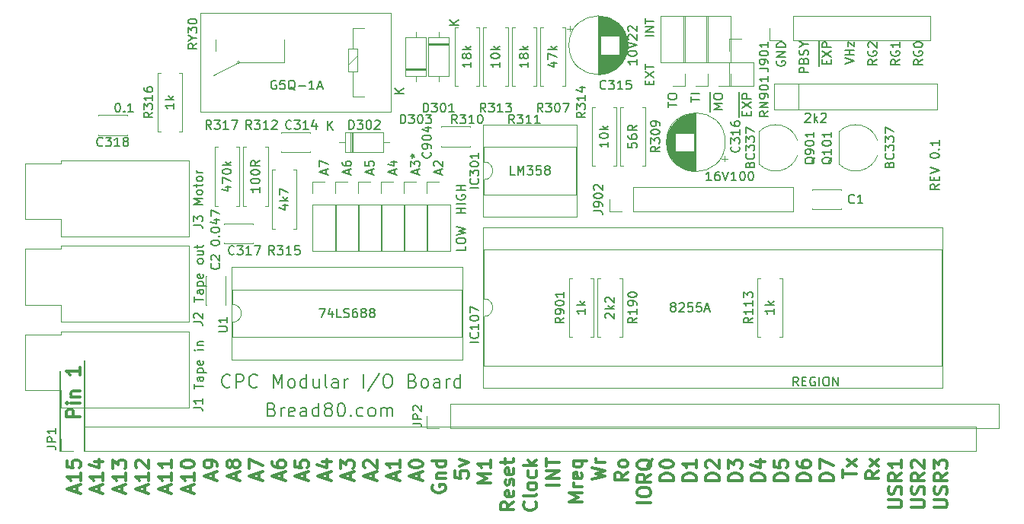
<source format=gto>
G04 #@! TF.GenerationSoftware,KiCad,Pcbnew,(5.1.12)-1*
G04 #@! TF.CreationDate,2023-01-27T17:10:11+00:00*
G04 #@! TF.ProjectId,CPCIO,43504349-4f2e-46b6-9963-61645f706362,rev?*
G04 #@! TF.SameCoordinates,Original*
G04 #@! TF.FileFunction,Legend,Top*
G04 #@! TF.FilePolarity,Positive*
%FSLAX46Y46*%
G04 Gerber Fmt 4.6, Leading zero omitted, Abs format (unit mm)*
G04 Created by KiCad (PCBNEW (5.1.12)-1) date 2023-01-27 17:10:11*
%MOMM*%
%LPD*%
G01*
G04 APERTURE LIST*
%ADD10C,0.200000*%
%ADD11C,0.150000*%
%ADD12C,0.300000*%
%ADD13C,0.120000*%
G04 APERTURE END LIST*
D10*
X173062857Y-145950714D02*
X172991428Y-146022142D01*
X172777142Y-146093571D01*
X172634285Y-146093571D01*
X172420000Y-146022142D01*
X172277142Y-145879285D01*
X172205714Y-145736428D01*
X172134285Y-145450714D01*
X172134285Y-145236428D01*
X172205714Y-144950714D01*
X172277142Y-144807857D01*
X172420000Y-144665000D01*
X172634285Y-144593571D01*
X172777142Y-144593571D01*
X172991428Y-144665000D01*
X173062857Y-144736428D01*
X173705714Y-146093571D02*
X173705714Y-144593571D01*
X174277142Y-144593571D01*
X174420000Y-144665000D01*
X174491428Y-144736428D01*
X174562857Y-144879285D01*
X174562857Y-145093571D01*
X174491428Y-145236428D01*
X174420000Y-145307857D01*
X174277142Y-145379285D01*
X173705714Y-145379285D01*
X176062857Y-145950714D02*
X175991428Y-146022142D01*
X175777142Y-146093571D01*
X175634285Y-146093571D01*
X175420000Y-146022142D01*
X175277142Y-145879285D01*
X175205714Y-145736428D01*
X175134285Y-145450714D01*
X175134285Y-145236428D01*
X175205714Y-144950714D01*
X175277142Y-144807857D01*
X175420000Y-144665000D01*
X175634285Y-144593571D01*
X175777142Y-144593571D01*
X175991428Y-144665000D01*
X176062857Y-144736428D01*
X177848571Y-146093571D02*
X177848571Y-144593571D01*
X178348571Y-145665000D01*
X178848571Y-144593571D01*
X178848571Y-146093571D01*
X179777142Y-146093571D02*
X179634285Y-146022142D01*
X179562857Y-145950714D01*
X179491428Y-145807857D01*
X179491428Y-145379285D01*
X179562857Y-145236428D01*
X179634285Y-145165000D01*
X179777142Y-145093571D01*
X179991428Y-145093571D01*
X180134285Y-145165000D01*
X180205714Y-145236428D01*
X180277142Y-145379285D01*
X180277142Y-145807857D01*
X180205714Y-145950714D01*
X180134285Y-146022142D01*
X179991428Y-146093571D01*
X179777142Y-146093571D01*
X181562857Y-146093571D02*
X181562857Y-144593571D01*
X181562857Y-146022142D02*
X181420000Y-146093571D01*
X181134285Y-146093571D01*
X180991428Y-146022142D01*
X180920000Y-145950714D01*
X180848571Y-145807857D01*
X180848571Y-145379285D01*
X180920000Y-145236428D01*
X180991428Y-145165000D01*
X181134285Y-145093571D01*
X181420000Y-145093571D01*
X181562857Y-145165000D01*
X182920000Y-145093571D02*
X182920000Y-146093571D01*
X182277142Y-145093571D02*
X182277142Y-145879285D01*
X182348571Y-146022142D01*
X182491428Y-146093571D01*
X182705714Y-146093571D01*
X182848571Y-146022142D01*
X182920000Y-145950714D01*
X183848571Y-146093571D02*
X183705714Y-146022142D01*
X183634285Y-145879285D01*
X183634285Y-144593571D01*
X185062857Y-146093571D02*
X185062857Y-145307857D01*
X184991428Y-145165000D01*
X184848571Y-145093571D01*
X184562857Y-145093571D01*
X184420000Y-145165000D01*
X185062857Y-146022142D02*
X184920000Y-146093571D01*
X184562857Y-146093571D01*
X184420000Y-146022142D01*
X184348571Y-145879285D01*
X184348571Y-145736428D01*
X184420000Y-145593571D01*
X184562857Y-145522142D01*
X184920000Y-145522142D01*
X185062857Y-145450714D01*
X185777142Y-146093571D02*
X185777142Y-145093571D01*
X185777142Y-145379285D02*
X185848571Y-145236428D01*
X185920000Y-145165000D01*
X186062857Y-145093571D01*
X186205714Y-145093571D01*
X187848571Y-146093571D02*
X187848571Y-144593571D01*
X189634285Y-144522142D02*
X188348571Y-146450714D01*
X190420000Y-144593571D02*
X190705714Y-144593571D01*
X190848571Y-144665000D01*
X190991428Y-144807857D01*
X191062857Y-145093571D01*
X191062857Y-145593571D01*
X190991428Y-145879285D01*
X190848571Y-146022142D01*
X190705714Y-146093571D01*
X190420000Y-146093571D01*
X190277142Y-146022142D01*
X190134285Y-145879285D01*
X190062857Y-145593571D01*
X190062857Y-145093571D01*
X190134285Y-144807857D01*
X190277142Y-144665000D01*
X190420000Y-144593571D01*
X193348571Y-145307857D02*
X193562857Y-145379285D01*
X193634285Y-145450714D01*
X193705714Y-145593571D01*
X193705714Y-145807857D01*
X193634285Y-145950714D01*
X193562857Y-146022142D01*
X193420000Y-146093571D01*
X192848571Y-146093571D01*
X192848571Y-144593571D01*
X193348571Y-144593571D01*
X193491428Y-144665000D01*
X193562857Y-144736428D01*
X193634285Y-144879285D01*
X193634285Y-145022142D01*
X193562857Y-145165000D01*
X193491428Y-145236428D01*
X193348571Y-145307857D01*
X192848571Y-145307857D01*
X194562857Y-146093571D02*
X194420000Y-146022142D01*
X194348571Y-145950714D01*
X194277142Y-145807857D01*
X194277142Y-145379285D01*
X194348571Y-145236428D01*
X194420000Y-145165000D01*
X194562857Y-145093571D01*
X194777142Y-145093571D01*
X194920000Y-145165000D01*
X194991428Y-145236428D01*
X195062857Y-145379285D01*
X195062857Y-145807857D01*
X194991428Y-145950714D01*
X194920000Y-146022142D01*
X194777142Y-146093571D01*
X194562857Y-146093571D01*
X196348571Y-146093571D02*
X196348571Y-145307857D01*
X196277142Y-145165000D01*
X196134285Y-145093571D01*
X195848571Y-145093571D01*
X195705714Y-145165000D01*
X196348571Y-146022142D02*
X196205714Y-146093571D01*
X195848571Y-146093571D01*
X195705714Y-146022142D01*
X195634285Y-145879285D01*
X195634285Y-145736428D01*
X195705714Y-145593571D01*
X195848571Y-145522142D01*
X196205714Y-145522142D01*
X196348571Y-145450714D01*
X197062857Y-146093571D02*
X197062857Y-145093571D01*
X197062857Y-145379285D02*
X197134285Y-145236428D01*
X197205714Y-145165000D01*
X197348571Y-145093571D01*
X197491428Y-145093571D01*
X198634285Y-146093571D02*
X198634285Y-144593571D01*
X198634285Y-146022142D02*
X198491428Y-146093571D01*
X198205714Y-146093571D01*
X198062857Y-146022142D01*
X197991428Y-145950714D01*
X197920000Y-145807857D01*
X197920000Y-145379285D01*
X197991428Y-145236428D01*
X198062857Y-145165000D01*
X198205714Y-145093571D01*
X198491428Y-145093571D01*
X198634285Y-145165000D01*
D11*
X196381666Y-122267023D02*
X196381666Y-121790833D01*
X196667380Y-122362261D02*
X195667380Y-122028928D01*
X196667380Y-121695595D01*
X195762619Y-121409880D02*
X195715000Y-121362261D01*
X195667380Y-121267023D01*
X195667380Y-121028928D01*
X195715000Y-120933690D01*
X195762619Y-120886071D01*
X195857857Y-120838452D01*
X195953095Y-120838452D01*
X196095952Y-120886071D01*
X196667380Y-121457500D01*
X196667380Y-120838452D01*
X193841666Y-122267023D02*
X193841666Y-121790833D01*
X194127380Y-122362261D02*
X193127380Y-122028928D01*
X194127380Y-121695595D01*
X193127380Y-121457500D02*
X193127380Y-120838452D01*
X193508333Y-121171785D01*
X193508333Y-121028928D01*
X193555952Y-120933690D01*
X193603571Y-120886071D01*
X193698809Y-120838452D01*
X193936904Y-120838452D01*
X194032142Y-120886071D01*
X194079761Y-120933690D01*
X194127380Y-121028928D01*
X194127380Y-121314642D01*
X194079761Y-121409880D01*
X194032142Y-121457500D01*
X193127380Y-120267023D02*
X193365476Y-120267023D01*
X193270238Y-120505119D02*
X193365476Y-120267023D01*
X193270238Y-120028928D01*
X193555952Y-120409880D02*
X193365476Y-120267023D01*
X193555952Y-120124166D01*
X191301666Y-122267023D02*
X191301666Y-121790833D01*
X191587380Y-122362261D02*
X190587380Y-122028928D01*
X191587380Y-121695595D01*
X190920714Y-120933690D02*
X191587380Y-120933690D01*
X190539761Y-121171785D02*
X191254047Y-121409880D01*
X191254047Y-120790833D01*
X188761666Y-122267023D02*
X188761666Y-121790833D01*
X189047380Y-122362261D02*
X188047380Y-122028928D01*
X189047380Y-121695595D01*
X188047380Y-120886071D02*
X188047380Y-121362261D01*
X188523571Y-121409880D01*
X188475952Y-121362261D01*
X188428333Y-121267023D01*
X188428333Y-121028928D01*
X188475952Y-120933690D01*
X188523571Y-120886071D01*
X188618809Y-120838452D01*
X188856904Y-120838452D01*
X188952142Y-120886071D01*
X188999761Y-120933690D01*
X189047380Y-121028928D01*
X189047380Y-121267023D01*
X188999761Y-121362261D01*
X188952142Y-121409880D01*
X186221666Y-122267023D02*
X186221666Y-121790833D01*
X186507380Y-122362261D02*
X185507380Y-122028928D01*
X186507380Y-121695595D01*
X185507380Y-120933690D02*
X185507380Y-121124166D01*
X185555000Y-121219404D01*
X185602619Y-121267023D01*
X185745476Y-121362261D01*
X185935952Y-121409880D01*
X186316904Y-121409880D01*
X186412142Y-121362261D01*
X186459761Y-121314642D01*
X186507380Y-121219404D01*
X186507380Y-121028928D01*
X186459761Y-120933690D01*
X186412142Y-120886071D01*
X186316904Y-120838452D01*
X186078809Y-120838452D01*
X185983571Y-120886071D01*
X185935952Y-120933690D01*
X185888333Y-121028928D01*
X185888333Y-121219404D01*
X185935952Y-121314642D01*
X185983571Y-121362261D01*
X186078809Y-121409880D01*
X183681666Y-122267023D02*
X183681666Y-121790833D01*
X183967380Y-122362261D02*
X182967380Y-122028928D01*
X183967380Y-121695595D01*
X182967380Y-121457500D02*
X182967380Y-120790833D01*
X183967380Y-121219404D01*
X199207380Y-130325714D02*
X199207380Y-130801904D01*
X198207380Y-130801904D01*
X198207380Y-129801904D02*
X198207380Y-129611428D01*
X198255000Y-129516190D01*
X198350238Y-129420952D01*
X198540714Y-129373333D01*
X198874047Y-129373333D01*
X199064523Y-129420952D01*
X199159761Y-129516190D01*
X199207380Y-129611428D01*
X199207380Y-129801904D01*
X199159761Y-129897142D01*
X199064523Y-129992380D01*
X198874047Y-130040000D01*
X198540714Y-130040000D01*
X198350238Y-129992380D01*
X198255000Y-129897142D01*
X198207380Y-129801904D01*
X198207380Y-129040000D02*
X199207380Y-128801904D01*
X198493095Y-128611428D01*
X199207380Y-128420952D01*
X198207380Y-128182857D01*
X199207380Y-126642619D02*
X198207380Y-126642619D01*
X198683571Y-126642619D02*
X198683571Y-126071190D01*
X199207380Y-126071190D02*
X198207380Y-126071190D01*
X199207380Y-125595000D02*
X198207380Y-125595000D01*
X198255000Y-124595000D02*
X198207380Y-124690238D01*
X198207380Y-124833095D01*
X198255000Y-124975952D01*
X198350238Y-125071190D01*
X198445476Y-125118809D01*
X198635952Y-125166428D01*
X198778809Y-125166428D01*
X198969285Y-125118809D01*
X199064523Y-125071190D01*
X199159761Y-124975952D01*
X199207380Y-124833095D01*
X199207380Y-124737857D01*
X199159761Y-124595000D01*
X199112142Y-124547380D01*
X198778809Y-124547380D01*
X198778809Y-124737857D01*
X199207380Y-124118809D02*
X198207380Y-124118809D01*
X198683571Y-124118809D02*
X198683571Y-123547380D01*
X199207380Y-123547380D02*
X198207380Y-123547380D01*
X229590000Y-115984642D02*
X229590000Y-115079880D01*
X230433571Y-115746547D02*
X230433571Y-115413214D01*
X230957380Y-115270357D02*
X230957380Y-115746547D01*
X229957380Y-115746547D01*
X229957380Y-115270357D01*
X229590000Y-115079880D02*
X229590000Y-114127500D01*
X229957380Y-114937023D02*
X230957380Y-114270357D01*
X229957380Y-114270357D02*
X230957380Y-114937023D01*
X229590000Y-114127500D02*
X229590000Y-113127500D01*
X230957380Y-113889404D02*
X229957380Y-113889404D01*
X229957380Y-113508452D01*
X230005000Y-113413214D01*
X230052619Y-113365595D01*
X230147857Y-113317976D01*
X230290714Y-113317976D01*
X230385952Y-113365595D01*
X230433571Y-113413214D01*
X230481190Y-113508452D01*
X230481190Y-113889404D01*
X226415000Y-115317976D02*
X226415000Y-114175119D01*
X227782380Y-115079880D02*
X226782380Y-115079880D01*
X227496666Y-114746547D01*
X226782380Y-114413214D01*
X227782380Y-114413214D01*
X226415000Y-114175119D02*
X226415000Y-113127500D01*
X226782380Y-113746547D02*
X226782380Y-113556071D01*
X226830000Y-113460833D01*
X226925238Y-113365595D01*
X227115714Y-113317976D01*
X227449047Y-113317976D01*
X227639523Y-113365595D01*
X227734761Y-113460833D01*
X227782380Y-113556071D01*
X227782380Y-113746547D01*
X227734761Y-113841785D01*
X227639523Y-113937023D01*
X227449047Y-113984642D01*
X227115714Y-113984642D01*
X226925238Y-113937023D01*
X226830000Y-113841785D01*
X226782380Y-113746547D01*
X224242380Y-114270357D02*
X224242380Y-113698928D01*
X225242380Y-113984642D02*
X224242380Y-113984642D01*
X225242380Y-113365595D02*
X224242380Y-113365595D01*
X221702380Y-114841785D02*
X221702380Y-114270357D01*
X222702380Y-114556071D02*
X221702380Y-114556071D01*
X221702380Y-113746547D02*
X221702380Y-113556071D01*
X221750000Y-113460833D01*
X221845238Y-113365595D01*
X222035714Y-113317976D01*
X222369047Y-113317976D01*
X222559523Y-113365595D01*
X222654761Y-113460833D01*
X222702380Y-113556071D01*
X222702380Y-113746547D01*
X222654761Y-113841785D01*
X222559523Y-113937023D01*
X222369047Y-113984642D01*
X222035714Y-113984642D01*
X221845238Y-113937023D01*
X221750000Y-113841785D01*
X221702380Y-113746547D01*
X219638571Y-112333452D02*
X219638571Y-112000119D01*
X220162380Y-111857261D02*
X220162380Y-112333452D01*
X219162380Y-112333452D01*
X219162380Y-111857261D01*
X219162380Y-111523928D02*
X220162380Y-110857261D01*
X219162380Y-110857261D02*
X220162380Y-111523928D01*
X219162380Y-110619166D02*
X219162380Y-110047738D01*
X220162380Y-110333452D02*
X219162380Y-110333452D01*
X220162380Y-106920119D02*
X219162380Y-106920119D01*
X220162380Y-106443928D02*
X219162380Y-106443928D01*
X220162380Y-105872500D01*
X219162380Y-105872500D01*
X219162380Y-105539166D02*
X219162380Y-104967738D01*
X220162380Y-105253452D02*
X219162380Y-105253452D01*
X250007380Y-109555357D02*
X249531190Y-109888690D01*
X250007380Y-110126785D02*
X249007380Y-110126785D01*
X249007380Y-109745833D01*
X249055000Y-109650595D01*
X249102619Y-109602976D01*
X249197857Y-109555357D01*
X249340714Y-109555357D01*
X249435952Y-109602976D01*
X249483571Y-109650595D01*
X249531190Y-109745833D01*
X249531190Y-110126785D01*
X249055000Y-108602976D02*
X249007380Y-108698214D01*
X249007380Y-108841071D01*
X249055000Y-108983928D01*
X249150238Y-109079166D01*
X249245476Y-109126785D01*
X249435952Y-109174404D01*
X249578809Y-109174404D01*
X249769285Y-109126785D01*
X249864523Y-109079166D01*
X249959761Y-108983928D01*
X250007380Y-108841071D01*
X250007380Y-108745833D01*
X249959761Y-108602976D01*
X249912142Y-108555357D01*
X249578809Y-108555357D01*
X249578809Y-108745833D01*
X249007380Y-107936309D02*
X249007380Y-107841071D01*
X249055000Y-107745833D01*
X249102619Y-107698214D01*
X249197857Y-107650595D01*
X249388333Y-107602976D01*
X249626428Y-107602976D01*
X249816904Y-107650595D01*
X249912142Y-107698214D01*
X249959761Y-107745833D01*
X250007380Y-107841071D01*
X250007380Y-107936309D01*
X249959761Y-108031547D01*
X249912142Y-108079166D01*
X249816904Y-108126785D01*
X249626428Y-108174404D01*
X249388333Y-108174404D01*
X249197857Y-108126785D01*
X249102619Y-108079166D01*
X249055000Y-108031547D01*
X249007380Y-107936309D01*
X247467380Y-109555357D02*
X246991190Y-109888690D01*
X247467380Y-110126785D02*
X246467380Y-110126785D01*
X246467380Y-109745833D01*
X246515000Y-109650595D01*
X246562619Y-109602976D01*
X246657857Y-109555357D01*
X246800714Y-109555357D01*
X246895952Y-109602976D01*
X246943571Y-109650595D01*
X246991190Y-109745833D01*
X246991190Y-110126785D01*
X246515000Y-108602976D02*
X246467380Y-108698214D01*
X246467380Y-108841071D01*
X246515000Y-108983928D01*
X246610238Y-109079166D01*
X246705476Y-109126785D01*
X246895952Y-109174404D01*
X247038809Y-109174404D01*
X247229285Y-109126785D01*
X247324523Y-109079166D01*
X247419761Y-108983928D01*
X247467380Y-108841071D01*
X247467380Y-108745833D01*
X247419761Y-108602976D01*
X247372142Y-108555357D01*
X247038809Y-108555357D01*
X247038809Y-108745833D01*
X247467380Y-107602976D02*
X247467380Y-108174404D01*
X247467380Y-107888690D02*
X246467380Y-107888690D01*
X246610238Y-107983928D01*
X246705476Y-108079166D01*
X246753095Y-108174404D01*
X244927380Y-109555357D02*
X244451190Y-109888690D01*
X244927380Y-110126785D02*
X243927380Y-110126785D01*
X243927380Y-109745833D01*
X243975000Y-109650595D01*
X244022619Y-109602976D01*
X244117857Y-109555357D01*
X244260714Y-109555357D01*
X244355952Y-109602976D01*
X244403571Y-109650595D01*
X244451190Y-109745833D01*
X244451190Y-110126785D01*
X243975000Y-108602976D02*
X243927380Y-108698214D01*
X243927380Y-108841071D01*
X243975000Y-108983928D01*
X244070238Y-109079166D01*
X244165476Y-109126785D01*
X244355952Y-109174404D01*
X244498809Y-109174404D01*
X244689285Y-109126785D01*
X244784523Y-109079166D01*
X244879761Y-108983928D01*
X244927380Y-108841071D01*
X244927380Y-108745833D01*
X244879761Y-108602976D01*
X244832142Y-108555357D01*
X244498809Y-108555357D01*
X244498809Y-108745833D01*
X244022619Y-108174404D02*
X243975000Y-108126785D01*
X243927380Y-108031547D01*
X243927380Y-107793452D01*
X243975000Y-107698214D01*
X244022619Y-107650595D01*
X244117857Y-107602976D01*
X244213095Y-107602976D01*
X244355952Y-107650595D01*
X244927380Y-108222023D01*
X244927380Y-107602976D01*
X241387380Y-110031547D02*
X242387380Y-109698214D01*
X241387380Y-109364880D01*
X242387380Y-109031547D02*
X241387380Y-109031547D01*
X241863571Y-109031547D02*
X241863571Y-108460119D01*
X242387380Y-108460119D02*
X241387380Y-108460119D01*
X241720714Y-108079166D02*
X241720714Y-107555357D01*
X242387380Y-108079166D01*
X242387380Y-107555357D01*
X238480000Y-110269642D02*
X238480000Y-109364880D01*
X239323571Y-110031547D02*
X239323571Y-109698214D01*
X239847380Y-109555357D02*
X239847380Y-110031547D01*
X238847380Y-110031547D01*
X238847380Y-109555357D01*
X238480000Y-109364880D02*
X238480000Y-108412500D01*
X238847380Y-109222023D02*
X239847380Y-108555357D01*
X238847380Y-108555357D02*
X239847380Y-109222023D01*
X238480000Y-108412500D02*
X238480000Y-107412500D01*
X239847380Y-108174404D02*
X238847380Y-108174404D01*
X238847380Y-107793452D01*
X238895000Y-107698214D01*
X238942619Y-107650595D01*
X239037857Y-107602976D01*
X239180714Y-107602976D01*
X239275952Y-107650595D01*
X239323571Y-107698214D01*
X239371190Y-107793452D01*
X239371190Y-108174404D01*
X237307380Y-110983928D02*
X236307380Y-110983928D01*
X236307380Y-110602976D01*
X236355000Y-110507738D01*
X236402619Y-110460119D01*
X236497857Y-110412500D01*
X236640714Y-110412500D01*
X236735952Y-110460119D01*
X236783571Y-110507738D01*
X236831190Y-110602976D01*
X236831190Y-110983928D01*
X236783571Y-109650595D02*
X236831190Y-109507738D01*
X236878809Y-109460119D01*
X236974047Y-109412500D01*
X237116904Y-109412500D01*
X237212142Y-109460119D01*
X237259761Y-109507738D01*
X237307380Y-109602976D01*
X237307380Y-109983928D01*
X236307380Y-109983928D01*
X236307380Y-109650595D01*
X236355000Y-109555357D01*
X236402619Y-109507738D01*
X236497857Y-109460119D01*
X236593095Y-109460119D01*
X236688333Y-109507738D01*
X236735952Y-109555357D01*
X236783571Y-109650595D01*
X236783571Y-109983928D01*
X237259761Y-109031547D02*
X237307380Y-108888690D01*
X237307380Y-108650595D01*
X237259761Y-108555357D01*
X237212142Y-108507738D01*
X237116904Y-108460119D01*
X237021666Y-108460119D01*
X236926428Y-108507738D01*
X236878809Y-108555357D01*
X236831190Y-108650595D01*
X236783571Y-108841071D01*
X236735952Y-108936309D01*
X236688333Y-108983928D01*
X236593095Y-109031547D01*
X236497857Y-109031547D01*
X236402619Y-108983928D01*
X236355000Y-108936309D01*
X236307380Y-108841071D01*
X236307380Y-108602976D01*
X236355000Y-108460119D01*
X236831190Y-107841071D02*
X237307380Y-107841071D01*
X236307380Y-108174404D02*
X236831190Y-107841071D01*
X236307380Y-107507738D01*
X233815000Y-109698214D02*
X233767380Y-109793452D01*
X233767380Y-109936309D01*
X233815000Y-110079166D01*
X233910238Y-110174404D01*
X234005476Y-110222023D01*
X234195952Y-110269642D01*
X234338809Y-110269642D01*
X234529285Y-110222023D01*
X234624523Y-110174404D01*
X234719761Y-110079166D01*
X234767380Y-109936309D01*
X234767380Y-109841071D01*
X234719761Y-109698214D01*
X234672142Y-109650595D01*
X234338809Y-109650595D01*
X234338809Y-109841071D01*
X234767380Y-109222023D02*
X233767380Y-109222023D01*
X234767380Y-108650595D01*
X233767380Y-108650595D01*
X234767380Y-108174404D02*
X233767380Y-108174404D01*
X233767380Y-107936309D01*
X233815000Y-107793452D01*
X233910238Y-107698214D01*
X234005476Y-107650595D01*
X234195952Y-107602976D01*
X234338809Y-107602976D01*
X234529285Y-107650595D01*
X234624523Y-107698214D01*
X234719761Y-107793452D01*
X234767380Y-107936309D01*
X234767380Y-108174404D01*
X251852380Y-123427857D02*
X251376190Y-123761190D01*
X251852380Y-123999285D02*
X250852380Y-123999285D01*
X250852380Y-123618333D01*
X250900000Y-123523095D01*
X250947619Y-123475476D01*
X251042857Y-123427857D01*
X251185714Y-123427857D01*
X251280952Y-123475476D01*
X251328571Y-123523095D01*
X251376190Y-123618333D01*
X251376190Y-123999285D01*
X251328571Y-122999285D02*
X251328571Y-122665952D01*
X251852380Y-122523095D02*
X251852380Y-122999285D01*
X250852380Y-122999285D01*
X250852380Y-122523095D01*
X250852380Y-122237380D02*
X251852380Y-121904047D01*
X250852380Y-121570714D01*
X250852380Y-120285000D02*
X250852380Y-120189761D01*
X250900000Y-120094523D01*
X250947619Y-120046904D01*
X251042857Y-119999285D01*
X251233333Y-119951666D01*
X251471428Y-119951666D01*
X251661904Y-119999285D01*
X251757142Y-120046904D01*
X251804761Y-120094523D01*
X251852380Y-120189761D01*
X251852380Y-120285000D01*
X251804761Y-120380238D01*
X251757142Y-120427857D01*
X251661904Y-120475476D01*
X251471428Y-120523095D01*
X251233333Y-120523095D01*
X251042857Y-120475476D01*
X250947619Y-120427857D01*
X250900000Y-120380238D01*
X250852380Y-120285000D01*
X251757142Y-119523095D02*
X251804761Y-119475476D01*
X251852380Y-119523095D01*
X251804761Y-119570714D01*
X251757142Y-119523095D01*
X251852380Y-119523095D01*
X251852380Y-118523095D02*
X251852380Y-119094523D01*
X251852380Y-118808809D02*
X250852380Y-118808809D01*
X250995238Y-118904047D01*
X251090476Y-118999285D01*
X251138095Y-119094523D01*
D10*
X177685714Y-148482857D02*
X177900000Y-148554285D01*
X177971428Y-148625714D01*
X178042857Y-148768571D01*
X178042857Y-148982857D01*
X177971428Y-149125714D01*
X177900000Y-149197142D01*
X177757142Y-149268571D01*
X177185714Y-149268571D01*
X177185714Y-147768571D01*
X177685714Y-147768571D01*
X177828571Y-147840000D01*
X177900000Y-147911428D01*
X177971428Y-148054285D01*
X177971428Y-148197142D01*
X177900000Y-148340000D01*
X177828571Y-148411428D01*
X177685714Y-148482857D01*
X177185714Y-148482857D01*
X178685714Y-149268571D02*
X178685714Y-148268571D01*
X178685714Y-148554285D02*
X178757142Y-148411428D01*
X178828571Y-148340000D01*
X178971428Y-148268571D01*
X179114285Y-148268571D01*
X180185714Y-149197142D02*
X180042857Y-149268571D01*
X179757142Y-149268571D01*
X179614285Y-149197142D01*
X179542857Y-149054285D01*
X179542857Y-148482857D01*
X179614285Y-148340000D01*
X179757142Y-148268571D01*
X180042857Y-148268571D01*
X180185714Y-148340000D01*
X180257142Y-148482857D01*
X180257142Y-148625714D01*
X179542857Y-148768571D01*
X181542857Y-149268571D02*
X181542857Y-148482857D01*
X181471428Y-148340000D01*
X181328571Y-148268571D01*
X181042857Y-148268571D01*
X180900000Y-148340000D01*
X181542857Y-149197142D02*
X181400000Y-149268571D01*
X181042857Y-149268571D01*
X180900000Y-149197142D01*
X180828571Y-149054285D01*
X180828571Y-148911428D01*
X180900000Y-148768571D01*
X181042857Y-148697142D01*
X181400000Y-148697142D01*
X181542857Y-148625714D01*
X182900000Y-149268571D02*
X182900000Y-147768571D01*
X182900000Y-149197142D02*
X182757142Y-149268571D01*
X182471428Y-149268571D01*
X182328571Y-149197142D01*
X182257142Y-149125714D01*
X182185714Y-148982857D01*
X182185714Y-148554285D01*
X182257142Y-148411428D01*
X182328571Y-148340000D01*
X182471428Y-148268571D01*
X182757142Y-148268571D01*
X182900000Y-148340000D01*
X183828571Y-148411428D02*
X183685714Y-148340000D01*
X183614285Y-148268571D01*
X183542857Y-148125714D01*
X183542857Y-148054285D01*
X183614285Y-147911428D01*
X183685714Y-147840000D01*
X183828571Y-147768571D01*
X184114285Y-147768571D01*
X184257142Y-147840000D01*
X184328571Y-147911428D01*
X184400000Y-148054285D01*
X184400000Y-148125714D01*
X184328571Y-148268571D01*
X184257142Y-148340000D01*
X184114285Y-148411428D01*
X183828571Y-148411428D01*
X183685714Y-148482857D01*
X183614285Y-148554285D01*
X183542857Y-148697142D01*
X183542857Y-148982857D01*
X183614285Y-149125714D01*
X183685714Y-149197142D01*
X183828571Y-149268571D01*
X184114285Y-149268571D01*
X184257142Y-149197142D01*
X184328571Y-149125714D01*
X184400000Y-148982857D01*
X184400000Y-148697142D01*
X184328571Y-148554285D01*
X184257142Y-148482857D01*
X184114285Y-148411428D01*
X185328571Y-147768571D02*
X185471428Y-147768571D01*
X185614285Y-147840000D01*
X185685714Y-147911428D01*
X185757142Y-148054285D01*
X185828571Y-148340000D01*
X185828571Y-148697142D01*
X185757142Y-148982857D01*
X185685714Y-149125714D01*
X185614285Y-149197142D01*
X185471428Y-149268571D01*
X185328571Y-149268571D01*
X185185714Y-149197142D01*
X185114285Y-149125714D01*
X185042857Y-148982857D01*
X184971428Y-148697142D01*
X184971428Y-148340000D01*
X185042857Y-148054285D01*
X185114285Y-147911428D01*
X185185714Y-147840000D01*
X185328571Y-147768571D01*
X186471428Y-149125714D02*
X186542857Y-149197142D01*
X186471428Y-149268571D01*
X186400000Y-149197142D01*
X186471428Y-149125714D01*
X186471428Y-149268571D01*
X187828571Y-149197142D02*
X187685714Y-149268571D01*
X187400000Y-149268571D01*
X187257142Y-149197142D01*
X187185714Y-149125714D01*
X187114285Y-148982857D01*
X187114285Y-148554285D01*
X187185714Y-148411428D01*
X187257142Y-148340000D01*
X187400000Y-148268571D01*
X187685714Y-148268571D01*
X187828571Y-148340000D01*
X188685714Y-149268571D02*
X188542857Y-149197142D01*
X188471428Y-149125714D01*
X188400000Y-148982857D01*
X188400000Y-148554285D01*
X188471428Y-148411428D01*
X188542857Y-148340000D01*
X188685714Y-148268571D01*
X188900000Y-148268571D01*
X189042857Y-148340000D01*
X189114285Y-148411428D01*
X189185714Y-148554285D01*
X189185714Y-148982857D01*
X189114285Y-149125714D01*
X189042857Y-149197142D01*
X188900000Y-149268571D01*
X188685714Y-149268571D01*
X189828571Y-149268571D02*
X189828571Y-148268571D01*
X189828571Y-148411428D02*
X189900000Y-148340000D01*
X190042857Y-148268571D01*
X190257142Y-148268571D01*
X190400000Y-148340000D01*
X190471428Y-148482857D01*
X190471428Y-149268571D01*
X190471428Y-148482857D02*
X190542857Y-148340000D01*
X190685714Y-148268571D01*
X190900000Y-148268571D01*
X191042857Y-148340000D01*
X191114285Y-148482857D01*
X191114285Y-149268571D01*
D11*
X236196428Y-145867380D02*
X235863095Y-145391190D01*
X235625000Y-145867380D02*
X235625000Y-144867380D01*
X236005952Y-144867380D01*
X236101190Y-144915000D01*
X236148809Y-144962619D01*
X236196428Y-145057857D01*
X236196428Y-145200714D01*
X236148809Y-145295952D01*
X236101190Y-145343571D01*
X236005952Y-145391190D01*
X235625000Y-145391190D01*
X236625000Y-145343571D02*
X236958333Y-145343571D01*
X237101190Y-145867380D02*
X236625000Y-145867380D01*
X236625000Y-144867380D01*
X237101190Y-144867380D01*
X238053571Y-144915000D02*
X237958333Y-144867380D01*
X237815476Y-144867380D01*
X237672619Y-144915000D01*
X237577380Y-145010238D01*
X237529761Y-145105476D01*
X237482142Y-145295952D01*
X237482142Y-145438809D01*
X237529761Y-145629285D01*
X237577380Y-145724523D01*
X237672619Y-145819761D01*
X237815476Y-145867380D01*
X237910714Y-145867380D01*
X238053571Y-145819761D01*
X238101190Y-145772142D01*
X238101190Y-145438809D01*
X237910714Y-145438809D01*
X238529761Y-145867380D02*
X238529761Y-144867380D01*
X239196428Y-144867380D02*
X239386904Y-144867380D01*
X239482142Y-144915000D01*
X239577380Y-145010238D01*
X239625000Y-145200714D01*
X239625000Y-145534047D01*
X239577380Y-145724523D01*
X239482142Y-145819761D01*
X239386904Y-145867380D01*
X239196428Y-145867380D01*
X239101190Y-145819761D01*
X239005952Y-145724523D01*
X238958333Y-145534047D01*
X238958333Y-145200714D01*
X239005952Y-145010238D01*
X239101190Y-144915000D01*
X239196428Y-144867380D01*
X240053571Y-145867380D02*
X240053571Y-144867380D01*
X240625000Y-145867380D01*
X240625000Y-144867380D01*
D10*
X156895800Y-153131520D02*
X156931360Y-153131520D01*
X156895800Y-143019780D02*
X156895800Y-153131520D01*
X154144980Y-153131520D02*
X154144980Y-144200880D01*
D12*
X156360251Y-149315465D02*
X154860251Y-149315465D01*
X154860251Y-148744037D01*
X154931680Y-148601180D01*
X155003108Y-148529751D01*
X155145965Y-148458322D01*
X155360251Y-148458322D01*
X155503108Y-148529751D01*
X155574537Y-148601180D01*
X155645965Y-148744037D01*
X155645965Y-149315465D01*
X156360251Y-147815465D02*
X155360251Y-147815465D01*
X154860251Y-147815465D02*
X154931680Y-147886894D01*
X155003108Y-147815465D01*
X154931680Y-147744037D01*
X154860251Y-147815465D01*
X155003108Y-147815465D01*
X155360251Y-147101180D02*
X156360251Y-147101180D01*
X155503108Y-147101180D02*
X155431680Y-147029751D01*
X155360251Y-146886894D01*
X155360251Y-146672608D01*
X155431680Y-146529751D01*
X155574537Y-146458322D01*
X156360251Y-146458322D01*
X156360251Y-143815465D02*
X156360251Y-144672608D01*
X156360251Y-144244037D02*
X154860251Y-144244037D01*
X155074537Y-144386894D01*
X155217394Y-144529751D01*
X155288822Y-144672608D01*
X155994533Y-157709442D02*
X155994533Y-156995157D01*
X156420247Y-157852300D02*
X154930247Y-157352300D01*
X156420247Y-156852300D01*
X156420247Y-155566585D02*
X156420247Y-156423728D01*
X156420247Y-155995157D02*
X154930247Y-155995157D01*
X155143104Y-156138014D01*
X155285009Y-156280871D01*
X155355961Y-156423728D01*
X154930247Y-154209442D02*
X154930247Y-154923728D01*
X155639771Y-154995157D01*
X155568819Y-154923728D01*
X155497866Y-154780871D01*
X155497866Y-154423728D01*
X155568819Y-154280871D01*
X155639771Y-154209442D01*
X155781676Y-154138014D01*
X156136438Y-154138014D01*
X156278342Y-154209442D01*
X156349295Y-154280871D01*
X156420247Y-154423728D01*
X156420247Y-154780871D01*
X156349295Y-154923728D01*
X156278342Y-154995157D01*
X158529533Y-157709442D02*
X158529533Y-156995157D01*
X158955247Y-157852300D02*
X157465247Y-157352300D01*
X158955247Y-156852300D01*
X158955247Y-155566585D02*
X158955247Y-156423728D01*
X158955247Y-155995157D02*
X157465247Y-155995157D01*
X157678104Y-156138014D01*
X157820009Y-156280871D01*
X157890961Y-156423728D01*
X157961914Y-154280871D02*
X158955247Y-154280871D01*
X157394295Y-154638014D02*
X158458580Y-154995157D01*
X158458580Y-154066585D01*
X161064533Y-157709442D02*
X161064533Y-156995157D01*
X161490247Y-157852300D02*
X160000247Y-157352300D01*
X161490247Y-156852300D01*
X161490247Y-155566585D02*
X161490247Y-156423728D01*
X161490247Y-155995157D02*
X160000247Y-155995157D01*
X160213104Y-156138014D01*
X160355009Y-156280871D01*
X160425961Y-156423728D01*
X160000247Y-155066585D02*
X160000247Y-154138014D01*
X160567866Y-154638014D01*
X160567866Y-154423728D01*
X160638819Y-154280871D01*
X160709771Y-154209442D01*
X160851676Y-154138014D01*
X161206438Y-154138014D01*
X161348342Y-154209442D01*
X161419295Y-154280871D01*
X161490247Y-154423728D01*
X161490247Y-154852300D01*
X161419295Y-154995157D01*
X161348342Y-155066585D01*
X163599533Y-157709442D02*
X163599533Y-156995157D01*
X164025247Y-157852300D02*
X162535247Y-157352300D01*
X164025247Y-156852300D01*
X164025247Y-155566585D02*
X164025247Y-156423728D01*
X164025247Y-155995157D02*
X162535247Y-155995157D01*
X162748104Y-156138014D01*
X162890009Y-156280871D01*
X162960961Y-156423728D01*
X162677152Y-154995157D02*
X162606200Y-154923728D01*
X162535247Y-154780871D01*
X162535247Y-154423728D01*
X162606200Y-154280871D01*
X162677152Y-154209442D01*
X162819057Y-154138014D01*
X162960961Y-154138014D01*
X163173819Y-154209442D01*
X164025247Y-155066585D01*
X164025247Y-154138014D01*
X166134533Y-157709442D02*
X166134533Y-156995157D01*
X166560247Y-157852300D02*
X165070247Y-157352300D01*
X166560247Y-156852300D01*
X166560247Y-155566585D02*
X166560247Y-156423728D01*
X166560247Y-155995157D02*
X165070247Y-155995157D01*
X165283104Y-156138014D01*
X165425009Y-156280871D01*
X165495961Y-156423728D01*
X166560247Y-154138014D02*
X166560247Y-154995157D01*
X166560247Y-154566585D02*
X165070247Y-154566585D01*
X165283104Y-154709442D01*
X165425009Y-154852300D01*
X165495961Y-154995157D01*
X168669533Y-157709442D02*
X168669533Y-156995157D01*
X169095247Y-157852300D02*
X167605247Y-157352300D01*
X169095247Y-156852300D01*
X169095247Y-155566585D02*
X169095247Y-156423728D01*
X169095247Y-155995157D02*
X167605247Y-155995157D01*
X167818104Y-156138014D01*
X167960009Y-156280871D01*
X168030961Y-156423728D01*
X167605247Y-154638014D02*
X167605247Y-154495157D01*
X167676200Y-154352300D01*
X167747152Y-154280871D01*
X167889057Y-154209442D01*
X168172866Y-154138014D01*
X168527628Y-154138014D01*
X168811438Y-154209442D01*
X168953342Y-154280871D01*
X169024295Y-154352300D01*
X169095247Y-154495157D01*
X169095247Y-154638014D01*
X169024295Y-154780871D01*
X168953342Y-154852300D01*
X168811438Y-154923728D01*
X168527628Y-154995157D01*
X168172866Y-154995157D01*
X167889057Y-154923728D01*
X167747152Y-154852300D01*
X167676200Y-154780871D01*
X167605247Y-154638014D01*
X171204533Y-156280871D02*
X171204533Y-155566585D01*
X171630247Y-156423728D02*
X170140247Y-155923728D01*
X171630247Y-155423728D01*
X171630247Y-154852300D02*
X171630247Y-154566585D01*
X171559295Y-154423728D01*
X171488342Y-154352300D01*
X171275485Y-154209442D01*
X170991676Y-154138014D01*
X170424057Y-154138014D01*
X170282152Y-154209442D01*
X170211200Y-154280871D01*
X170140247Y-154423728D01*
X170140247Y-154709442D01*
X170211200Y-154852300D01*
X170282152Y-154923728D01*
X170424057Y-154995157D01*
X170778819Y-154995157D01*
X170920723Y-154923728D01*
X170991676Y-154852300D01*
X171062628Y-154709442D01*
X171062628Y-154423728D01*
X170991676Y-154280871D01*
X170920723Y-154209442D01*
X170778819Y-154138014D01*
X173739533Y-156280871D02*
X173739533Y-155566585D01*
X174165247Y-156423728D02*
X172675247Y-155923728D01*
X174165247Y-155423728D01*
X173313819Y-154709442D02*
X173242866Y-154852300D01*
X173171914Y-154923728D01*
X173030009Y-154995157D01*
X172959057Y-154995157D01*
X172817152Y-154923728D01*
X172746200Y-154852300D01*
X172675247Y-154709442D01*
X172675247Y-154423728D01*
X172746200Y-154280871D01*
X172817152Y-154209442D01*
X172959057Y-154138014D01*
X173030009Y-154138014D01*
X173171914Y-154209442D01*
X173242866Y-154280871D01*
X173313819Y-154423728D01*
X173313819Y-154709442D01*
X173384771Y-154852300D01*
X173455723Y-154923728D01*
X173597628Y-154995157D01*
X173881438Y-154995157D01*
X174023342Y-154923728D01*
X174094295Y-154852300D01*
X174165247Y-154709442D01*
X174165247Y-154423728D01*
X174094295Y-154280871D01*
X174023342Y-154209442D01*
X173881438Y-154138014D01*
X173597628Y-154138014D01*
X173455723Y-154209442D01*
X173384771Y-154280871D01*
X173313819Y-154423728D01*
X176274533Y-156280871D02*
X176274533Y-155566585D01*
X176700247Y-156423728D02*
X175210247Y-155923728D01*
X176700247Y-155423728D01*
X175210247Y-155066585D02*
X175210247Y-154066585D01*
X176700247Y-154709442D01*
X178809533Y-156280871D02*
X178809533Y-155566585D01*
X179235247Y-156423728D02*
X177745247Y-155923728D01*
X179235247Y-155423728D01*
X177745247Y-154280871D02*
X177745247Y-154566585D01*
X177816200Y-154709442D01*
X177887152Y-154780871D01*
X178100009Y-154923728D01*
X178383819Y-154995157D01*
X178951438Y-154995157D01*
X179093342Y-154923728D01*
X179164295Y-154852300D01*
X179235247Y-154709442D01*
X179235247Y-154423728D01*
X179164295Y-154280871D01*
X179093342Y-154209442D01*
X178951438Y-154138014D01*
X178596676Y-154138014D01*
X178454771Y-154209442D01*
X178383819Y-154280871D01*
X178312866Y-154423728D01*
X178312866Y-154709442D01*
X178383819Y-154852300D01*
X178454771Y-154923728D01*
X178596676Y-154995157D01*
X181344533Y-156280871D02*
X181344533Y-155566585D01*
X181770247Y-156423728D02*
X180280247Y-155923728D01*
X181770247Y-155423728D01*
X180280247Y-154209442D02*
X180280247Y-154923728D01*
X180989771Y-154995157D01*
X180918819Y-154923728D01*
X180847866Y-154780871D01*
X180847866Y-154423728D01*
X180918819Y-154280871D01*
X180989771Y-154209442D01*
X181131676Y-154138014D01*
X181486438Y-154138014D01*
X181628342Y-154209442D01*
X181699295Y-154280871D01*
X181770247Y-154423728D01*
X181770247Y-154780871D01*
X181699295Y-154923728D01*
X181628342Y-154995157D01*
X183879533Y-156280871D02*
X183879533Y-155566585D01*
X184305247Y-156423728D02*
X182815247Y-155923728D01*
X184305247Y-155423728D01*
X183311914Y-154280871D02*
X184305247Y-154280871D01*
X182744295Y-154638014D02*
X183808580Y-154995157D01*
X183808580Y-154066585D01*
X186414533Y-156280871D02*
X186414533Y-155566585D01*
X186840247Y-156423728D02*
X185350247Y-155923728D01*
X186840247Y-155423728D01*
X185350247Y-155066585D02*
X185350247Y-154138014D01*
X185917866Y-154638014D01*
X185917866Y-154423728D01*
X185988819Y-154280871D01*
X186059771Y-154209442D01*
X186201676Y-154138014D01*
X186556438Y-154138014D01*
X186698342Y-154209442D01*
X186769295Y-154280871D01*
X186840247Y-154423728D01*
X186840247Y-154852300D01*
X186769295Y-154995157D01*
X186698342Y-155066585D01*
X188949533Y-156280871D02*
X188949533Y-155566585D01*
X189375247Y-156423728D02*
X187885247Y-155923728D01*
X189375247Y-155423728D01*
X188027152Y-154995157D02*
X187956200Y-154923728D01*
X187885247Y-154780871D01*
X187885247Y-154423728D01*
X187956200Y-154280871D01*
X188027152Y-154209442D01*
X188169057Y-154138014D01*
X188310961Y-154138014D01*
X188523819Y-154209442D01*
X189375247Y-155066585D01*
X189375247Y-154138014D01*
X191484533Y-156280871D02*
X191484533Y-155566585D01*
X191910247Y-156423728D02*
X190420247Y-155923728D01*
X191910247Y-155423728D01*
X191910247Y-154138014D02*
X191910247Y-154995157D01*
X191910247Y-154566585D02*
X190420247Y-154566585D01*
X190633104Y-154709442D01*
X190775009Y-154852300D01*
X190845961Y-154995157D01*
X194019533Y-156280871D02*
X194019533Y-155566585D01*
X194445247Y-156423728D02*
X192955247Y-155923728D01*
X194445247Y-155423728D01*
X192955247Y-154638014D02*
X192955247Y-154495157D01*
X193026200Y-154352300D01*
X193097152Y-154280871D01*
X193239057Y-154209442D01*
X193522866Y-154138014D01*
X193877628Y-154138014D01*
X194161438Y-154209442D01*
X194303342Y-154280871D01*
X194374295Y-154352300D01*
X194445247Y-154495157D01*
X194445247Y-154638014D01*
X194374295Y-154780871D01*
X194303342Y-154852300D01*
X194161438Y-154923728D01*
X193877628Y-154995157D01*
X193522866Y-154995157D01*
X193239057Y-154923728D01*
X193097152Y-154852300D01*
X193026200Y-154780871D01*
X192955247Y-154638014D01*
X195561200Y-156923728D02*
X195490247Y-157066585D01*
X195490247Y-157280871D01*
X195561200Y-157495157D01*
X195703104Y-157638014D01*
X195845009Y-157709442D01*
X196128819Y-157780871D01*
X196341676Y-157780871D01*
X196625485Y-157709442D01*
X196767390Y-157638014D01*
X196909295Y-157495157D01*
X196980247Y-157280871D01*
X196980247Y-157138014D01*
X196909295Y-156923728D01*
X196838342Y-156852300D01*
X196341676Y-156852300D01*
X196341676Y-157138014D01*
X195986914Y-156209442D02*
X196980247Y-156209442D01*
X196128819Y-156209442D02*
X196057866Y-156138014D01*
X195986914Y-155995157D01*
X195986914Y-155780871D01*
X196057866Y-155638014D01*
X196199771Y-155566585D01*
X196980247Y-155566585D01*
X196980247Y-154209442D02*
X195490247Y-154209442D01*
X196909295Y-154209442D02*
X196980247Y-154352300D01*
X196980247Y-154638014D01*
X196909295Y-154780871D01*
X196838342Y-154852300D01*
X196696438Y-154923728D01*
X196270723Y-154923728D01*
X196128819Y-154852300D01*
X196057866Y-154780871D01*
X195986914Y-154638014D01*
X195986914Y-154352300D01*
X196057866Y-154209442D01*
X198025247Y-155352300D02*
X198025247Y-156066585D01*
X198734771Y-156138014D01*
X198663819Y-156066585D01*
X198592866Y-155923728D01*
X198592866Y-155566585D01*
X198663819Y-155423728D01*
X198734771Y-155352300D01*
X198876676Y-155280871D01*
X199231438Y-155280871D01*
X199373342Y-155352300D01*
X199444295Y-155423728D01*
X199515247Y-155566585D01*
X199515247Y-155923728D01*
X199444295Y-156066585D01*
X199373342Y-156138014D01*
X198521914Y-154780871D02*
X199515247Y-154423728D01*
X198521914Y-154066585D01*
X202050247Y-156638014D02*
X200560247Y-156638014D01*
X201624533Y-156138014D01*
X200560247Y-155638014D01*
X202050247Y-155638014D01*
X202050247Y-154138014D02*
X202050247Y-154995157D01*
X202050247Y-154566585D02*
X200560247Y-154566585D01*
X200773104Y-154709442D01*
X200915009Y-154852300D01*
X200985961Y-154995157D01*
X204585247Y-158780871D02*
X203875723Y-159280871D01*
X204585247Y-159638014D02*
X203095247Y-159638014D01*
X203095247Y-159066585D01*
X203166200Y-158923728D01*
X203237152Y-158852300D01*
X203379057Y-158780871D01*
X203591914Y-158780871D01*
X203733819Y-158852300D01*
X203804771Y-158923728D01*
X203875723Y-159066585D01*
X203875723Y-159638014D01*
X204514295Y-157566585D02*
X204585247Y-157709442D01*
X204585247Y-157995157D01*
X204514295Y-158138014D01*
X204372390Y-158209442D01*
X203804771Y-158209442D01*
X203662866Y-158138014D01*
X203591914Y-157995157D01*
X203591914Y-157709442D01*
X203662866Y-157566585D01*
X203804771Y-157495157D01*
X203946676Y-157495157D01*
X204088580Y-158209442D01*
X204514295Y-156923728D02*
X204585247Y-156780871D01*
X204585247Y-156495157D01*
X204514295Y-156352300D01*
X204372390Y-156280871D01*
X204301438Y-156280871D01*
X204159533Y-156352300D01*
X204088580Y-156495157D01*
X204088580Y-156709442D01*
X204017628Y-156852300D01*
X203875723Y-156923728D01*
X203804771Y-156923728D01*
X203662866Y-156852300D01*
X203591914Y-156709442D01*
X203591914Y-156495157D01*
X203662866Y-156352300D01*
X204514295Y-155066585D02*
X204585247Y-155209442D01*
X204585247Y-155495157D01*
X204514295Y-155638014D01*
X204372390Y-155709442D01*
X203804771Y-155709442D01*
X203662866Y-155638014D01*
X203591914Y-155495157D01*
X203591914Y-155209442D01*
X203662866Y-155066585D01*
X203804771Y-154995157D01*
X203946676Y-154995157D01*
X204088580Y-155709442D01*
X203591914Y-154566585D02*
X203591914Y-153995157D01*
X203095247Y-154352300D02*
X204372390Y-154352300D01*
X204514295Y-154280871D01*
X204585247Y-154138014D01*
X204585247Y-153995157D01*
X206978342Y-158780871D02*
X207049295Y-158852300D01*
X207120247Y-159066585D01*
X207120247Y-159209442D01*
X207049295Y-159423728D01*
X206907390Y-159566585D01*
X206765485Y-159638014D01*
X206481676Y-159709442D01*
X206268819Y-159709442D01*
X205985009Y-159638014D01*
X205843104Y-159566585D01*
X205701200Y-159423728D01*
X205630247Y-159209442D01*
X205630247Y-159066585D01*
X205701200Y-158852300D01*
X205772152Y-158780871D01*
X207120247Y-157923728D02*
X207049295Y-158066585D01*
X206907390Y-158138014D01*
X205630247Y-158138014D01*
X207120247Y-157138014D02*
X207049295Y-157280871D01*
X206978342Y-157352300D01*
X206836438Y-157423728D01*
X206410723Y-157423728D01*
X206268819Y-157352300D01*
X206197866Y-157280871D01*
X206126914Y-157138014D01*
X206126914Y-156923728D01*
X206197866Y-156780871D01*
X206268819Y-156709442D01*
X206410723Y-156638014D01*
X206836438Y-156638014D01*
X206978342Y-156709442D01*
X207049295Y-156780871D01*
X207120247Y-156923728D01*
X207120247Y-157138014D01*
X207049295Y-155352300D02*
X207120247Y-155495157D01*
X207120247Y-155780871D01*
X207049295Y-155923728D01*
X206978342Y-155995157D01*
X206836438Y-156066585D01*
X206410723Y-156066585D01*
X206268819Y-155995157D01*
X206197866Y-155923728D01*
X206126914Y-155780871D01*
X206126914Y-155495157D01*
X206197866Y-155352300D01*
X207120247Y-154709442D02*
X205630247Y-154709442D01*
X206552628Y-154566585D02*
X207120247Y-154138014D01*
X206126914Y-154138014D02*
X206694533Y-154709442D01*
X209655247Y-156923728D02*
X208165247Y-156923728D01*
X209655247Y-156209442D02*
X208165247Y-156209442D01*
X209655247Y-155352300D01*
X208165247Y-155352300D01*
X208165247Y-154852300D02*
X208165247Y-153995157D01*
X209655247Y-154423728D02*
X208165247Y-154423728D01*
X212190247Y-158780871D02*
X210700247Y-158780871D01*
X211764533Y-158280871D01*
X210700247Y-157780871D01*
X212190247Y-157780871D01*
X212190247Y-157066585D02*
X211196914Y-157066585D01*
X211480723Y-157066585D02*
X211338819Y-156995157D01*
X211267866Y-156923728D01*
X211196914Y-156780871D01*
X211196914Y-156638014D01*
X212119295Y-155566585D02*
X212190247Y-155709442D01*
X212190247Y-155995157D01*
X212119295Y-156138014D01*
X211977390Y-156209442D01*
X211409771Y-156209442D01*
X211267866Y-156138014D01*
X211196914Y-155995157D01*
X211196914Y-155709442D01*
X211267866Y-155566585D01*
X211409771Y-155495157D01*
X211551676Y-155495157D01*
X211693580Y-156209442D01*
X211196914Y-154209442D02*
X212686914Y-154209442D01*
X212119295Y-154209442D02*
X212190247Y-154352300D01*
X212190247Y-154638014D01*
X212119295Y-154780871D01*
X212048342Y-154852300D01*
X211906438Y-154923728D01*
X211480723Y-154923728D01*
X211338819Y-154852300D01*
X211267866Y-154780871D01*
X211196914Y-154638014D01*
X211196914Y-154352300D01*
X211267866Y-154209442D01*
X213235247Y-156280871D02*
X214725247Y-155923728D01*
X213660961Y-155638014D01*
X214725247Y-155352300D01*
X213235247Y-154995157D01*
X214725247Y-154423728D02*
X213731914Y-154423728D01*
X214015723Y-154423728D02*
X213873819Y-154352300D01*
X213802866Y-154280871D01*
X213731914Y-154138014D01*
X213731914Y-153995157D01*
X217260247Y-155495157D02*
X216550723Y-155995157D01*
X217260247Y-156352300D02*
X215770247Y-156352300D01*
X215770247Y-155780871D01*
X215841200Y-155638014D01*
X215912152Y-155566585D01*
X216054057Y-155495157D01*
X216266914Y-155495157D01*
X216408819Y-155566585D01*
X216479771Y-155638014D01*
X216550723Y-155780871D01*
X216550723Y-156352300D01*
X217260247Y-154638014D02*
X217189295Y-154780871D01*
X217118342Y-154852300D01*
X216976438Y-154923728D01*
X216550723Y-154923728D01*
X216408819Y-154852300D01*
X216337866Y-154780871D01*
X216266914Y-154638014D01*
X216266914Y-154423728D01*
X216337866Y-154280871D01*
X216408819Y-154209442D01*
X216550723Y-154138014D01*
X216976438Y-154138014D01*
X217118342Y-154209442D01*
X217189295Y-154280871D01*
X217260247Y-154423728D01*
X217260247Y-154638014D01*
X219795247Y-158852300D02*
X218305247Y-158852300D01*
X218305247Y-157852300D02*
X218305247Y-157566585D01*
X218376200Y-157423728D01*
X218518104Y-157280871D01*
X218801914Y-157209442D01*
X219298580Y-157209442D01*
X219582390Y-157280871D01*
X219724295Y-157423728D01*
X219795247Y-157566585D01*
X219795247Y-157852300D01*
X219724295Y-157995157D01*
X219582390Y-158138014D01*
X219298580Y-158209442D01*
X218801914Y-158209442D01*
X218518104Y-158138014D01*
X218376200Y-157995157D01*
X218305247Y-157852300D01*
X219795247Y-155709442D02*
X219085723Y-156209442D01*
X219795247Y-156566585D02*
X218305247Y-156566585D01*
X218305247Y-155995157D01*
X218376200Y-155852300D01*
X218447152Y-155780871D01*
X218589057Y-155709442D01*
X218801914Y-155709442D01*
X218943819Y-155780871D01*
X219014771Y-155852300D01*
X219085723Y-155995157D01*
X219085723Y-156566585D01*
X219937152Y-154066585D02*
X219866200Y-154209442D01*
X219724295Y-154352300D01*
X219511438Y-154566585D01*
X219440485Y-154709442D01*
X219440485Y-154852300D01*
X219795247Y-154780871D02*
X219724295Y-154923728D01*
X219582390Y-155066585D01*
X219298580Y-155138014D01*
X218801914Y-155138014D01*
X218518104Y-155066585D01*
X218376200Y-154923728D01*
X218305247Y-154780871D01*
X218305247Y-154495157D01*
X218376200Y-154352300D01*
X218518104Y-154209442D01*
X218801914Y-154138014D01*
X219298580Y-154138014D01*
X219582390Y-154209442D01*
X219724295Y-154352300D01*
X219795247Y-154495157D01*
X219795247Y-154780871D01*
X222330247Y-156423728D02*
X220840247Y-156423728D01*
X220840247Y-156066585D01*
X220911200Y-155852300D01*
X221053104Y-155709442D01*
X221195009Y-155638014D01*
X221478819Y-155566585D01*
X221691676Y-155566585D01*
X221975485Y-155638014D01*
X222117390Y-155709442D01*
X222259295Y-155852300D01*
X222330247Y-156066585D01*
X222330247Y-156423728D01*
X220840247Y-154638014D02*
X220840247Y-154495157D01*
X220911200Y-154352300D01*
X220982152Y-154280871D01*
X221124057Y-154209442D01*
X221407866Y-154138014D01*
X221762628Y-154138014D01*
X222046438Y-154209442D01*
X222188342Y-154280871D01*
X222259295Y-154352300D01*
X222330247Y-154495157D01*
X222330247Y-154638014D01*
X222259295Y-154780871D01*
X222188342Y-154852300D01*
X222046438Y-154923728D01*
X221762628Y-154995157D01*
X221407866Y-154995157D01*
X221124057Y-154923728D01*
X220982152Y-154852300D01*
X220911200Y-154780871D01*
X220840247Y-154638014D01*
X224865247Y-156423728D02*
X223375247Y-156423728D01*
X223375247Y-156066585D01*
X223446200Y-155852300D01*
X223588104Y-155709442D01*
X223730009Y-155638014D01*
X224013819Y-155566585D01*
X224226676Y-155566585D01*
X224510485Y-155638014D01*
X224652390Y-155709442D01*
X224794295Y-155852300D01*
X224865247Y-156066585D01*
X224865247Y-156423728D01*
X224865247Y-154138014D02*
X224865247Y-154995157D01*
X224865247Y-154566585D02*
X223375247Y-154566585D01*
X223588104Y-154709442D01*
X223730009Y-154852300D01*
X223800961Y-154995157D01*
X227400247Y-156423728D02*
X225910247Y-156423728D01*
X225910247Y-156066585D01*
X225981200Y-155852300D01*
X226123104Y-155709442D01*
X226265009Y-155638014D01*
X226548819Y-155566585D01*
X226761676Y-155566585D01*
X227045485Y-155638014D01*
X227187390Y-155709442D01*
X227329295Y-155852300D01*
X227400247Y-156066585D01*
X227400247Y-156423728D01*
X226052152Y-154995157D02*
X225981200Y-154923728D01*
X225910247Y-154780871D01*
X225910247Y-154423728D01*
X225981200Y-154280871D01*
X226052152Y-154209442D01*
X226194057Y-154138014D01*
X226335961Y-154138014D01*
X226548819Y-154209442D01*
X227400247Y-155066585D01*
X227400247Y-154138014D01*
X229935247Y-156423728D02*
X228445247Y-156423728D01*
X228445247Y-156066585D01*
X228516200Y-155852300D01*
X228658104Y-155709442D01*
X228800009Y-155638014D01*
X229083819Y-155566585D01*
X229296676Y-155566585D01*
X229580485Y-155638014D01*
X229722390Y-155709442D01*
X229864295Y-155852300D01*
X229935247Y-156066585D01*
X229935247Y-156423728D01*
X228445247Y-155066585D02*
X228445247Y-154138014D01*
X229012866Y-154638014D01*
X229012866Y-154423728D01*
X229083819Y-154280871D01*
X229154771Y-154209442D01*
X229296676Y-154138014D01*
X229651438Y-154138014D01*
X229793342Y-154209442D01*
X229864295Y-154280871D01*
X229935247Y-154423728D01*
X229935247Y-154852300D01*
X229864295Y-154995157D01*
X229793342Y-155066585D01*
X232470247Y-156423728D02*
X230980247Y-156423728D01*
X230980247Y-156066585D01*
X231051200Y-155852300D01*
X231193104Y-155709442D01*
X231335009Y-155638014D01*
X231618819Y-155566585D01*
X231831676Y-155566585D01*
X232115485Y-155638014D01*
X232257390Y-155709442D01*
X232399295Y-155852300D01*
X232470247Y-156066585D01*
X232470247Y-156423728D01*
X231476914Y-154280871D02*
X232470247Y-154280871D01*
X230909295Y-154638014D02*
X231973580Y-154995157D01*
X231973580Y-154066585D01*
X235005247Y-156423728D02*
X233515247Y-156423728D01*
X233515247Y-156066585D01*
X233586200Y-155852300D01*
X233728104Y-155709442D01*
X233870009Y-155638014D01*
X234153819Y-155566585D01*
X234366676Y-155566585D01*
X234650485Y-155638014D01*
X234792390Y-155709442D01*
X234934295Y-155852300D01*
X235005247Y-156066585D01*
X235005247Y-156423728D01*
X233515247Y-154209442D02*
X233515247Y-154923728D01*
X234224771Y-154995157D01*
X234153819Y-154923728D01*
X234082866Y-154780871D01*
X234082866Y-154423728D01*
X234153819Y-154280871D01*
X234224771Y-154209442D01*
X234366676Y-154138014D01*
X234721438Y-154138014D01*
X234863342Y-154209442D01*
X234934295Y-154280871D01*
X235005247Y-154423728D01*
X235005247Y-154780871D01*
X234934295Y-154923728D01*
X234863342Y-154995157D01*
X237540247Y-156423728D02*
X236050247Y-156423728D01*
X236050247Y-156066585D01*
X236121200Y-155852300D01*
X236263104Y-155709442D01*
X236405009Y-155638014D01*
X236688819Y-155566585D01*
X236901676Y-155566585D01*
X237185485Y-155638014D01*
X237327390Y-155709442D01*
X237469295Y-155852300D01*
X237540247Y-156066585D01*
X237540247Y-156423728D01*
X236050247Y-154280871D02*
X236050247Y-154566585D01*
X236121200Y-154709442D01*
X236192152Y-154780871D01*
X236405009Y-154923728D01*
X236688819Y-154995157D01*
X237256438Y-154995157D01*
X237398342Y-154923728D01*
X237469295Y-154852300D01*
X237540247Y-154709442D01*
X237540247Y-154423728D01*
X237469295Y-154280871D01*
X237398342Y-154209442D01*
X237256438Y-154138014D01*
X236901676Y-154138014D01*
X236759771Y-154209442D01*
X236688819Y-154280871D01*
X236617866Y-154423728D01*
X236617866Y-154709442D01*
X236688819Y-154852300D01*
X236759771Y-154923728D01*
X236901676Y-154995157D01*
X240075247Y-156423728D02*
X238585247Y-156423728D01*
X238585247Y-156066585D01*
X238656200Y-155852300D01*
X238798104Y-155709442D01*
X238940009Y-155638014D01*
X239223819Y-155566585D01*
X239436676Y-155566585D01*
X239720485Y-155638014D01*
X239862390Y-155709442D01*
X240004295Y-155852300D01*
X240075247Y-156066585D01*
X240075247Y-156423728D01*
X238585247Y-155066585D02*
X238585247Y-154066585D01*
X240075247Y-154709442D01*
X241120247Y-156066585D02*
X241120247Y-155209442D01*
X242610247Y-155638014D02*
X241120247Y-155638014D01*
X242610247Y-154852300D02*
X241616914Y-154066585D01*
X241616914Y-154852300D02*
X242610247Y-154066585D01*
X245145247Y-155352300D02*
X244435723Y-155852300D01*
X245145247Y-156209442D02*
X243655247Y-156209442D01*
X243655247Y-155638014D01*
X243726200Y-155495157D01*
X243797152Y-155423728D01*
X243939057Y-155352300D01*
X244151914Y-155352300D01*
X244293819Y-155423728D01*
X244364771Y-155495157D01*
X244435723Y-155638014D01*
X244435723Y-156209442D01*
X245145247Y-154852300D02*
X244151914Y-154066585D01*
X244151914Y-154852300D02*
X245145247Y-154066585D01*
X246190247Y-159423728D02*
X247396438Y-159423728D01*
X247538342Y-159352300D01*
X247609295Y-159280871D01*
X247680247Y-159138014D01*
X247680247Y-158852300D01*
X247609295Y-158709442D01*
X247538342Y-158638014D01*
X247396438Y-158566585D01*
X246190247Y-158566585D01*
X247609295Y-157923728D02*
X247680247Y-157709442D01*
X247680247Y-157352300D01*
X247609295Y-157209442D01*
X247538342Y-157138014D01*
X247396438Y-157066585D01*
X247254533Y-157066585D01*
X247112628Y-157138014D01*
X247041676Y-157209442D01*
X246970723Y-157352300D01*
X246899771Y-157638014D01*
X246828819Y-157780871D01*
X246757866Y-157852300D01*
X246615961Y-157923728D01*
X246474057Y-157923728D01*
X246332152Y-157852300D01*
X246261200Y-157780871D01*
X246190247Y-157638014D01*
X246190247Y-157280871D01*
X246261200Y-157066585D01*
X247680247Y-155566585D02*
X246970723Y-156066585D01*
X247680247Y-156423728D02*
X246190247Y-156423728D01*
X246190247Y-155852300D01*
X246261200Y-155709442D01*
X246332152Y-155638014D01*
X246474057Y-155566585D01*
X246686914Y-155566585D01*
X246828819Y-155638014D01*
X246899771Y-155709442D01*
X246970723Y-155852300D01*
X246970723Y-156423728D01*
X247680247Y-154138014D02*
X247680247Y-154995157D01*
X247680247Y-154566585D02*
X246190247Y-154566585D01*
X246403104Y-154709442D01*
X246545009Y-154852300D01*
X246615961Y-154995157D01*
X248725247Y-159423728D02*
X249931438Y-159423728D01*
X250073342Y-159352300D01*
X250144295Y-159280871D01*
X250215247Y-159138014D01*
X250215247Y-158852300D01*
X250144295Y-158709442D01*
X250073342Y-158638014D01*
X249931438Y-158566585D01*
X248725247Y-158566585D01*
X250144295Y-157923728D02*
X250215247Y-157709442D01*
X250215247Y-157352300D01*
X250144295Y-157209442D01*
X250073342Y-157138014D01*
X249931438Y-157066585D01*
X249789533Y-157066585D01*
X249647628Y-157138014D01*
X249576676Y-157209442D01*
X249505723Y-157352300D01*
X249434771Y-157638014D01*
X249363819Y-157780871D01*
X249292866Y-157852300D01*
X249150961Y-157923728D01*
X249009057Y-157923728D01*
X248867152Y-157852300D01*
X248796200Y-157780871D01*
X248725247Y-157638014D01*
X248725247Y-157280871D01*
X248796200Y-157066585D01*
X250215247Y-155566585D02*
X249505723Y-156066585D01*
X250215247Y-156423728D02*
X248725247Y-156423728D01*
X248725247Y-155852300D01*
X248796200Y-155709442D01*
X248867152Y-155638014D01*
X249009057Y-155566585D01*
X249221914Y-155566585D01*
X249363819Y-155638014D01*
X249434771Y-155709442D01*
X249505723Y-155852300D01*
X249505723Y-156423728D01*
X248867152Y-154995157D02*
X248796200Y-154923728D01*
X248725247Y-154780871D01*
X248725247Y-154423728D01*
X248796200Y-154280871D01*
X248867152Y-154209442D01*
X249009057Y-154138014D01*
X249150961Y-154138014D01*
X249363819Y-154209442D01*
X250215247Y-155066585D01*
X250215247Y-154138014D01*
X251260247Y-159423728D02*
X252466438Y-159423728D01*
X252608342Y-159352300D01*
X252679295Y-159280871D01*
X252750247Y-159138014D01*
X252750247Y-158852300D01*
X252679295Y-158709442D01*
X252608342Y-158638014D01*
X252466438Y-158566585D01*
X251260247Y-158566585D01*
X252679295Y-157923728D02*
X252750247Y-157709442D01*
X252750247Y-157352300D01*
X252679295Y-157209442D01*
X252608342Y-157138014D01*
X252466438Y-157066585D01*
X252324533Y-157066585D01*
X252182628Y-157138014D01*
X252111676Y-157209442D01*
X252040723Y-157352300D01*
X251969771Y-157638014D01*
X251898819Y-157780871D01*
X251827866Y-157852300D01*
X251685961Y-157923728D01*
X251544057Y-157923728D01*
X251402152Y-157852300D01*
X251331200Y-157780871D01*
X251260247Y-157638014D01*
X251260247Y-157280871D01*
X251331200Y-157066585D01*
X252750247Y-155566585D02*
X252040723Y-156066585D01*
X252750247Y-156423728D02*
X251260247Y-156423728D01*
X251260247Y-155852300D01*
X251331200Y-155709442D01*
X251402152Y-155638014D01*
X251544057Y-155566585D01*
X251756914Y-155566585D01*
X251898819Y-155638014D01*
X251969771Y-155709442D01*
X252040723Y-155852300D01*
X252040723Y-156423728D01*
X251260247Y-155066585D02*
X251260247Y-154138014D01*
X251827866Y-154638014D01*
X251827866Y-154423728D01*
X251898819Y-154280871D01*
X251969771Y-154209442D01*
X252111676Y-154138014D01*
X252466438Y-154138014D01*
X252608342Y-154209442D01*
X252679295Y-154280871D01*
X252750247Y-154423728D01*
X252750247Y-154852300D01*
X252679295Y-154995157D01*
X252608342Y-155066585D01*
D13*
X196480000Y-117055000D02*
X196480000Y-116990000D01*
X196480000Y-119230000D02*
X196480000Y-119165000D01*
X199720000Y-117055000D02*
X199720000Y-116990000D01*
X199720000Y-119230000D02*
X199720000Y-119165000D01*
X199720000Y-116990000D02*
X196480000Y-116990000D01*
X199720000Y-119230000D02*
X196480000Y-119230000D01*
X161620000Y-117895000D02*
X161620000Y-117960000D01*
X161620000Y-115720000D02*
X161620000Y-115785000D01*
X158380000Y-117895000D02*
X158380000Y-117960000D01*
X158380000Y-115720000D02*
X158380000Y-115785000D01*
X158380000Y-117960000D02*
X161620000Y-117960000D01*
X158380000Y-115720000D02*
X161620000Y-115720000D01*
X175590000Y-129960000D02*
X175590000Y-130025000D01*
X175590000Y-127785000D02*
X175590000Y-127850000D01*
X172350000Y-129960000D02*
X172350000Y-130025000D01*
X172350000Y-127785000D02*
X172350000Y-127850000D01*
X172350000Y-130025000D02*
X175590000Y-130025000D01*
X172350000Y-127785000D02*
X175590000Y-127785000D01*
X178740000Y-117690000D02*
X178740000Y-117625000D01*
X178740000Y-119865000D02*
X178740000Y-119800000D01*
X181980000Y-117690000D02*
X181980000Y-117625000D01*
X181980000Y-119865000D02*
X181980000Y-119800000D01*
X181980000Y-117625000D02*
X178740000Y-117625000D01*
X181980000Y-119865000D02*
X178740000Y-119865000D01*
X232985000Y-107375000D02*
X232985000Y-106045000D01*
X234315000Y-107375000D02*
X232985000Y-107375000D01*
X235585000Y-107375000D02*
X235585000Y-104715000D01*
X235585000Y-104715000D02*
X250885000Y-104715000D01*
X235585000Y-107375000D02*
X250885000Y-107375000D01*
X250885000Y-107375000D02*
X250885000Y-104715000D01*
X231830000Y-117580000D02*
X231830000Y-121180000D01*
X231852316Y-121188445D02*
G75*
G03*
X236130000Y-120160000I1827684J1808445D01*
G01*
X231838259Y-117568125D02*
G75*
G02*
X236130000Y-118560000I1841741J-1811875D01*
G01*
X240720000Y-117580000D02*
X240720000Y-121180000D01*
X240742316Y-121188445D02*
G75*
G03*
X245020000Y-120160000I1827684J1808445D01*
G01*
X240728259Y-117568125D02*
G75*
G02*
X245020000Y-118560000I1841741J-1811875D01*
G01*
X213460000Y-133890000D02*
X213130000Y-133890000D01*
X213460000Y-140430000D02*
X213460000Y-133890000D01*
X213130000Y-140430000D02*
X213460000Y-140430000D01*
X210720000Y-133890000D02*
X211050000Y-133890000D01*
X210720000Y-140430000D02*
X210720000Y-133890000D01*
X211050000Y-140430000D02*
X210720000Y-140430000D01*
X223580000Y-112455000D02*
X222250000Y-112455000D01*
X223580000Y-111125000D02*
X223580000Y-112455000D01*
X223580000Y-109855000D02*
X220920000Y-109855000D01*
X220920000Y-109855000D02*
X220920000Y-104715000D01*
X223580000Y-109855000D02*
X223580000Y-104715000D01*
X223580000Y-104715000D02*
X220920000Y-104715000D01*
X226120000Y-112455000D02*
X224790000Y-112455000D01*
X226120000Y-111125000D02*
X226120000Y-112455000D01*
X226120000Y-109855000D02*
X223460000Y-109855000D01*
X223460000Y-109855000D02*
X223460000Y-104715000D01*
X226120000Y-109855000D02*
X226120000Y-104715000D01*
X226120000Y-104715000D02*
X223460000Y-104715000D01*
X228660000Y-112455000D02*
X227330000Y-112455000D01*
X228660000Y-111125000D02*
X228660000Y-112455000D01*
X228660000Y-109855000D02*
X226000000Y-109855000D01*
X226000000Y-109855000D02*
X226000000Y-104715000D01*
X228660000Y-109855000D02*
X228660000Y-104715000D01*
X228660000Y-104715000D02*
X226000000Y-104715000D01*
X236220000Y-112265000D02*
X236220000Y-115065000D01*
X251630000Y-112265000D02*
X233510000Y-112265000D01*
X251630000Y-115065000D02*
X251630000Y-112265000D01*
X233510000Y-115065000D02*
X251630000Y-115065000D01*
X233510000Y-112265000D02*
X233510000Y-115065000D01*
X174120000Y-109855000D02*
G75*
G03*
X174120000Y-109855000I-130000J0D01*
G01*
X190910000Y-115355000D02*
X169770000Y-115355000D01*
X190910000Y-104355000D02*
X190910000Y-115355000D01*
X169770000Y-104355000D02*
X169770000Y-115355000D01*
X190910000Y-104355000D02*
X169770000Y-104355000D01*
X186180000Y-108335000D02*
X186690000Y-108335000D01*
X186180000Y-110875000D02*
X186180000Y-108335000D01*
X186690000Y-110875000D02*
X186180000Y-110875000D01*
X187200000Y-110875000D02*
X186690000Y-110875000D01*
X187200000Y-108335000D02*
X187200000Y-110875000D01*
X186690000Y-108335000D02*
X187200000Y-108335000D01*
X187960000Y-106045000D02*
X186690000Y-106045000D01*
X186690000Y-106045000D02*
X186690000Y-108335000D01*
X186690000Y-110875000D02*
X186690000Y-113665000D01*
X186690000Y-113665000D02*
X187960000Y-113665000D01*
X187200000Y-109095000D02*
X186180000Y-110105000D01*
X179070000Y-109855000D02*
X173990000Y-109855000D01*
X179070000Y-107315000D02*
X179070000Y-109855000D01*
X171450000Y-107315000D02*
X171450000Y-108585000D01*
X173990000Y-109855000D02*
X171200000Y-111255000D01*
X171350000Y-125825000D02*
X171680000Y-125825000D01*
X171350000Y-119285000D02*
X171350000Y-125825000D01*
X171680000Y-119285000D02*
X171350000Y-119285000D01*
X174090000Y-125825000D02*
X173760000Y-125825000D01*
X174090000Y-119285000D02*
X174090000Y-125825000D01*
X173760000Y-119285000D02*
X174090000Y-119285000D01*
X167740000Y-111030000D02*
X167410000Y-111030000D01*
X167740000Y-117570000D02*
X167740000Y-111030000D01*
X167410000Y-117570000D02*
X167740000Y-117570000D01*
X165000000Y-111030000D02*
X165330000Y-111030000D01*
X165000000Y-117570000D02*
X165000000Y-111030000D01*
X165330000Y-117570000D02*
X165000000Y-117570000D01*
X180440000Y-121825000D02*
X180110000Y-121825000D01*
X180440000Y-128365000D02*
X180440000Y-121825000D01*
X180110000Y-128365000D02*
X180440000Y-128365000D01*
X177700000Y-121825000D02*
X178030000Y-121825000D01*
X177700000Y-128365000D02*
X177700000Y-121825000D01*
X178030000Y-128365000D02*
X177700000Y-128365000D01*
X213260000Y-121380000D02*
X213590000Y-121380000D01*
X213260000Y-114840000D02*
X213260000Y-121380000D01*
X213590000Y-114840000D02*
X213260000Y-114840000D01*
X216000000Y-121380000D02*
X215670000Y-121380000D01*
X216000000Y-114840000D02*
X216000000Y-121380000D01*
X215670000Y-114840000D02*
X216000000Y-114840000D01*
X201195000Y-112490000D02*
X201525000Y-112490000D01*
X201195000Y-105950000D02*
X201195000Y-112490000D01*
X201525000Y-105950000D02*
X201195000Y-105950000D01*
X203935000Y-112490000D02*
X203605000Y-112490000D01*
X203935000Y-105950000D02*
X203935000Y-112490000D01*
X203605000Y-105950000D02*
X203935000Y-105950000D01*
X174525000Y-125825000D02*
X174855000Y-125825000D01*
X174525000Y-119285000D02*
X174525000Y-125825000D01*
X174855000Y-119285000D02*
X174525000Y-119285000D01*
X177265000Y-125825000D02*
X176935000Y-125825000D01*
X177265000Y-119285000D02*
X177265000Y-125825000D01*
X176935000Y-119285000D02*
X177265000Y-119285000D01*
X204370000Y-112490000D02*
X204700000Y-112490000D01*
X204370000Y-105950000D02*
X204370000Y-112490000D01*
X204700000Y-105950000D02*
X204370000Y-105950000D01*
X207110000Y-112490000D02*
X206780000Y-112490000D01*
X207110000Y-105950000D02*
X207110000Y-112490000D01*
X206780000Y-105950000D02*
X207110000Y-105950000D01*
X200760000Y-105950000D02*
X200430000Y-105950000D01*
X200760000Y-112490000D02*
X200760000Y-105950000D01*
X200430000Y-112490000D02*
X200760000Y-112490000D01*
X198020000Y-105950000D02*
X198350000Y-105950000D01*
X198020000Y-112490000D02*
X198020000Y-105950000D01*
X198350000Y-112490000D02*
X198020000Y-112490000D01*
X219175000Y-114840000D02*
X218845000Y-114840000D01*
X219175000Y-121380000D02*
X219175000Y-114840000D01*
X218845000Y-121380000D02*
X219175000Y-121380000D01*
X216435000Y-114840000D02*
X216765000Y-114840000D01*
X216435000Y-121380000D02*
X216435000Y-114840000D01*
X216765000Y-121380000D02*
X216435000Y-121380000D01*
X207545000Y-112490000D02*
X207875000Y-112490000D01*
X207545000Y-105950000D02*
X207545000Y-112490000D01*
X207875000Y-105950000D02*
X207545000Y-105950000D01*
X210285000Y-112490000D02*
X209955000Y-112490000D01*
X210285000Y-105950000D02*
X210285000Y-112490000D01*
X209955000Y-105950000D02*
X210285000Y-105950000D01*
X154255000Y-127315000D02*
X150255000Y-127315000D01*
X154255000Y-129215000D02*
X154255000Y-127315000D01*
X168495000Y-129215000D02*
X154255000Y-129215000D01*
X168495000Y-120775000D02*
X168495000Y-129215000D01*
X154255000Y-120775000D02*
X168495000Y-120775000D01*
X154255000Y-121075000D02*
X154255000Y-120775000D01*
X150255000Y-121075000D02*
X154255000Y-121075000D01*
X150255000Y-127315000D02*
X150255000Y-121075000D01*
X154255000Y-136840000D02*
X150255000Y-136840000D01*
X154255000Y-138740000D02*
X154255000Y-136840000D01*
X168495000Y-138740000D02*
X154255000Y-138740000D01*
X168495000Y-130300000D02*
X168495000Y-138740000D01*
X154255000Y-130300000D02*
X168495000Y-130300000D01*
X154255000Y-130600000D02*
X154255000Y-130300000D01*
X150255000Y-130600000D02*
X154255000Y-130600000D01*
X150255000Y-136840000D02*
X150255000Y-130600000D01*
X154255000Y-146365000D02*
X150255000Y-146365000D01*
X154255000Y-148265000D02*
X154255000Y-146365000D01*
X168495000Y-148265000D02*
X154255000Y-148265000D01*
X168495000Y-139825000D02*
X168495000Y-148265000D01*
X154255000Y-139825000D02*
X168495000Y-139825000D01*
X154255000Y-140125000D02*
X154255000Y-139825000D01*
X150255000Y-140125000D02*
X154255000Y-140125000D01*
X150255000Y-146365000D02*
X150255000Y-140125000D01*
X201175000Y-116780000D02*
X201175000Y-127060000D01*
X211575000Y-116780000D02*
X201175000Y-116780000D01*
X211575000Y-127060000D02*
X211575000Y-116780000D01*
X201175000Y-127060000D02*
X211575000Y-127060000D01*
X201235000Y-119270000D02*
X201235000Y-120920000D01*
X211515000Y-119270000D02*
X201235000Y-119270000D01*
X211515000Y-124570000D02*
X211515000Y-119270000D01*
X201235000Y-124570000D02*
X211515000Y-124570000D01*
X201235000Y-122920000D02*
X201235000Y-124570000D01*
X201235000Y-120920000D02*
G75*
G02*
X201235000Y-122920000I0J-1000000D01*
G01*
X192555000Y-110740000D02*
X194795000Y-110740000D01*
X192555000Y-110500000D02*
X194795000Y-110500000D01*
X192555000Y-110620000D02*
X194795000Y-110620000D01*
X193675000Y-106450000D02*
X193675000Y-107100000D01*
X193675000Y-111990000D02*
X193675000Y-111340000D01*
X192555000Y-107100000D02*
X192555000Y-111340000D01*
X194795000Y-107100000D02*
X192555000Y-107100000D01*
X194795000Y-111340000D02*
X194795000Y-107100000D01*
X192555000Y-111340000D02*
X194795000Y-111340000D01*
X186440000Y-117625000D02*
X186440000Y-119865000D01*
X186680000Y-117625000D02*
X186680000Y-119865000D01*
X186560000Y-117625000D02*
X186560000Y-119865000D01*
X190730000Y-118745000D02*
X190080000Y-118745000D01*
X185190000Y-118745000D02*
X185840000Y-118745000D01*
X190080000Y-117625000D02*
X185840000Y-117625000D01*
X190080000Y-119865000D02*
X190080000Y-117625000D01*
X185840000Y-119865000D02*
X190080000Y-119865000D01*
X185840000Y-117625000D02*
X185840000Y-119865000D01*
X197335000Y-107700000D02*
X195095000Y-107700000D01*
X197335000Y-107940000D02*
X195095000Y-107940000D01*
X197335000Y-107820000D02*
X195095000Y-107820000D01*
X196215000Y-111990000D02*
X196215000Y-111340000D01*
X196215000Y-106450000D02*
X196215000Y-107100000D01*
X197335000Y-111340000D02*
X197335000Y-107100000D01*
X195095000Y-111340000D02*
X197335000Y-111340000D01*
X195095000Y-107100000D02*
X195095000Y-111340000D01*
X197335000Y-107100000D02*
X195095000Y-107100000D01*
X227995241Y-120899000D02*
X227995241Y-120269000D01*
X228310241Y-120584000D02*
X227680241Y-120584000D01*
X221569000Y-119147000D02*
X221569000Y-118343000D01*
X221609000Y-119378000D02*
X221609000Y-118112000D01*
X221649000Y-119547000D02*
X221649000Y-117943000D01*
X221689000Y-119685000D02*
X221689000Y-117805000D01*
X221729000Y-119804000D02*
X221729000Y-117686000D01*
X221769000Y-119910000D02*
X221769000Y-117580000D01*
X221809000Y-120007000D02*
X221809000Y-117483000D01*
X221849000Y-120095000D02*
X221849000Y-117395000D01*
X221889000Y-120177000D02*
X221889000Y-117313000D01*
X221929000Y-120254000D02*
X221929000Y-117236000D01*
X221969000Y-120326000D02*
X221969000Y-117164000D01*
X222009000Y-120395000D02*
X222009000Y-117095000D01*
X222049000Y-120459000D02*
X222049000Y-117031000D01*
X222089000Y-120521000D02*
X222089000Y-116969000D01*
X222129000Y-120579000D02*
X222129000Y-116911000D01*
X222169000Y-120635000D02*
X222169000Y-116855000D01*
X222209000Y-120689000D02*
X222209000Y-116801000D01*
X222249000Y-120740000D02*
X222249000Y-116750000D01*
X222289000Y-120789000D02*
X222289000Y-116701000D01*
X222329000Y-120837000D02*
X222329000Y-116653000D01*
X222369000Y-120882000D02*
X222369000Y-116608000D01*
X222409000Y-120927000D02*
X222409000Y-116563000D01*
X222449000Y-120969000D02*
X222449000Y-116521000D01*
X222489000Y-121010000D02*
X222489000Y-116480000D01*
X222529000Y-117705000D02*
X222529000Y-116440000D01*
X222529000Y-121050000D02*
X222529000Y-119785000D01*
X222569000Y-117705000D02*
X222569000Y-116402000D01*
X222569000Y-121088000D02*
X222569000Y-119785000D01*
X222609000Y-117705000D02*
X222609000Y-116365000D01*
X222609000Y-121125000D02*
X222609000Y-119785000D01*
X222649000Y-117705000D02*
X222649000Y-116329000D01*
X222649000Y-121161000D02*
X222649000Y-119785000D01*
X222689000Y-117705000D02*
X222689000Y-116295000D01*
X222689000Y-121195000D02*
X222689000Y-119785000D01*
X222729000Y-117705000D02*
X222729000Y-116261000D01*
X222729000Y-121229000D02*
X222729000Y-119785000D01*
X222769000Y-117705000D02*
X222769000Y-116229000D01*
X222769000Y-121261000D02*
X222769000Y-119785000D01*
X222809000Y-117705000D02*
X222809000Y-116197000D01*
X222809000Y-121293000D02*
X222809000Y-119785000D01*
X222849000Y-117705000D02*
X222849000Y-116167000D01*
X222849000Y-121323000D02*
X222849000Y-119785000D01*
X222889000Y-117705000D02*
X222889000Y-116138000D01*
X222889000Y-121352000D02*
X222889000Y-119785000D01*
X222929000Y-117705000D02*
X222929000Y-116109000D01*
X222929000Y-121381000D02*
X222929000Y-119785000D01*
X222969000Y-117705000D02*
X222969000Y-116081000D01*
X222969000Y-121409000D02*
X222969000Y-119785000D01*
X223009000Y-117705000D02*
X223009000Y-116055000D01*
X223009000Y-121435000D02*
X223009000Y-119785000D01*
X223049000Y-117705000D02*
X223049000Y-116029000D01*
X223049000Y-121461000D02*
X223049000Y-119785000D01*
X223089000Y-117705000D02*
X223089000Y-116003000D01*
X223089000Y-121487000D02*
X223089000Y-119785000D01*
X223129000Y-117705000D02*
X223129000Y-115979000D01*
X223129000Y-121511000D02*
X223129000Y-119785000D01*
X223169000Y-117705000D02*
X223169000Y-115955000D01*
X223169000Y-121535000D02*
X223169000Y-119785000D01*
X223209000Y-117705000D02*
X223209000Y-115933000D01*
X223209000Y-121557000D02*
X223209000Y-119785000D01*
X223249000Y-117705000D02*
X223249000Y-115911000D01*
X223249000Y-121579000D02*
X223249000Y-119785000D01*
X223289000Y-117705000D02*
X223289000Y-115889000D01*
X223289000Y-121601000D02*
X223289000Y-119785000D01*
X223329000Y-117705000D02*
X223329000Y-115869000D01*
X223329000Y-121621000D02*
X223329000Y-119785000D01*
X223369000Y-117705000D02*
X223369000Y-115849000D01*
X223369000Y-121641000D02*
X223369000Y-119785000D01*
X223409000Y-117705000D02*
X223409000Y-115829000D01*
X223409000Y-121661000D02*
X223409000Y-119785000D01*
X223449000Y-117705000D02*
X223449000Y-115811000D01*
X223449000Y-121679000D02*
X223449000Y-119785000D01*
X223489000Y-117705000D02*
X223489000Y-115793000D01*
X223489000Y-121697000D02*
X223489000Y-119785000D01*
X223529000Y-117705000D02*
X223529000Y-115775000D01*
X223529000Y-121715000D02*
X223529000Y-119785000D01*
X223569000Y-117705000D02*
X223569000Y-115759000D01*
X223569000Y-121731000D02*
X223569000Y-119785000D01*
X223609000Y-117705000D02*
X223609000Y-115743000D01*
X223609000Y-121747000D02*
X223609000Y-119785000D01*
X223649000Y-117705000D02*
X223649000Y-115727000D01*
X223649000Y-121763000D02*
X223649000Y-119785000D01*
X223689000Y-117705000D02*
X223689000Y-115712000D01*
X223689000Y-121778000D02*
X223689000Y-119785000D01*
X223729000Y-117705000D02*
X223729000Y-115698000D01*
X223729000Y-121792000D02*
X223729000Y-119785000D01*
X223769000Y-117705000D02*
X223769000Y-115684000D01*
X223769000Y-121806000D02*
X223769000Y-119785000D01*
X223809000Y-117705000D02*
X223809000Y-115671000D01*
X223809000Y-121819000D02*
X223809000Y-119785000D01*
X223849000Y-117705000D02*
X223849000Y-115659000D01*
X223849000Y-121831000D02*
X223849000Y-119785000D01*
X223889000Y-117705000D02*
X223889000Y-115647000D01*
X223889000Y-121843000D02*
X223889000Y-119785000D01*
X223929000Y-117705000D02*
X223929000Y-115635000D01*
X223929000Y-121855000D02*
X223929000Y-119785000D01*
X223969000Y-117705000D02*
X223969000Y-115624000D01*
X223969000Y-121866000D02*
X223969000Y-119785000D01*
X224009000Y-117705000D02*
X224009000Y-115614000D01*
X224009000Y-121876000D02*
X224009000Y-119785000D01*
X224049000Y-117705000D02*
X224049000Y-115604000D01*
X224049000Y-121886000D02*
X224049000Y-119785000D01*
X224089000Y-117705000D02*
X224089000Y-115595000D01*
X224089000Y-121895000D02*
X224089000Y-119785000D01*
X224130000Y-117705000D02*
X224130000Y-115586000D01*
X224130000Y-121904000D02*
X224130000Y-119785000D01*
X224170000Y-117705000D02*
X224170000Y-115578000D01*
X224170000Y-121912000D02*
X224170000Y-119785000D01*
X224210000Y-117705000D02*
X224210000Y-115570000D01*
X224210000Y-121920000D02*
X224210000Y-119785000D01*
X224250000Y-117705000D02*
X224250000Y-115563000D01*
X224250000Y-121927000D02*
X224250000Y-119785000D01*
X224290000Y-117705000D02*
X224290000Y-115556000D01*
X224290000Y-121934000D02*
X224290000Y-119785000D01*
X224330000Y-117705000D02*
X224330000Y-115550000D01*
X224330000Y-121940000D02*
X224330000Y-119785000D01*
X224370000Y-117705000D02*
X224370000Y-115544000D01*
X224370000Y-121946000D02*
X224370000Y-119785000D01*
X224410000Y-117705000D02*
X224410000Y-115539000D01*
X224410000Y-121951000D02*
X224410000Y-119785000D01*
X224450000Y-117705000D02*
X224450000Y-115534000D01*
X224450000Y-121956000D02*
X224450000Y-119785000D01*
X224490000Y-117705000D02*
X224490000Y-115530000D01*
X224490000Y-121960000D02*
X224490000Y-119785000D01*
X224530000Y-117705000D02*
X224530000Y-115527000D01*
X224530000Y-121963000D02*
X224530000Y-119785000D01*
X224570000Y-117705000D02*
X224570000Y-115523000D01*
X224570000Y-121967000D02*
X224570000Y-119785000D01*
X224610000Y-121969000D02*
X224610000Y-115521000D01*
X224650000Y-121972000D02*
X224650000Y-115518000D01*
X224690000Y-121973000D02*
X224690000Y-115517000D01*
X224730000Y-121975000D02*
X224730000Y-115515000D01*
X224770000Y-121975000D02*
X224770000Y-115515000D01*
X224810000Y-121975000D02*
X224810000Y-115515000D01*
X228080000Y-118745000D02*
G75*
G03*
X228080000Y-118745000I-3270000J0D01*
G01*
X210789759Y-105796000D02*
X210789759Y-106426000D01*
X210474759Y-106111000D02*
X211104759Y-106111000D01*
X217216000Y-107548000D02*
X217216000Y-108352000D01*
X217176000Y-107317000D02*
X217176000Y-108583000D01*
X217136000Y-107148000D02*
X217136000Y-108752000D01*
X217096000Y-107010000D02*
X217096000Y-108890000D01*
X217056000Y-106891000D02*
X217056000Y-109009000D01*
X217016000Y-106785000D02*
X217016000Y-109115000D01*
X216976000Y-106688000D02*
X216976000Y-109212000D01*
X216936000Y-106600000D02*
X216936000Y-109300000D01*
X216896000Y-106518000D02*
X216896000Y-109382000D01*
X216856000Y-106441000D02*
X216856000Y-109459000D01*
X216816000Y-106369000D02*
X216816000Y-109531000D01*
X216776000Y-106300000D02*
X216776000Y-109600000D01*
X216736000Y-106236000D02*
X216736000Y-109664000D01*
X216696000Y-106174000D02*
X216696000Y-109726000D01*
X216656000Y-106116000D02*
X216656000Y-109784000D01*
X216616000Y-106060000D02*
X216616000Y-109840000D01*
X216576000Y-106006000D02*
X216576000Y-109894000D01*
X216536000Y-105955000D02*
X216536000Y-109945000D01*
X216496000Y-105906000D02*
X216496000Y-109994000D01*
X216456000Y-105858000D02*
X216456000Y-110042000D01*
X216416000Y-105813000D02*
X216416000Y-110087000D01*
X216376000Y-105768000D02*
X216376000Y-110132000D01*
X216336000Y-105726000D02*
X216336000Y-110174000D01*
X216296000Y-105685000D02*
X216296000Y-110215000D01*
X216256000Y-108990000D02*
X216256000Y-110255000D01*
X216256000Y-105645000D02*
X216256000Y-106910000D01*
X216216000Y-108990000D02*
X216216000Y-110293000D01*
X216216000Y-105607000D02*
X216216000Y-106910000D01*
X216176000Y-108990000D02*
X216176000Y-110330000D01*
X216176000Y-105570000D02*
X216176000Y-106910000D01*
X216136000Y-108990000D02*
X216136000Y-110366000D01*
X216136000Y-105534000D02*
X216136000Y-106910000D01*
X216096000Y-108990000D02*
X216096000Y-110400000D01*
X216096000Y-105500000D02*
X216096000Y-106910000D01*
X216056000Y-108990000D02*
X216056000Y-110434000D01*
X216056000Y-105466000D02*
X216056000Y-106910000D01*
X216016000Y-108990000D02*
X216016000Y-110466000D01*
X216016000Y-105434000D02*
X216016000Y-106910000D01*
X215976000Y-108990000D02*
X215976000Y-110498000D01*
X215976000Y-105402000D02*
X215976000Y-106910000D01*
X215936000Y-108990000D02*
X215936000Y-110528000D01*
X215936000Y-105372000D02*
X215936000Y-106910000D01*
X215896000Y-108990000D02*
X215896000Y-110557000D01*
X215896000Y-105343000D02*
X215896000Y-106910000D01*
X215856000Y-108990000D02*
X215856000Y-110586000D01*
X215856000Y-105314000D02*
X215856000Y-106910000D01*
X215816000Y-108990000D02*
X215816000Y-110614000D01*
X215816000Y-105286000D02*
X215816000Y-106910000D01*
X215776000Y-108990000D02*
X215776000Y-110640000D01*
X215776000Y-105260000D02*
X215776000Y-106910000D01*
X215736000Y-108990000D02*
X215736000Y-110666000D01*
X215736000Y-105234000D02*
X215736000Y-106910000D01*
X215696000Y-108990000D02*
X215696000Y-110692000D01*
X215696000Y-105208000D02*
X215696000Y-106910000D01*
X215656000Y-108990000D02*
X215656000Y-110716000D01*
X215656000Y-105184000D02*
X215656000Y-106910000D01*
X215616000Y-108990000D02*
X215616000Y-110740000D01*
X215616000Y-105160000D02*
X215616000Y-106910000D01*
X215576000Y-108990000D02*
X215576000Y-110762000D01*
X215576000Y-105138000D02*
X215576000Y-106910000D01*
X215536000Y-108990000D02*
X215536000Y-110784000D01*
X215536000Y-105116000D02*
X215536000Y-106910000D01*
X215496000Y-108990000D02*
X215496000Y-110806000D01*
X215496000Y-105094000D02*
X215496000Y-106910000D01*
X215456000Y-108990000D02*
X215456000Y-110826000D01*
X215456000Y-105074000D02*
X215456000Y-106910000D01*
X215416000Y-108990000D02*
X215416000Y-110846000D01*
X215416000Y-105054000D02*
X215416000Y-106910000D01*
X215376000Y-108990000D02*
X215376000Y-110866000D01*
X215376000Y-105034000D02*
X215376000Y-106910000D01*
X215336000Y-108990000D02*
X215336000Y-110884000D01*
X215336000Y-105016000D02*
X215336000Y-106910000D01*
X215296000Y-108990000D02*
X215296000Y-110902000D01*
X215296000Y-104998000D02*
X215296000Y-106910000D01*
X215256000Y-108990000D02*
X215256000Y-110920000D01*
X215256000Y-104980000D02*
X215256000Y-106910000D01*
X215216000Y-108990000D02*
X215216000Y-110936000D01*
X215216000Y-104964000D02*
X215216000Y-106910000D01*
X215176000Y-108990000D02*
X215176000Y-110952000D01*
X215176000Y-104948000D02*
X215176000Y-106910000D01*
X215136000Y-108990000D02*
X215136000Y-110968000D01*
X215136000Y-104932000D02*
X215136000Y-106910000D01*
X215096000Y-108990000D02*
X215096000Y-110983000D01*
X215096000Y-104917000D02*
X215096000Y-106910000D01*
X215056000Y-108990000D02*
X215056000Y-110997000D01*
X215056000Y-104903000D02*
X215056000Y-106910000D01*
X215016000Y-108990000D02*
X215016000Y-111011000D01*
X215016000Y-104889000D02*
X215016000Y-106910000D01*
X214976000Y-108990000D02*
X214976000Y-111024000D01*
X214976000Y-104876000D02*
X214976000Y-106910000D01*
X214936000Y-108990000D02*
X214936000Y-111036000D01*
X214936000Y-104864000D02*
X214936000Y-106910000D01*
X214896000Y-108990000D02*
X214896000Y-111048000D01*
X214896000Y-104852000D02*
X214896000Y-106910000D01*
X214856000Y-108990000D02*
X214856000Y-111060000D01*
X214856000Y-104840000D02*
X214856000Y-106910000D01*
X214816000Y-108990000D02*
X214816000Y-111071000D01*
X214816000Y-104829000D02*
X214816000Y-106910000D01*
X214776000Y-108990000D02*
X214776000Y-111081000D01*
X214776000Y-104819000D02*
X214776000Y-106910000D01*
X214736000Y-108990000D02*
X214736000Y-111091000D01*
X214736000Y-104809000D02*
X214736000Y-106910000D01*
X214696000Y-108990000D02*
X214696000Y-111100000D01*
X214696000Y-104800000D02*
X214696000Y-106910000D01*
X214655000Y-108990000D02*
X214655000Y-111109000D01*
X214655000Y-104791000D02*
X214655000Y-106910000D01*
X214615000Y-108990000D02*
X214615000Y-111117000D01*
X214615000Y-104783000D02*
X214615000Y-106910000D01*
X214575000Y-108990000D02*
X214575000Y-111125000D01*
X214575000Y-104775000D02*
X214575000Y-106910000D01*
X214535000Y-108990000D02*
X214535000Y-111132000D01*
X214535000Y-104768000D02*
X214535000Y-106910000D01*
X214495000Y-108990000D02*
X214495000Y-111139000D01*
X214495000Y-104761000D02*
X214495000Y-106910000D01*
X214455000Y-108990000D02*
X214455000Y-111145000D01*
X214455000Y-104755000D02*
X214455000Y-106910000D01*
X214415000Y-108990000D02*
X214415000Y-111151000D01*
X214415000Y-104749000D02*
X214415000Y-106910000D01*
X214375000Y-108990000D02*
X214375000Y-111156000D01*
X214375000Y-104744000D02*
X214375000Y-106910000D01*
X214335000Y-108990000D02*
X214335000Y-111161000D01*
X214335000Y-104739000D02*
X214335000Y-106910000D01*
X214295000Y-108990000D02*
X214295000Y-111165000D01*
X214295000Y-104735000D02*
X214295000Y-106910000D01*
X214255000Y-108990000D02*
X214255000Y-111168000D01*
X214255000Y-104732000D02*
X214255000Y-106910000D01*
X214215000Y-108990000D02*
X214215000Y-111172000D01*
X214215000Y-104728000D02*
X214215000Y-106910000D01*
X214175000Y-104726000D02*
X214175000Y-111174000D01*
X214135000Y-104723000D02*
X214135000Y-111177000D01*
X214095000Y-104722000D02*
X214095000Y-111178000D01*
X214055000Y-104720000D02*
X214055000Y-111180000D01*
X214015000Y-104720000D02*
X214015000Y-111180000D01*
X213975000Y-104720000D02*
X213975000Y-111180000D01*
X217245000Y-107950000D02*
G75*
G03*
X217245000Y-107950000I-3270000J0D01*
G01*
X173295000Y-138795000D02*
X173295000Y-140445000D01*
X173295000Y-140445000D02*
X198815000Y-140445000D01*
X198815000Y-140445000D02*
X198815000Y-135145000D01*
X198815000Y-135145000D02*
X173295000Y-135145000D01*
X173295000Y-135145000D02*
X173295000Y-136795000D01*
X173235000Y-142935000D02*
X198875000Y-142935000D01*
X198875000Y-142935000D02*
X198875000Y-132655000D01*
X198875000Y-132655000D02*
X173235000Y-132655000D01*
X173235000Y-132655000D02*
X173235000Y-142935000D01*
X173295000Y-136795000D02*
G75*
G02*
X173295000Y-138795000I0J-1000000D01*
G01*
X182185000Y-130870000D02*
X184845000Y-130870000D01*
X182185000Y-125730000D02*
X182185000Y-130870000D01*
X184845000Y-125730000D02*
X184845000Y-130870000D01*
X182185000Y-125730000D02*
X184845000Y-125730000D01*
X182185000Y-124460000D02*
X182185000Y-123130000D01*
X182185000Y-123130000D02*
X183515000Y-123130000D01*
X194885000Y-130870000D02*
X197545000Y-130870000D01*
X194885000Y-125730000D02*
X194885000Y-130870000D01*
X197545000Y-125730000D02*
X197545000Y-130870000D01*
X194885000Y-125730000D02*
X197545000Y-125730000D01*
X194885000Y-124460000D02*
X194885000Y-123130000D01*
X194885000Y-123130000D02*
X196215000Y-123130000D01*
X184725000Y-130870000D02*
X187385000Y-130870000D01*
X184725000Y-125730000D02*
X184725000Y-130870000D01*
X187385000Y-125730000D02*
X187385000Y-130870000D01*
X184725000Y-125730000D02*
X187385000Y-125730000D01*
X184725000Y-124460000D02*
X184725000Y-123130000D01*
X184725000Y-123130000D02*
X186055000Y-123130000D01*
X192345000Y-130870000D02*
X195005000Y-130870000D01*
X192345000Y-125730000D02*
X192345000Y-130870000D01*
X195005000Y-125730000D02*
X195005000Y-130870000D01*
X192345000Y-125730000D02*
X195005000Y-125730000D01*
X192345000Y-124460000D02*
X192345000Y-123130000D01*
X192345000Y-123130000D02*
X193675000Y-123130000D01*
X187265000Y-130870000D02*
X189925000Y-130870000D01*
X187265000Y-125730000D02*
X187265000Y-130870000D01*
X189925000Y-125730000D02*
X189925000Y-130870000D01*
X187265000Y-125730000D02*
X189925000Y-125730000D01*
X187265000Y-124460000D02*
X187265000Y-123130000D01*
X187265000Y-123130000D02*
X188595000Y-123130000D01*
X189805000Y-130870000D02*
X192465000Y-130870000D01*
X189805000Y-125730000D02*
X189805000Y-130870000D01*
X192465000Y-125730000D02*
X192465000Y-130870000D01*
X189805000Y-125730000D02*
X192465000Y-125730000D01*
X189805000Y-124460000D02*
X189805000Y-123130000D01*
X189805000Y-123130000D02*
X191135000Y-123130000D01*
X237755000Y-123975000D02*
X240995000Y-123975000D01*
X237755000Y-126215000D02*
X240995000Y-126215000D01*
X237755000Y-123975000D02*
X237755000Y-124040000D01*
X237755000Y-126150000D02*
X237755000Y-126215000D01*
X240995000Y-123975000D02*
X240995000Y-124040000D01*
X240995000Y-126150000D02*
X240995000Y-126215000D01*
X228540000Y-112455000D02*
X231200000Y-112455000D01*
X228540000Y-109855000D02*
X228540000Y-112455000D01*
X231200000Y-109855000D02*
X231200000Y-112455000D01*
X228540000Y-109855000D02*
X231200000Y-109855000D01*
X228540000Y-108585000D02*
X228540000Y-107255000D01*
X228540000Y-107255000D02*
X229870000Y-107255000D01*
X235645000Y-126425000D02*
X235645000Y-123765000D01*
X217805000Y-126425000D02*
X235645000Y-126425000D01*
X217805000Y-123765000D02*
X235645000Y-123765000D01*
X217805000Y-126425000D02*
X217805000Y-123765000D01*
X216535000Y-126425000D02*
X215205000Y-126425000D01*
X215205000Y-126425000D02*
X215205000Y-125095000D01*
X214225000Y-140430000D02*
X213895000Y-140430000D01*
X213895000Y-140430000D02*
X213895000Y-133890000D01*
X213895000Y-133890000D02*
X214225000Y-133890000D01*
X216305000Y-140430000D02*
X216635000Y-140430000D01*
X216635000Y-140430000D02*
X216635000Y-133890000D01*
X216635000Y-133890000D02*
X216305000Y-133890000D01*
X232005000Y-140430000D02*
X231675000Y-140430000D01*
X231675000Y-140430000D02*
X231675000Y-133890000D01*
X231675000Y-133890000D02*
X232005000Y-133890000D01*
X234085000Y-140430000D02*
X234415000Y-140430000D01*
X234415000Y-140430000D02*
X234415000Y-133890000D01*
X234415000Y-133890000D02*
X234085000Y-133890000D01*
X258505000Y-150555000D02*
X258505000Y-147895000D01*
X197485000Y-150555000D02*
X258505000Y-150555000D01*
X197485000Y-147895000D02*
X258505000Y-147895000D01*
X197485000Y-150555000D02*
X197485000Y-147895000D01*
X196215000Y-150555000D02*
X194885000Y-150555000D01*
X194885000Y-150555000D02*
X194885000Y-149225000D01*
X255965000Y-153095000D02*
X255965000Y-150435000D01*
X156845000Y-153095000D02*
X255965000Y-153095000D01*
X156845000Y-150435000D02*
X255965000Y-150435000D01*
X156845000Y-153095000D02*
X156845000Y-150435000D01*
X155575000Y-153095000D02*
X154245000Y-153095000D01*
X154245000Y-153095000D02*
X154245000Y-151765000D01*
X201235000Y-138160000D02*
X201235000Y-143620000D01*
X201235000Y-143620000D02*
X252155000Y-143620000D01*
X252155000Y-143620000D02*
X252155000Y-130700000D01*
X252155000Y-130700000D02*
X201235000Y-130700000D01*
X201235000Y-130700000D02*
X201235000Y-136160000D01*
X201175000Y-146110000D02*
X252215000Y-146110000D01*
X252215000Y-146110000D02*
X252215000Y-128210000D01*
X252215000Y-128210000D02*
X201175000Y-128210000D01*
X201175000Y-128210000D02*
X201175000Y-146110000D01*
X201235000Y-136160000D02*
G75*
G02*
X201235000Y-138160000I0J-1000000D01*
G01*
X172570000Y-133615000D02*
X172570000Y-136855000D01*
X170330000Y-133615000D02*
X170330000Y-136855000D01*
X172570000Y-133615000D02*
X172505000Y-133615000D01*
X170395000Y-133615000D02*
X170330000Y-133615000D01*
X172570000Y-136855000D02*
X172505000Y-136855000D01*
X170395000Y-136855000D02*
X170330000Y-136855000D01*
D11*
X195302142Y-119864047D02*
X195349761Y-119911666D01*
X195397380Y-120054523D01*
X195397380Y-120149761D01*
X195349761Y-120292619D01*
X195254523Y-120387857D01*
X195159285Y-120435476D01*
X194968809Y-120483095D01*
X194825952Y-120483095D01*
X194635476Y-120435476D01*
X194540238Y-120387857D01*
X194445000Y-120292619D01*
X194397380Y-120149761D01*
X194397380Y-120054523D01*
X194445000Y-119911666D01*
X194492619Y-119864047D01*
X195397380Y-119387857D02*
X195397380Y-119197380D01*
X195349761Y-119102142D01*
X195302142Y-119054523D01*
X195159285Y-118959285D01*
X194968809Y-118911666D01*
X194587857Y-118911666D01*
X194492619Y-118959285D01*
X194445000Y-119006904D01*
X194397380Y-119102142D01*
X194397380Y-119292619D01*
X194445000Y-119387857D01*
X194492619Y-119435476D01*
X194587857Y-119483095D01*
X194825952Y-119483095D01*
X194921190Y-119435476D01*
X194968809Y-119387857D01*
X195016428Y-119292619D01*
X195016428Y-119102142D01*
X194968809Y-119006904D01*
X194921190Y-118959285D01*
X194825952Y-118911666D01*
X194397380Y-118292619D02*
X194397380Y-118197380D01*
X194445000Y-118102142D01*
X194492619Y-118054523D01*
X194587857Y-118006904D01*
X194778333Y-117959285D01*
X195016428Y-117959285D01*
X195206904Y-118006904D01*
X195302142Y-118054523D01*
X195349761Y-118102142D01*
X195397380Y-118197380D01*
X195397380Y-118292619D01*
X195349761Y-118387857D01*
X195302142Y-118435476D01*
X195206904Y-118483095D01*
X195016428Y-118530714D01*
X194778333Y-118530714D01*
X194587857Y-118483095D01*
X194492619Y-118435476D01*
X194445000Y-118387857D01*
X194397380Y-118292619D01*
X194730714Y-117102142D02*
X195397380Y-117102142D01*
X194349761Y-117340238D02*
X195064047Y-117578333D01*
X195064047Y-116959285D01*
X158880952Y-119102142D02*
X158833333Y-119149761D01*
X158690476Y-119197380D01*
X158595238Y-119197380D01*
X158452380Y-119149761D01*
X158357142Y-119054523D01*
X158309523Y-118959285D01*
X158261904Y-118768809D01*
X158261904Y-118625952D01*
X158309523Y-118435476D01*
X158357142Y-118340238D01*
X158452380Y-118245000D01*
X158595238Y-118197380D01*
X158690476Y-118197380D01*
X158833333Y-118245000D01*
X158880952Y-118292619D01*
X159214285Y-118197380D02*
X159833333Y-118197380D01*
X159500000Y-118578333D01*
X159642857Y-118578333D01*
X159738095Y-118625952D01*
X159785714Y-118673571D01*
X159833333Y-118768809D01*
X159833333Y-119006904D01*
X159785714Y-119102142D01*
X159738095Y-119149761D01*
X159642857Y-119197380D01*
X159357142Y-119197380D01*
X159261904Y-119149761D01*
X159214285Y-119102142D01*
X160785714Y-119197380D02*
X160214285Y-119197380D01*
X160500000Y-119197380D02*
X160500000Y-118197380D01*
X160404761Y-118340238D01*
X160309523Y-118435476D01*
X160214285Y-118483095D01*
X161357142Y-118625952D02*
X161261904Y-118578333D01*
X161214285Y-118530714D01*
X161166666Y-118435476D01*
X161166666Y-118387857D01*
X161214285Y-118292619D01*
X161261904Y-118245000D01*
X161357142Y-118197380D01*
X161547619Y-118197380D01*
X161642857Y-118245000D01*
X161690476Y-118292619D01*
X161738095Y-118387857D01*
X161738095Y-118435476D01*
X161690476Y-118530714D01*
X161642857Y-118578333D01*
X161547619Y-118625952D01*
X161357142Y-118625952D01*
X161261904Y-118673571D01*
X161214285Y-118721190D01*
X161166666Y-118816428D01*
X161166666Y-119006904D01*
X161214285Y-119102142D01*
X161261904Y-119149761D01*
X161357142Y-119197380D01*
X161547619Y-119197380D01*
X161642857Y-119149761D01*
X161690476Y-119102142D01*
X161738095Y-119006904D01*
X161738095Y-118816428D01*
X161690476Y-118721190D01*
X161642857Y-118673571D01*
X161547619Y-118625952D01*
X160528095Y-114387380D02*
X160623333Y-114387380D01*
X160718571Y-114435000D01*
X160766190Y-114482619D01*
X160813809Y-114577857D01*
X160861428Y-114768333D01*
X160861428Y-115006428D01*
X160813809Y-115196904D01*
X160766190Y-115292142D01*
X160718571Y-115339761D01*
X160623333Y-115387380D01*
X160528095Y-115387380D01*
X160432857Y-115339761D01*
X160385238Y-115292142D01*
X160337619Y-115196904D01*
X160290000Y-115006428D01*
X160290000Y-114768333D01*
X160337619Y-114577857D01*
X160385238Y-114482619D01*
X160432857Y-114435000D01*
X160528095Y-114387380D01*
X161290000Y-115292142D02*
X161337619Y-115339761D01*
X161290000Y-115387380D01*
X161242380Y-115339761D01*
X161290000Y-115292142D01*
X161290000Y-115387380D01*
X162290000Y-115387380D02*
X161718571Y-115387380D01*
X162004285Y-115387380D02*
X162004285Y-114387380D01*
X161909047Y-114530238D01*
X161813809Y-114625476D01*
X161718571Y-114673095D01*
X173505952Y-131167142D02*
X173458333Y-131214761D01*
X173315476Y-131262380D01*
X173220238Y-131262380D01*
X173077380Y-131214761D01*
X172982142Y-131119523D01*
X172934523Y-131024285D01*
X172886904Y-130833809D01*
X172886904Y-130690952D01*
X172934523Y-130500476D01*
X172982142Y-130405238D01*
X173077380Y-130310000D01*
X173220238Y-130262380D01*
X173315476Y-130262380D01*
X173458333Y-130310000D01*
X173505952Y-130357619D01*
X173839285Y-130262380D02*
X174458333Y-130262380D01*
X174125000Y-130643333D01*
X174267857Y-130643333D01*
X174363095Y-130690952D01*
X174410714Y-130738571D01*
X174458333Y-130833809D01*
X174458333Y-131071904D01*
X174410714Y-131167142D01*
X174363095Y-131214761D01*
X174267857Y-131262380D01*
X173982142Y-131262380D01*
X173886904Y-131214761D01*
X173839285Y-131167142D01*
X175410714Y-131262380D02*
X174839285Y-131262380D01*
X175125000Y-131262380D02*
X175125000Y-130262380D01*
X175029761Y-130405238D01*
X174934523Y-130500476D01*
X174839285Y-130548095D01*
X175744047Y-130262380D02*
X176410714Y-130262380D01*
X175982142Y-131262380D01*
X170902380Y-129984285D02*
X170902380Y-129889047D01*
X170950000Y-129793809D01*
X170997619Y-129746190D01*
X171092857Y-129698571D01*
X171283333Y-129650952D01*
X171521428Y-129650952D01*
X171711904Y-129698571D01*
X171807142Y-129746190D01*
X171854761Y-129793809D01*
X171902380Y-129889047D01*
X171902380Y-129984285D01*
X171854761Y-130079523D01*
X171807142Y-130127142D01*
X171711904Y-130174761D01*
X171521428Y-130222380D01*
X171283333Y-130222380D01*
X171092857Y-130174761D01*
X170997619Y-130127142D01*
X170950000Y-130079523D01*
X170902380Y-129984285D01*
X171807142Y-129222380D02*
X171854761Y-129174761D01*
X171902380Y-129222380D01*
X171854761Y-129270000D01*
X171807142Y-129222380D01*
X171902380Y-129222380D01*
X170902380Y-128555714D02*
X170902380Y-128460476D01*
X170950000Y-128365238D01*
X170997619Y-128317619D01*
X171092857Y-128270000D01*
X171283333Y-128222380D01*
X171521428Y-128222380D01*
X171711904Y-128270000D01*
X171807142Y-128317619D01*
X171854761Y-128365238D01*
X171902380Y-128460476D01*
X171902380Y-128555714D01*
X171854761Y-128650952D01*
X171807142Y-128698571D01*
X171711904Y-128746190D01*
X171521428Y-128793809D01*
X171283333Y-128793809D01*
X171092857Y-128746190D01*
X170997619Y-128698571D01*
X170950000Y-128650952D01*
X170902380Y-128555714D01*
X171235714Y-127365238D02*
X171902380Y-127365238D01*
X170854761Y-127603333D02*
X171569047Y-127841428D01*
X171569047Y-127222380D01*
X170902380Y-126936666D02*
X170902380Y-126270000D01*
X171902380Y-126698571D01*
X179855952Y-117197142D02*
X179808333Y-117244761D01*
X179665476Y-117292380D01*
X179570238Y-117292380D01*
X179427380Y-117244761D01*
X179332142Y-117149523D01*
X179284523Y-117054285D01*
X179236904Y-116863809D01*
X179236904Y-116720952D01*
X179284523Y-116530476D01*
X179332142Y-116435238D01*
X179427380Y-116340000D01*
X179570238Y-116292380D01*
X179665476Y-116292380D01*
X179808333Y-116340000D01*
X179855952Y-116387619D01*
X180189285Y-116292380D02*
X180808333Y-116292380D01*
X180475000Y-116673333D01*
X180617857Y-116673333D01*
X180713095Y-116720952D01*
X180760714Y-116768571D01*
X180808333Y-116863809D01*
X180808333Y-117101904D01*
X180760714Y-117197142D01*
X180713095Y-117244761D01*
X180617857Y-117292380D01*
X180332142Y-117292380D01*
X180236904Y-117244761D01*
X180189285Y-117197142D01*
X181760714Y-117292380D02*
X181189285Y-117292380D01*
X181475000Y-117292380D02*
X181475000Y-116292380D01*
X181379761Y-116435238D01*
X181284523Y-116530476D01*
X181189285Y-116578095D01*
X182617857Y-116625714D02*
X182617857Y-117292380D01*
X182379761Y-116244761D02*
X182141666Y-116959047D01*
X182760714Y-116959047D01*
X231862380Y-110505714D02*
X232576666Y-110505714D01*
X232719523Y-110553333D01*
X232814761Y-110648571D01*
X232862380Y-110791428D01*
X232862380Y-110886666D01*
X232862380Y-109981904D02*
X232862380Y-109791428D01*
X232814761Y-109696190D01*
X232767142Y-109648571D01*
X232624285Y-109553333D01*
X232433809Y-109505714D01*
X232052857Y-109505714D01*
X231957619Y-109553333D01*
X231910000Y-109600952D01*
X231862380Y-109696190D01*
X231862380Y-109886666D01*
X231910000Y-109981904D01*
X231957619Y-110029523D01*
X232052857Y-110077142D01*
X232290952Y-110077142D01*
X232386190Y-110029523D01*
X232433809Y-109981904D01*
X232481428Y-109886666D01*
X232481428Y-109696190D01*
X232433809Y-109600952D01*
X232386190Y-109553333D01*
X232290952Y-109505714D01*
X231862380Y-108886666D02*
X231862380Y-108791428D01*
X231910000Y-108696190D01*
X231957619Y-108648571D01*
X232052857Y-108600952D01*
X232243333Y-108553333D01*
X232481428Y-108553333D01*
X232671904Y-108600952D01*
X232767142Y-108648571D01*
X232814761Y-108696190D01*
X232862380Y-108791428D01*
X232862380Y-108886666D01*
X232814761Y-108981904D01*
X232767142Y-109029523D01*
X232671904Y-109077142D01*
X232481428Y-109124761D01*
X232243333Y-109124761D01*
X232052857Y-109077142D01*
X231957619Y-109029523D01*
X231910000Y-108981904D01*
X231862380Y-108886666D01*
X232862380Y-107600952D02*
X232862380Y-108172380D01*
X232862380Y-107886666D02*
X231862380Y-107886666D01*
X232005238Y-107981904D01*
X232100476Y-108077142D01*
X232148095Y-108172380D01*
X238037619Y-120427619D02*
X237990000Y-120522857D01*
X237894761Y-120618095D01*
X237751904Y-120760952D01*
X237704285Y-120856190D01*
X237704285Y-120951428D01*
X237942380Y-120903809D02*
X237894761Y-120999047D01*
X237799523Y-121094285D01*
X237609047Y-121141904D01*
X237275714Y-121141904D01*
X237085238Y-121094285D01*
X236990000Y-120999047D01*
X236942380Y-120903809D01*
X236942380Y-120713333D01*
X236990000Y-120618095D01*
X237085238Y-120522857D01*
X237275714Y-120475238D01*
X237609047Y-120475238D01*
X237799523Y-120522857D01*
X237894761Y-120618095D01*
X237942380Y-120713333D01*
X237942380Y-120903809D01*
X237942380Y-119999047D02*
X237942380Y-119808571D01*
X237894761Y-119713333D01*
X237847142Y-119665714D01*
X237704285Y-119570476D01*
X237513809Y-119522857D01*
X237132857Y-119522857D01*
X237037619Y-119570476D01*
X236990000Y-119618095D01*
X236942380Y-119713333D01*
X236942380Y-119903809D01*
X236990000Y-119999047D01*
X237037619Y-120046666D01*
X237132857Y-120094285D01*
X237370952Y-120094285D01*
X237466190Y-120046666D01*
X237513809Y-119999047D01*
X237561428Y-119903809D01*
X237561428Y-119713333D01*
X237513809Y-119618095D01*
X237466190Y-119570476D01*
X237370952Y-119522857D01*
X236942380Y-118903809D02*
X236942380Y-118808571D01*
X236990000Y-118713333D01*
X237037619Y-118665714D01*
X237132857Y-118618095D01*
X237323333Y-118570476D01*
X237561428Y-118570476D01*
X237751904Y-118618095D01*
X237847142Y-118665714D01*
X237894761Y-118713333D01*
X237942380Y-118808571D01*
X237942380Y-118903809D01*
X237894761Y-118999047D01*
X237847142Y-119046666D01*
X237751904Y-119094285D01*
X237561428Y-119141904D01*
X237323333Y-119141904D01*
X237132857Y-119094285D01*
X237037619Y-119046666D01*
X236990000Y-118999047D01*
X236942380Y-118903809D01*
X237942380Y-117618095D02*
X237942380Y-118189523D01*
X237942380Y-117903809D02*
X236942380Y-117903809D01*
X237085238Y-117999047D01*
X237180476Y-118094285D01*
X237228095Y-118189523D01*
X230818571Y-121237142D02*
X230866190Y-121094285D01*
X230913809Y-121046666D01*
X231009047Y-120999047D01*
X231151904Y-120999047D01*
X231247142Y-121046666D01*
X231294761Y-121094285D01*
X231342380Y-121189523D01*
X231342380Y-121570476D01*
X230342380Y-121570476D01*
X230342380Y-121237142D01*
X230390000Y-121141904D01*
X230437619Y-121094285D01*
X230532857Y-121046666D01*
X230628095Y-121046666D01*
X230723333Y-121094285D01*
X230770952Y-121141904D01*
X230818571Y-121237142D01*
X230818571Y-121570476D01*
X231247142Y-119999047D02*
X231294761Y-120046666D01*
X231342380Y-120189523D01*
X231342380Y-120284761D01*
X231294761Y-120427619D01*
X231199523Y-120522857D01*
X231104285Y-120570476D01*
X230913809Y-120618095D01*
X230770952Y-120618095D01*
X230580476Y-120570476D01*
X230485238Y-120522857D01*
X230390000Y-120427619D01*
X230342380Y-120284761D01*
X230342380Y-120189523D01*
X230390000Y-120046666D01*
X230437619Y-119999047D01*
X230342380Y-119665714D02*
X230342380Y-119046666D01*
X230723333Y-119380000D01*
X230723333Y-119237142D01*
X230770952Y-119141904D01*
X230818571Y-119094285D01*
X230913809Y-119046666D01*
X231151904Y-119046666D01*
X231247142Y-119094285D01*
X231294761Y-119141904D01*
X231342380Y-119237142D01*
X231342380Y-119522857D01*
X231294761Y-119618095D01*
X231247142Y-119665714D01*
X230342380Y-118713333D02*
X230342380Y-118094285D01*
X230723333Y-118427619D01*
X230723333Y-118284761D01*
X230770952Y-118189523D01*
X230818571Y-118141904D01*
X230913809Y-118094285D01*
X231151904Y-118094285D01*
X231247142Y-118141904D01*
X231294761Y-118189523D01*
X231342380Y-118284761D01*
X231342380Y-118570476D01*
X231294761Y-118665714D01*
X231247142Y-118713333D01*
X230342380Y-117760952D02*
X230342380Y-117094285D01*
X231342380Y-117522857D01*
X239942619Y-120427619D02*
X239895000Y-120522857D01*
X239799761Y-120618095D01*
X239656904Y-120760952D01*
X239609285Y-120856190D01*
X239609285Y-120951428D01*
X239847380Y-120903809D02*
X239799761Y-120999047D01*
X239704523Y-121094285D01*
X239514047Y-121141904D01*
X239180714Y-121141904D01*
X238990238Y-121094285D01*
X238895000Y-120999047D01*
X238847380Y-120903809D01*
X238847380Y-120713333D01*
X238895000Y-120618095D01*
X238990238Y-120522857D01*
X239180714Y-120475238D01*
X239514047Y-120475238D01*
X239704523Y-120522857D01*
X239799761Y-120618095D01*
X239847380Y-120713333D01*
X239847380Y-120903809D01*
X239847380Y-119522857D02*
X239847380Y-120094285D01*
X239847380Y-119808571D02*
X238847380Y-119808571D01*
X238990238Y-119903809D01*
X239085476Y-119999047D01*
X239133095Y-120094285D01*
X238847380Y-118903809D02*
X238847380Y-118808571D01*
X238895000Y-118713333D01*
X238942619Y-118665714D01*
X239037857Y-118618095D01*
X239228333Y-118570476D01*
X239466428Y-118570476D01*
X239656904Y-118618095D01*
X239752142Y-118665714D01*
X239799761Y-118713333D01*
X239847380Y-118808571D01*
X239847380Y-118903809D01*
X239799761Y-118999047D01*
X239752142Y-119046666D01*
X239656904Y-119094285D01*
X239466428Y-119141904D01*
X239228333Y-119141904D01*
X239037857Y-119094285D01*
X238942619Y-119046666D01*
X238895000Y-118999047D01*
X238847380Y-118903809D01*
X239847380Y-117618095D02*
X239847380Y-118189523D01*
X239847380Y-117903809D02*
X238847380Y-117903809D01*
X238990238Y-117999047D01*
X239085476Y-118094285D01*
X239133095Y-118189523D01*
X246308571Y-121237142D02*
X246356190Y-121094285D01*
X246403809Y-121046666D01*
X246499047Y-120999047D01*
X246641904Y-120999047D01*
X246737142Y-121046666D01*
X246784761Y-121094285D01*
X246832380Y-121189523D01*
X246832380Y-121570476D01*
X245832380Y-121570476D01*
X245832380Y-121237142D01*
X245880000Y-121141904D01*
X245927619Y-121094285D01*
X246022857Y-121046666D01*
X246118095Y-121046666D01*
X246213333Y-121094285D01*
X246260952Y-121141904D01*
X246308571Y-121237142D01*
X246308571Y-121570476D01*
X246737142Y-119999047D02*
X246784761Y-120046666D01*
X246832380Y-120189523D01*
X246832380Y-120284761D01*
X246784761Y-120427619D01*
X246689523Y-120522857D01*
X246594285Y-120570476D01*
X246403809Y-120618095D01*
X246260952Y-120618095D01*
X246070476Y-120570476D01*
X245975238Y-120522857D01*
X245880000Y-120427619D01*
X245832380Y-120284761D01*
X245832380Y-120189523D01*
X245880000Y-120046666D01*
X245927619Y-119999047D01*
X245832380Y-119665714D02*
X245832380Y-119046666D01*
X246213333Y-119380000D01*
X246213333Y-119237142D01*
X246260952Y-119141904D01*
X246308571Y-119094285D01*
X246403809Y-119046666D01*
X246641904Y-119046666D01*
X246737142Y-119094285D01*
X246784761Y-119141904D01*
X246832380Y-119237142D01*
X246832380Y-119522857D01*
X246784761Y-119618095D01*
X246737142Y-119665714D01*
X245832380Y-118713333D02*
X245832380Y-118094285D01*
X246213333Y-118427619D01*
X246213333Y-118284761D01*
X246260952Y-118189523D01*
X246308571Y-118141904D01*
X246403809Y-118094285D01*
X246641904Y-118094285D01*
X246737142Y-118141904D01*
X246784761Y-118189523D01*
X246832380Y-118284761D01*
X246832380Y-118570476D01*
X246784761Y-118665714D01*
X246737142Y-118713333D01*
X245832380Y-117760952D02*
X245832380Y-117094285D01*
X246832380Y-117522857D01*
X210172380Y-138279047D02*
X209696190Y-138612380D01*
X210172380Y-138850476D02*
X209172380Y-138850476D01*
X209172380Y-138469523D01*
X209220000Y-138374285D01*
X209267619Y-138326666D01*
X209362857Y-138279047D01*
X209505714Y-138279047D01*
X209600952Y-138326666D01*
X209648571Y-138374285D01*
X209696190Y-138469523D01*
X209696190Y-138850476D01*
X210172380Y-137802857D02*
X210172380Y-137612380D01*
X210124761Y-137517142D01*
X210077142Y-137469523D01*
X209934285Y-137374285D01*
X209743809Y-137326666D01*
X209362857Y-137326666D01*
X209267619Y-137374285D01*
X209220000Y-137421904D01*
X209172380Y-137517142D01*
X209172380Y-137707619D01*
X209220000Y-137802857D01*
X209267619Y-137850476D01*
X209362857Y-137898095D01*
X209600952Y-137898095D01*
X209696190Y-137850476D01*
X209743809Y-137802857D01*
X209791428Y-137707619D01*
X209791428Y-137517142D01*
X209743809Y-137421904D01*
X209696190Y-137374285D01*
X209600952Y-137326666D01*
X209172380Y-136707619D02*
X209172380Y-136612380D01*
X209220000Y-136517142D01*
X209267619Y-136469523D01*
X209362857Y-136421904D01*
X209553333Y-136374285D01*
X209791428Y-136374285D01*
X209981904Y-136421904D01*
X210077142Y-136469523D01*
X210124761Y-136517142D01*
X210172380Y-136612380D01*
X210172380Y-136707619D01*
X210124761Y-136802857D01*
X210077142Y-136850476D01*
X209981904Y-136898095D01*
X209791428Y-136945714D01*
X209553333Y-136945714D01*
X209362857Y-136898095D01*
X209267619Y-136850476D01*
X209220000Y-136802857D01*
X209172380Y-136707619D01*
X210172380Y-135421904D02*
X210172380Y-135993333D01*
X210172380Y-135707619D02*
X209172380Y-135707619D01*
X209315238Y-135802857D01*
X209410476Y-135898095D01*
X209458095Y-135993333D01*
X212542380Y-137279047D02*
X212542380Y-137850476D01*
X212542380Y-137564761D02*
X211542380Y-137564761D01*
X211685238Y-137660000D01*
X211780476Y-137755238D01*
X211828095Y-137850476D01*
X212542380Y-136850476D02*
X211542380Y-136850476D01*
X212161428Y-136755238D02*
X212542380Y-136469523D01*
X211875714Y-136469523D02*
X212256666Y-136850476D01*
X232862380Y-115307857D02*
X232386190Y-115641190D01*
X232862380Y-115879285D02*
X231862380Y-115879285D01*
X231862380Y-115498333D01*
X231910000Y-115403095D01*
X231957619Y-115355476D01*
X232052857Y-115307857D01*
X232195714Y-115307857D01*
X232290952Y-115355476D01*
X232338571Y-115403095D01*
X232386190Y-115498333D01*
X232386190Y-115879285D01*
X232862380Y-114879285D02*
X231862380Y-114879285D01*
X232862380Y-114307857D01*
X231862380Y-114307857D01*
X232862380Y-113784047D02*
X232862380Y-113593571D01*
X232814761Y-113498333D01*
X232767142Y-113450714D01*
X232624285Y-113355476D01*
X232433809Y-113307857D01*
X232052857Y-113307857D01*
X231957619Y-113355476D01*
X231910000Y-113403095D01*
X231862380Y-113498333D01*
X231862380Y-113688809D01*
X231910000Y-113784047D01*
X231957619Y-113831666D01*
X232052857Y-113879285D01*
X232290952Y-113879285D01*
X232386190Y-113831666D01*
X232433809Y-113784047D01*
X232481428Y-113688809D01*
X232481428Y-113498333D01*
X232433809Y-113403095D01*
X232386190Y-113355476D01*
X232290952Y-113307857D01*
X231862380Y-112688809D02*
X231862380Y-112593571D01*
X231910000Y-112498333D01*
X231957619Y-112450714D01*
X232052857Y-112403095D01*
X232243333Y-112355476D01*
X232481428Y-112355476D01*
X232671904Y-112403095D01*
X232767142Y-112450714D01*
X232814761Y-112498333D01*
X232862380Y-112593571D01*
X232862380Y-112688809D01*
X232814761Y-112784047D01*
X232767142Y-112831666D01*
X232671904Y-112879285D01*
X232481428Y-112926904D01*
X232243333Y-112926904D01*
X232052857Y-112879285D01*
X231957619Y-112831666D01*
X231910000Y-112784047D01*
X231862380Y-112688809D01*
X232862380Y-111403095D02*
X232862380Y-111974523D01*
X232862380Y-111688809D02*
X231862380Y-111688809D01*
X232005238Y-111784047D01*
X232100476Y-111879285D01*
X232148095Y-111974523D01*
X236958333Y-115612619D02*
X237005952Y-115565000D01*
X237101190Y-115517380D01*
X237339285Y-115517380D01*
X237434523Y-115565000D01*
X237482142Y-115612619D01*
X237529761Y-115707857D01*
X237529761Y-115803095D01*
X237482142Y-115945952D01*
X236910714Y-116517380D01*
X237529761Y-116517380D01*
X237958333Y-116517380D02*
X237958333Y-115517380D01*
X238053571Y-116136428D02*
X238339285Y-116517380D01*
X238339285Y-115850714D02*
X237958333Y-116231666D01*
X238720238Y-115612619D02*
X238767857Y-115565000D01*
X238863095Y-115517380D01*
X239101190Y-115517380D01*
X239196428Y-115565000D01*
X239244047Y-115612619D01*
X239291666Y-115707857D01*
X239291666Y-115803095D01*
X239244047Y-115945952D01*
X238672619Y-116517380D01*
X239291666Y-116517380D01*
X169362380Y-107751428D02*
X168886190Y-108084761D01*
X169362380Y-108322857D02*
X168362380Y-108322857D01*
X168362380Y-107941904D01*
X168410000Y-107846666D01*
X168457619Y-107799047D01*
X168552857Y-107751428D01*
X168695714Y-107751428D01*
X168790952Y-107799047D01*
X168838571Y-107846666D01*
X168886190Y-107941904D01*
X168886190Y-108322857D01*
X168886190Y-107132380D02*
X169362380Y-107132380D01*
X168362380Y-107465714D02*
X168886190Y-107132380D01*
X168362380Y-106799047D01*
X168362380Y-106560952D02*
X168362380Y-105941904D01*
X168743333Y-106275238D01*
X168743333Y-106132380D01*
X168790952Y-106037142D01*
X168838571Y-105989523D01*
X168933809Y-105941904D01*
X169171904Y-105941904D01*
X169267142Y-105989523D01*
X169314761Y-106037142D01*
X169362380Y-106132380D01*
X169362380Y-106418095D01*
X169314761Y-106513333D01*
X169267142Y-106560952D01*
X168362380Y-105322857D02*
X168362380Y-105227619D01*
X168410000Y-105132380D01*
X168457619Y-105084761D01*
X168552857Y-105037142D01*
X168743333Y-104989523D01*
X168981428Y-104989523D01*
X169171904Y-105037142D01*
X169267142Y-105084761D01*
X169314761Y-105132380D01*
X169362380Y-105227619D01*
X169362380Y-105322857D01*
X169314761Y-105418095D01*
X169267142Y-105465714D01*
X169171904Y-105513333D01*
X168981428Y-105560952D01*
X168743333Y-105560952D01*
X168552857Y-105513333D01*
X168457619Y-105465714D01*
X168410000Y-105418095D01*
X168362380Y-105322857D01*
X178168095Y-111895000D02*
X178072857Y-111847380D01*
X177930000Y-111847380D01*
X177787142Y-111895000D01*
X177691904Y-111990238D01*
X177644285Y-112085476D01*
X177596666Y-112275952D01*
X177596666Y-112418809D01*
X177644285Y-112609285D01*
X177691904Y-112704523D01*
X177787142Y-112799761D01*
X177930000Y-112847380D01*
X178025238Y-112847380D01*
X178168095Y-112799761D01*
X178215714Y-112752142D01*
X178215714Y-112418809D01*
X178025238Y-112418809D01*
X179120476Y-111847380D02*
X178644285Y-111847380D01*
X178596666Y-112323571D01*
X178644285Y-112275952D01*
X178739523Y-112228333D01*
X178977619Y-112228333D01*
X179072857Y-112275952D01*
X179120476Y-112323571D01*
X179168095Y-112418809D01*
X179168095Y-112656904D01*
X179120476Y-112752142D01*
X179072857Y-112799761D01*
X178977619Y-112847380D01*
X178739523Y-112847380D01*
X178644285Y-112799761D01*
X178596666Y-112752142D01*
X180263333Y-112942619D02*
X180168095Y-112895000D01*
X180072857Y-112799761D01*
X179930000Y-112656904D01*
X179834761Y-112609285D01*
X179739523Y-112609285D01*
X179787142Y-112847380D02*
X179691904Y-112799761D01*
X179596666Y-112704523D01*
X179549047Y-112514047D01*
X179549047Y-112180714D01*
X179596666Y-111990238D01*
X179691904Y-111895000D01*
X179787142Y-111847380D01*
X179977619Y-111847380D01*
X180072857Y-111895000D01*
X180168095Y-111990238D01*
X180215714Y-112180714D01*
X180215714Y-112514047D01*
X180168095Y-112704523D01*
X180072857Y-112799761D01*
X179977619Y-112847380D01*
X179787142Y-112847380D01*
X180644285Y-112466428D02*
X181406190Y-112466428D01*
X182406190Y-112847380D02*
X181834761Y-112847380D01*
X182120476Y-112847380D02*
X182120476Y-111847380D01*
X182025238Y-111990238D01*
X181930000Y-112085476D01*
X181834761Y-112133095D01*
X182787142Y-112561666D02*
X183263333Y-112561666D01*
X182691904Y-112847380D02*
X183025238Y-111847380D01*
X183358571Y-112847380D01*
X170965952Y-117292380D02*
X170632619Y-116816190D01*
X170394523Y-117292380D02*
X170394523Y-116292380D01*
X170775476Y-116292380D01*
X170870714Y-116340000D01*
X170918333Y-116387619D01*
X170965952Y-116482857D01*
X170965952Y-116625714D01*
X170918333Y-116720952D01*
X170870714Y-116768571D01*
X170775476Y-116816190D01*
X170394523Y-116816190D01*
X171299285Y-116292380D02*
X171918333Y-116292380D01*
X171585000Y-116673333D01*
X171727857Y-116673333D01*
X171823095Y-116720952D01*
X171870714Y-116768571D01*
X171918333Y-116863809D01*
X171918333Y-117101904D01*
X171870714Y-117197142D01*
X171823095Y-117244761D01*
X171727857Y-117292380D01*
X171442142Y-117292380D01*
X171346904Y-117244761D01*
X171299285Y-117197142D01*
X172870714Y-117292380D02*
X172299285Y-117292380D01*
X172585000Y-117292380D02*
X172585000Y-116292380D01*
X172489761Y-116435238D01*
X172394523Y-116530476D01*
X172299285Y-116578095D01*
X173204047Y-116292380D02*
X173870714Y-116292380D01*
X173442142Y-117292380D01*
X172505714Y-123721666D02*
X173172380Y-123721666D01*
X172124761Y-123959761D02*
X172839047Y-124197857D01*
X172839047Y-123578809D01*
X172172380Y-123293095D02*
X172172380Y-122626428D01*
X173172380Y-123055000D01*
X172172380Y-122055000D02*
X172172380Y-121959761D01*
X172220000Y-121864523D01*
X172267619Y-121816904D01*
X172362857Y-121769285D01*
X172553333Y-121721666D01*
X172791428Y-121721666D01*
X172981904Y-121769285D01*
X173077142Y-121816904D01*
X173124761Y-121864523D01*
X173172380Y-121959761D01*
X173172380Y-122055000D01*
X173124761Y-122150238D01*
X173077142Y-122197857D01*
X172981904Y-122245476D01*
X172791428Y-122293095D01*
X172553333Y-122293095D01*
X172362857Y-122245476D01*
X172267619Y-122197857D01*
X172220000Y-122150238D01*
X172172380Y-122055000D01*
X173172380Y-121293095D02*
X172172380Y-121293095D01*
X172791428Y-121197857D02*
X173172380Y-120912142D01*
X172505714Y-120912142D02*
X172886666Y-121293095D01*
X164452380Y-115419047D02*
X163976190Y-115752380D01*
X164452380Y-115990476D02*
X163452380Y-115990476D01*
X163452380Y-115609523D01*
X163500000Y-115514285D01*
X163547619Y-115466666D01*
X163642857Y-115419047D01*
X163785714Y-115419047D01*
X163880952Y-115466666D01*
X163928571Y-115514285D01*
X163976190Y-115609523D01*
X163976190Y-115990476D01*
X163452380Y-115085714D02*
X163452380Y-114466666D01*
X163833333Y-114800000D01*
X163833333Y-114657142D01*
X163880952Y-114561904D01*
X163928571Y-114514285D01*
X164023809Y-114466666D01*
X164261904Y-114466666D01*
X164357142Y-114514285D01*
X164404761Y-114561904D01*
X164452380Y-114657142D01*
X164452380Y-114942857D01*
X164404761Y-115038095D01*
X164357142Y-115085714D01*
X164452380Y-113514285D02*
X164452380Y-114085714D01*
X164452380Y-113800000D02*
X163452380Y-113800000D01*
X163595238Y-113895238D01*
X163690476Y-113990476D01*
X163738095Y-114085714D01*
X163452380Y-112657142D02*
X163452380Y-112847619D01*
X163500000Y-112942857D01*
X163547619Y-112990476D01*
X163690476Y-113085714D01*
X163880952Y-113133333D01*
X164261904Y-113133333D01*
X164357142Y-113085714D01*
X164404761Y-113038095D01*
X164452380Y-112942857D01*
X164452380Y-112752380D01*
X164404761Y-112657142D01*
X164357142Y-112609523D01*
X164261904Y-112561904D01*
X164023809Y-112561904D01*
X163928571Y-112609523D01*
X163880952Y-112657142D01*
X163833333Y-112752380D01*
X163833333Y-112942857D01*
X163880952Y-113038095D01*
X163928571Y-113085714D01*
X164023809Y-113133333D01*
X166822380Y-114419047D02*
X166822380Y-114990476D01*
X166822380Y-114704761D02*
X165822380Y-114704761D01*
X165965238Y-114800000D01*
X166060476Y-114895238D01*
X166108095Y-114990476D01*
X166822380Y-113990476D02*
X165822380Y-113990476D01*
X166441428Y-113895238D02*
X166822380Y-113609523D01*
X166155714Y-113609523D02*
X166536666Y-113990476D01*
X177950952Y-131262380D02*
X177617619Y-130786190D01*
X177379523Y-131262380D02*
X177379523Y-130262380D01*
X177760476Y-130262380D01*
X177855714Y-130310000D01*
X177903333Y-130357619D01*
X177950952Y-130452857D01*
X177950952Y-130595714D01*
X177903333Y-130690952D01*
X177855714Y-130738571D01*
X177760476Y-130786190D01*
X177379523Y-130786190D01*
X178284285Y-130262380D02*
X178903333Y-130262380D01*
X178570000Y-130643333D01*
X178712857Y-130643333D01*
X178808095Y-130690952D01*
X178855714Y-130738571D01*
X178903333Y-130833809D01*
X178903333Y-131071904D01*
X178855714Y-131167142D01*
X178808095Y-131214761D01*
X178712857Y-131262380D01*
X178427142Y-131262380D01*
X178331904Y-131214761D01*
X178284285Y-131167142D01*
X179855714Y-131262380D02*
X179284285Y-131262380D01*
X179570000Y-131262380D02*
X179570000Y-130262380D01*
X179474761Y-130405238D01*
X179379523Y-130500476D01*
X179284285Y-130548095D01*
X180760476Y-130262380D02*
X180284285Y-130262380D01*
X180236666Y-130738571D01*
X180284285Y-130690952D01*
X180379523Y-130643333D01*
X180617619Y-130643333D01*
X180712857Y-130690952D01*
X180760476Y-130738571D01*
X180808095Y-130833809D01*
X180808095Y-131071904D01*
X180760476Y-131167142D01*
X180712857Y-131214761D01*
X180617619Y-131262380D01*
X180379523Y-131262380D01*
X180284285Y-131214761D01*
X180236666Y-131167142D01*
X178855714Y-125785476D02*
X179522380Y-125785476D01*
X178474761Y-126023571D02*
X179189047Y-126261666D01*
X179189047Y-125642619D01*
X179522380Y-125261666D02*
X178522380Y-125261666D01*
X179141428Y-125166428D02*
X179522380Y-124880714D01*
X178855714Y-124880714D02*
X179236666Y-125261666D01*
X178522380Y-124547380D02*
X178522380Y-123880714D01*
X179522380Y-124309285D01*
X212542380Y-115419047D02*
X212066190Y-115752380D01*
X212542380Y-115990476D02*
X211542380Y-115990476D01*
X211542380Y-115609523D01*
X211590000Y-115514285D01*
X211637619Y-115466666D01*
X211732857Y-115419047D01*
X211875714Y-115419047D01*
X211970952Y-115466666D01*
X212018571Y-115514285D01*
X212066190Y-115609523D01*
X212066190Y-115990476D01*
X211542380Y-115085714D02*
X211542380Y-114466666D01*
X211923333Y-114800000D01*
X211923333Y-114657142D01*
X211970952Y-114561904D01*
X212018571Y-114514285D01*
X212113809Y-114466666D01*
X212351904Y-114466666D01*
X212447142Y-114514285D01*
X212494761Y-114561904D01*
X212542380Y-114657142D01*
X212542380Y-114942857D01*
X212494761Y-115038095D01*
X212447142Y-115085714D01*
X212542380Y-113514285D02*
X212542380Y-114085714D01*
X212542380Y-113800000D02*
X211542380Y-113800000D01*
X211685238Y-113895238D01*
X211780476Y-113990476D01*
X211828095Y-114085714D01*
X211875714Y-112657142D02*
X212542380Y-112657142D01*
X211494761Y-112895238D02*
X212209047Y-113133333D01*
X212209047Y-112514285D01*
X215082380Y-118705238D02*
X215082380Y-119276666D01*
X215082380Y-118990952D02*
X214082380Y-118990952D01*
X214225238Y-119086190D01*
X214320476Y-119181428D01*
X214368095Y-119276666D01*
X214082380Y-118086190D02*
X214082380Y-117990952D01*
X214130000Y-117895714D01*
X214177619Y-117848095D01*
X214272857Y-117800476D01*
X214463333Y-117752857D01*
X214701428Y-117752857D01*
X214891904Y-117800476D01*
X214987142Y-117848095D01*
X215034761Y-117895714D01*
X215082380Y-117990952D01*
X215082380Y-118086190D01*
X215034761Y-118181428D01*
X214987142Y-118229047D01*
X214891904Y-118276666D01*
X214701428Y-118324285D01*
X214463333Y-118324285D01*
X214272857Y-118276666D01*
X214177619Y-118229047D01*
X214130000Y-118181428D01*
X214082380Y-118086190D01*
X215082380Y-117324285D02*
X214082380Y-117324285D01*
X214701428Y-117229047D02*
X215082380Y-116943333D01*
X214415714Y-116943333D02*
X214796666Y-117324285D01*
X201445952Y-115387380D02*
X201112619Y-114911190D01*
X200874523Y-115387380D02*
X200874523Y-114387380D01*
X201255476Y-114387380D01*
X201350714Y-114435000D01*
X201398333Y-114482619D01*
X201445952Y-114577857D01*
X201445952Y-114720714D01*
X201398333Y-114815952D01*
X201350714Y-114863571D01*
X201255476Y-114911190D01*
X200874523Y-114911190D01*
X201779285Y-114387380D02*
X202398333Y-114387380D01*
X202065000Y-114768333D01*
X202207857Y-114768333D01*
X202303095Y-114815952D01*
X202350714Y-114863571D01*
X202398333Y-114958809D01*
X202398333Y-115196904D01*
X202350714Y-115292142D01*
X202303095Y-115339761D01*
X202207857Y-115387380D01*
X201922142Y-115387380D01*
X201826904Y-115339761D01*
X201779285Y-115292142D01*
X203350714Y-115387380D02*
X202779285Y-115387380D01*
X203065000Y-115387380D02*
X203065000Y-114387380D01*
X202969761Y-114530238D01*
X202874523Y-114625476D01*
X202779285Y-114673095D01*
X203684047Y-114387380D02*
X204303095Y-114387380D01*
X203969761Y-114768333D01*
X204112619Y-114768333D01*
X204207857Y-114815952D01*
X204255476Y-114863571D01*
X204303095Y-114958809D01*
X204303095Y-115196904D01*
X204255476Y-115292142D01*
X204207857Y-115339761D01*
X204112619Y-115387380D01*
X203826904Y-115387380D01*
X203731666Y-115339761D01*
X203684047Y-115292142D01*
X203017380Y-109815238D02*
X203017380Y-110386666D01*
X203017380Y-110100952D02*
X202017380Y-110100952D01*
X202160238Y-110196190D01*
X202255476Y-110291428D01*
X202303095Y-110386666D01*
X202017380Y-109196190D02*
X202017380Y-109100952D01*
X202065000Y-109005714D01*
X202112619Y-108958095D01*
X202207857Y-108910476D01*
X202398333Y-108862857D01*
X202636428Y-108862857D01*
X202826904Y-108910476D01*
X202922142Y-108958095D01*
X202969761Y-109005714D01*
X203017380Y-109100952D01*
X203017380Y-109196190D01*
X202969761Y-109291428D01*
X202922142Y-109339047D01*
X202826904Y-109386666D01*
X202636428Y-109434285D01*
X202398333Y-109434285D01*
X202207857Y-109386666D01*
X202112619Y-109339047D01*
X202065000Y-109291428D01*
X202017380Y-109196190D01*
X203017380Y-108434285D02*
X202017380Y-108434285D01*
X202636428Y-108339047D02*
X203017380Y-108053333D01*
X202350714Y-108053333D02*
X202731666Y-108434285D01*
X175410952Y-117292380D02*
X175077619Y-116816190D01*
X174839523Y-117292380D02*
X174839523Y-116292380D01*
X175220476Y-116292380D01*
X175315714Y-116340000D01*
X175363333Y-116387619D01*
X175410952Y-116482857D01*
X175410952Y-116625714D01*
X175363333Y-116720952D01*
X175315714Y-116768571D01*
X175220476Y-116816190D01*
X174839523Y-116816190D01*
X175744285Y-116292380D02*
X176363333Y-116292380D01*
X176030000Y-116673333D01*
X176172857Y-116673333D01*
X176268095Y-116720952D01*
X176315714Y-116768571D01*
X176363333Y-116863809D01*
X176363333Y-117101904D01*
X176315714Y-117197142D01*
X176268095Y-117244761D01*
X176172857Y-117292380D01*
X175887142Y-117292380D01*
X175791904Y-117244761D01*
X175744285Y-117197142D01*
X177315714Y-117292380D02*
X176744285Y-117292380D01*
X177030000Y-117292380D02*
X177030000Y-116292380D01*
X176934761Y-116435238D01*
X176839523Y-116530476D01*
X176744285Y-116578095D01*
X177696666Y-116387619D02*
X177744285Y-116340000D01*
X177839523Y-116292380D01*
X178077619Y-116292380D01*
X178172857Y-116340000D01*
X178220476Y-116387619D01*
X178268095Y-116482857D01*
X178268095Y-116578095D01*
X178220476Y-116720952D01*
X177649047Y-117292380D01*
X178268095Y-117292380D01*
X176347380Y-123721666D02*
X176347380Y-124293095D01*
X176347380Y-124007380D02*
X175347380Y-124007380D01*
X175490238Y-124102619D01*
X175585476Y-124197857D01*
X175633095Y-124293095D01*
X175347380Y-123102619D02*
X175347380Y-123007380D01*
X175395000Y-122912142D01*
X175442619Y-122864523D01*
X175537857Y-122816904D01*
X175728333Y-122769285D01*
X175966428Y-122769285D01*
X176156904Y-122816904D01*
X176252142Y-122864523D01*
X176299761Y-122912142D01*
X176347380Y-123007380D01*
X176347380Y-123102619D01*
X176299761Y-123197857D01*
X176252142Y-123245476D01*
X176156904Y-123293095D01*
X175966428Y-123340714D01*
X175728333Y-123340714D01*
X175537857Y-123293095D01*
X175442619Y-123245476D01*
X175395000Y-123197857D01*
X175347380Y-123102619D01*
X175347380Y-122150238D02*
X175347380Y-122055000D01*
X175395000Y-121959761D01*
X175442619Y-121912142D01*
X175537857Y-121864523D01*
X175728333Y-121816904D01*
X175966428Y-121816904D01*
X176156904Y-121864523D01*
X176252142Y-121912142D01*
X176299761Y-121959761D01*
X176347380Y-122055000D01*
X176347380Y-122150238D01*
X176299761Y-122245476D01*
X176252142Y-122293095D01*
X176156904Y-122340714D01*
X175966428Y-122388333D01*
X175728333Y-122388333D01*
X175537857Y-122340714D01*
X175442619Y-122293095D01*
X175395000Y-122245476D01*
X175347380Y-122150238D01*
X176347380Y-120816904D02*
X175871190Y-121150238D01*
X176347380Y-121388333D02*
X175347380Y-121388333D01*
X175347380Y-121007380D01*
X175395000Y-120912142D01*
X175442619Y-120864523D01*
X175537857Y-120816904D01*
X175680714Y-120816904D01*
X175775952Y-120864523D01*
X175823571Y-120912142D01*
X175871190Y-121007380D01*
X175871190Y-121388333D01*
X204620952Y-116657380D02*
X204287619Y-116181190D01*
X204049523Y-116657380D02*
X204049523Y-115657380D01*
X204430476Y-115657380D01*
X204525714Y-115705000D01*
X204573333Y-115752619D01*
X204620952Y-115847857D01*
X204620952Y-115990714D01*
X204573333Y-116085952D01*
X204525714Y-116133571D01*
X204430476Y-116181190D01*
X204049523Y-116181190D01*
X204954285Y-115657380D02*
X205573333Y-115657380D01*
X205240000Y-116038333D01*
X205382857Y-116038333D01*
X205478095Y-116085952D01*
X205525714Y-116133571D01*
X205573333Y-116228809D01*
X205573333Y-116466904D01*
X205525714Y-116562142D01*
X205478095Y-116609761D01*
X205382857Y-116657380D01*
X205097142Y-116657380D01*
X205001904Y-116609761D01*
X204954285Y-116562142D01*
X206525714Y-116657380D02*
X205954285Y-116657380D01*
X206240000Y-116657380D02*
X206240000Y-115657380D01*
X206144761Y-115800238D01*
X206049523Y-115895476D01*
X205954285Y-115943095D01*
X207478095Y-116657380D02*
X206906666Y-116657380D01*
X207192380Y-116657380D02*
X207192380Y-115657380D01*
X207097142Y-115800238D01*
X207001904Y-115895476D01*
X206906666Y-115943095D01*
X206192380Y-109815238D02*
X206192380Y-110386666D01*
X206192380Y-110100952D02*
X205192380Y-110100952D01*
X205335238Y-110196190D01*
X205430476Y-110291428D01*
X205478095Y-110386666D01*
X205620952Y-109243809D02*
X205573333Y-109339047D01*
X205525714Y-109386666D01*
X205430476Y-109434285D01*
X205382857Y-109434285D01*
X205287619Y-109386666D01*
X205240000Y-109339047D01*
X205192380Y-109243809D01*
X205192380Y-109053333D01*
X205240000Y-108958095D01*
X205287619Y-108910476D01*
X205382857Y-108862857D01*
X205430476Y-108862857D01*
X205525714Y-108910476D01*
X205573333Y-108958095D01*
X205620952Y-109053333D01*
X205620952Y-109243809D01*
X205668571Y-109339047D01*
X205716190Y-109386666D01*
X205811428Y-109434285D01*
X206001904Y-109434285D01*
X206097142Y-109386666D01*
X206144761Y-109339047D01*
X206192380Y-109243809D01*
X206192380Y-109053333D01*
X206144761Y-108958095D01*
X206097142Y-108910476D01*
X206001904Y-108862857D01*
X205811428Y-108862857D01*
X205716190Y-108910476D01*
X205668571Y-108958095D01*
X205620952Y-109053333D01*
X206192380Y-108434285D02*
X205192380Y-108434285D01*
X205811428Y-108339047D02*
X206192380Y-108053333D01*
X205525714Y-108053333D02*
X205906666Y-108434285D01*
X198270952Y-116657380D02*
X197937619Y-116181190D01*
X197699523Y-116657380D02*
X197699523Y-115657380D01*
X198080476Y-115657380D01*
X198175714Y-115705000D01*
X198223333Y-115752619D01*
X198270952Y-115847857D01*
X198270952Y-115990714D01*
X198223333Y-116085952D01*
X198175714Y-116133571D01*
X198080476Y-116181190D01*
X197699523Y-116181190D01*
X198604285Y-115657380D02*
X199223333Y-115657380D01*
X198890000Y-116038333D01*
X199032857Y-116038333D01*
X199128095Y-116085952D01*
X199175714Y-116133571D01*
X199223333Y-116228809D01*
X199223333Y-116466904D01*
X199175714Y-116562142D01*
X199128095Y-116609761D01*
X199032857Y-116657380D01*
X198747142Y-116657380D01*
X198651904Y-116609761D01*
X198604285Y-116562142D01*
X200175714Y-116657380D02*
X199604285Y-116657380D01*
X199890000Y-116657380D02*
X199890000Y-115657380D01*
X199794761Y-115800238D01*
X199699523Y-115895476D01*
X199604285Y-115943095D01*
X200794761Y-115657380D02*
X200890000Y-115657380D01*
X200985238Y-115705000D01*
X201032857Y-115752619D01*
X201080476Y-115847857D01*
X201128095Y-116038333D01*
X201128095Y-116276428D01*
X201080476Y-116466904D01*
X201032857Y-116562142D01*
X200985238Y-116609761D01*
X200890000Y-116657380D01*
X200794761Y-116657380D01*
X200699523Y-116609761D01*
X200651904Y-116562142D01*
X200604285Y-116466904D01*
X200556666Y-116276428D01*
X200556666Y-116038333D01*
X200604285Y-115847857D01*
X200651904Y-115752619D01*
X200699523Y-115705000D01*
X200794761Y-115657380D01*
X199842380Y-109815238D02*
X199842380Y-110386666D01*
X199842380Y-110100952D02*
X198842380Y-110100952D01*
X198985238Y-110196190D01*
X199080476Y-110291428D01*
X199128095Y-110386666D01*
X199270952Y-109243809D02*
X199223333Y-109339047D01*
X199175714Y-109386666D01*
X199080476Y-109434285D01*
X199032857Y-109434285D01*
X198937619Y-109386666D01*
X198890000Y-109339047D01*
X198842380Y-109243809D01*
X198842380Y-109053333D01*
X198890000Y-108958095D01*
X198937619Y-108910476D01*
X199032857Y-108862857D01*
X199080476Y-108862857D01*
X199175714Y-108910476D01*
X199223333Y-108958095D01*
X199270952Y-109053333D01*
X199270952Y-109243809D01*
X199318571Y-109339047D01*
X199366190Y-109386666D01*
X199461428Y-109434285D01*
X199651904Y-109434285D01*
X199747142Y-109386666D01*
X199794761Y-109339047D01*
X199842380Y-109243809D01*
X199842380Y-109053333D01*
X199794761Y-108958095D01*
X199747142Y-108910476D01*
X199651904Y-108862857D01*
X199461428Y-108862857D01*
X199366190Y-108910476D01*
X199318571Y-108958095D01*
X199270952Y-109053333D01*
X199842380Y-108434285D02*
X198842380Y-108434285D01*
X199461428Y-108339047D02*
X199842380Y-108053333D01*
X199175714Y-108053333D02*
X199556666Y-108434285D01*
X220797380Y-119229047D02*
X220321190Y-119562380D01*
X220797380Y-119800476D02*
X219797380Y-119800476D01*
X219797380Y-119419523D01*
X219845000Y-119324285D01*
X219892619Y-119276666D01*
X219987857Y-119229047D01*
X220130714Y-119229047D01*
X220225952Y-119276666D01*
X220273571Y-119324285D01*
X220321190Y-119419523D01*
X220321190Y-119800476D01*
X219797380Y-118895714D02*
X219797380Y-118276666D01*
X220178333Y-118610000D01*
X220178333Y-118467142D01*
X220225952Y-118371904D01*
X220273571Y-118324285D01*
X220368809Y-118276666D01*
X220606904Y-118276666D01*
X220702142Y-118324285D01*
X220749761Y-118371904D01*
X220797380Y-118467142D01*
X220797380Y-118752857D01*
X220749761Y-118848095D01*
X220702142Y-118895714D01*
X219797380Y-117657619D02*
X219797380Y-117562380D01*
X219845000Y-117467142D01*
X219892619Y-117419523D01*
X219987857Y-117371904D01*
X220178333Y-117324285D01*
X220416428Y-117324285D01*
X220606904Y-117371904D01*
X220702142Y-117419523D01*
X220749761Y-117467142D01*
X220797380Y-117562380D01*
X220797380Y-117657619D01*
X220749761Y-117752857D01*
X220702142Y-117800476D01*
X220606904Y-117848095D01*
X220416428Y-117895714D01*
X220178333Y-117895714D01*
X219987857Y-117848095D01*
X219892619Y-117800476D01*
X219845000Y-117752857D01*
X219797380Y-117657619D01*
X220797380Y-116848095D02*
X220797380Y-116657619D01*
X220749761Y-116562380D01*
X220702142Y-116514761D01*
X220559285Y-116419523D01*
X220368809Y-116371904D01*
X219987857Y-116371904D01*
X219892619Y-116419523D01*
X219845000Y-116467142D01*
X219797380Y-116562380D01*
X219797380Y-116752857D01*
X219845000Y-116848095D01*
X219892619Y-116895714D01*
X219987857Y-116943333D01*
X220225952Y-116943333D01*
X220321190Y-116895714D01*
X220368809Y-116848095D01*
X220416428Y-116752857D01*
X220416428Y-116562380D01*
X220368809Y-116467142D01*
X220321190Y-116419523D01*
X220225952Y-116371904D01*
X217257380Y-118848095D02*
X217257380Y-119324285D01*
X217733571Y-119371904D01*
X217685952Y-119324285D01*
X217638333Y-119229047D01*
X217638333Y-118990952D01*
X217685952Y-118895714D01*
X217733571Y-118848095D01*
X217828809Y-118800476D01*
X218066904Y-118800476D01*
X218162142Y-118848095D01*
X218209761Y-118895714D01*
X218257380Y-118990952D01*
X218257380Y-119229047D01*
X218209761Y-119324285D01*
X218162142Y-119371904D01*
X217257380Y-117943333D02*
X217257380Y-118133809D01*
X217305000Y-118229047D01*
X217352619Y-118276666D01*
X217495476Y-118371904D01*
X217685952Y-118419523D01*
X218066904Y-118419523D01*
X218162142Y-118371904D01*
X218209761Y-118324285D01*
X218257380Y-118229047D01*
X218257380Y-118038571D01*
X218209761Y-117943333D01*
X218162142Y-117895714D01*
X218066904Y-117848095D01*
X217828809Y-117848095D01*
X217733571Y-117895714D01*
X217685952Y-117943333D01*
X217638333Y-118038571D01*
X217638333Y-118229047D01*
X217685952Y-118324285D01*
X217733571Y-118371904D01*
X217828809Y-118419523D01*
X218257380Y-116848095D02*
X217781190Y-117181428D01*
X218257380Y-117419523D02*
X217257380Y-117419523D01*
X217257380Y-117038571D01*
X217305000Y-116943333D01*
X217352619Y-116895714D01*
X217447857Y-116848095D01*
X217590714Y-116848095D01*
X217685952Y-116895714D01*
X217733571Y-116943333D01*
X217781190Y-117038571D01*
X217781190Y-117419523D01*
X207795952Y-115387380D02*
X207462619Y-114911190D01*
X207224523Y-115387380D02*
X207224523Y-114387380D01*
X207605476Y-114387380D01*
X207700714Y-114435000D01*
X207748333Y-114482619D01*
X207795952Y-114577857D01*
X207795952Y-114720714D01*
X207748333Y-114815952D01*
X207700714Y-114863571D01*
X207605476Y-114911190D01*
X207224523Y-114911190D01*
X208129285Y-114387380D02*
X208748333Y-114387380D01*
X208415000Y-114768333D01*
X208557857Y-114768333D01*
X208653095Y-114815952D01*
X208700714Y-114863571D01*
X208748333Y-114958809D01*
X208748333Y-115196904D01*
X208700714Y-115292142D01*
X208653095Y-115339761D01*
X208557857Y-115387380D01*
X208272142Y-115387380D01*
X208176904Y-115339761D01*
X208129285Y-115292142D01*
X209367380Y-114387380D02*
X209462619Y-114387380D01*
X209557857Y-114435000D01*
X209605476Y-114482619D01*
X209653095Y-114577857D01*
X209700714Y-114768333D01*
X209700714Y-115006428D01*
X209653095Y-115196904D01*
X209605476Y-115292142D01*
X209557857Y-115339761D01*
X209462619Y-115387380D01*
X209367380Y-115387380D01*
X209272142Y-115339761D01*
X209224523Y-115292142D01*
X209176904Y-115196904D01*
X209129285Y-115006428D01*
X209129285Y-114768333D01*
X209176904Y-114577857D01*
X209224523Y-114482619D01*
X209272142Y-114435000D01*
X209367380Y-114387380D01*
X210034047Y-114387380D02*
X210700714Y-114387380D01*
X210272142Y-115387380D01*
X208700714Y-109910476D02*
X209367380Y-109910476D01*
X208319761Y-110148571D02*
X209034047Y-110386666D01*
X209034047Y-109767619D01*
X208367380Y-109481904D02*
X208367380Y-108815238D01*
X209367380Y-109243809D01*
X209367380Y-108434285D02*
X208367380Y-108434285D01*
X208986428Y-108339047D02*
X209367380Y-108053333D01*
X208700714Y-108053333D02*
X209081666Y-108434285D01*
X168997380Y-127968333D02*
X169711666Y-127968333D01*
X169854523Y-128015952D01*
X169949761Y-128111190D01*
X169997380Y-128254047D01*
X169997380Y-128349285D01*
X168997380Y-127587380D02*
X168997380Y-126968333D01*
X169378333Y-127301666D01*
X169378333Y-127158809D01*
X169425952Y-127063571D01*
X169473571Y-127015952D01*
X169568809Y-126968333D01*
X169806904Y-126968333D01*
X169902142Y-127015952D01*
X169949761Y-127063571D01*
X169997380Y-127158809D01*
X169997380Y-127444523D01*
X169949761Y-127539761D01*
X169902142Y-127587380D01*
X169997380Y-125658333D02*
X168997380Y-125658333D01*
X169711666Y-125325000D01*
X168997380Y-124991666D01*
X169997380Y-124991666D01*
X169997380Y-124372619D02*
X169949761Y-124467857D01*
X169902142Y-124515476D01*
X169806904Y-124563095D01*
X169521190Y-124563095D01*
X169425952Y-124515476D01*
X169378333Y-124467857D01*
X169330714Y-124372619D01*
X169330714Y-124229761D01*
X169378333Y-124134523D01*
X169425952Y-124086904D01*
X169521190Y-124039285D01*
X169806904Y-124039285D01*
X169902142Y-124086904D01*
X169949761Y-124134523D01*
X169997380Y-124229761D01*
X169997380Y-124372619D01*
X169330714Y-123753571D02*
X169330714Y-123372619D01*
X168997380Y-123610714D02*
X169854523Y-123610714D01*
X169949761Y-123563095D01*
X169997380Y-123467857D01*
X169997380Y-123372619D01*
X169997380Y-122896428D02*
X169949761Y-122991666D01*
X169902142Y-123039285D01*
X169806904Y-123086904D01*
X169521190Y-123086904D01*
X169425952Y-123039285D01*
X169378333Y-122991666D01*
X169330714Y-122896428D01*
X169330714Y-122753571D01*
X169378333Y-122658333D01*
X169425952Y-122610714D01*
X169521190Y-122563095D01*
X169806904Y-122563095D01*
X169902142Y-122610714D01*
X169949761Y-122658333D01*
X169997380Y-122753571D01*
X169997380Y-122896428D01*
X169997380Y-122134523D02*
X169330714Y-122134523D01*
X169521190Y-122134523D02*
X169425952Y-122086904D01*
X169378333Y-122039285D01*
X169330714Y-121944047D01*
X169330714Y-121848809D01*
X168997380Y-138763333D02*
X169711666Y-138763333D01*
X169854523Y-138810952D01*
X169949761Y-138906190D01*
X169997380Y-139049047D01*
X169997380Y-139144285D01*
X169092619Y-138334761D02*
X169045000Y-138287142D01*
X168997380Y-138191904D01*
X168997380Y-137953809D01*
X169045000Y-137858571D01*
X169092619Y-137810952D01*
X169187857Y-137763333D01*
X169283095Y-137763333D01*
X169425952Y-137810952D01*
X169997380Y-138382380D01*
X169997380Y-137763333D01*
X169077380Y-136540476D02*
X169077380Y-135969047D01*
X170077380Y-136254761D02*
X169077380Y-136254761D01*
X170077380Y-135207142D02*
X169553571Y-135207142D01*
X169458333Y-135254761D01*
X169410714Y-135350000D01*
X169410714Y-135540476D01*
X169458333Y-135635714D01*
X170029761Y-135207142D02*
X170077380Y-135302380D01*
X170077380Y-135540476D01*
X170029761Y-135635714D01*
X169934523Y-135683333D01*
X169839285Y-135683333D01*
X169744047Y-135635714D01*
X169696428Y-135540476D01*
X169696428Y-135302380D01*
X169648809Y-135207142D01*
X169410714Y-134730952D02*
X170410714Y-134730952D01*
X169458333Y-134730952D02*
X169410714Y-134635714D01*
X169410714Y-134445238D01*
X169458333Y-134350000D01*
X169505952Y-134302380D01*
X169601190Y-134254761D01*
X169886904Y-134254761D01*
X169982142Y-134302380D01*
X170029761Y-134350000D01*
X170077380Y-134445238D01*
X170077380Y-134635714D01*
X170029761Y-134730952D01*
X170029761Y-133445238D02*
X170077380Y-133540476D01*
X170077380Y-133730952D01*
X170029761Y-133826190D01*
X169934523Y-133873809D01*
X169553571Y-133873809D01*
X169458333Y-133826190D01*
X169410714Y-133730952D01*
X169410714Y-133540476D01*
X169458333Y-133445238D01*
X169553571Y-133397619D01*
X169648809Y-133397619D01*
X169744047Y-133873809D01*
X170077380Y-132064285D02*
X170029761Y-132159523D01*
X169982142Y-132207142D01*
X169886904Y-132254761D01*
X169601190Y-132254761D01*
X169505952Y-132207142D01*
X169458333Y-132159523D01*
X169410714Y-132064285D01*
X169410714Y-131921428D01*
X169458333Y-131826190D01*
X169505952Y-131778571D01*
X169601190Y-131730952D01*
X169886904Y-131730952D01*
X169982142Y-131778571D01*
X170029761Y-131826190D01*
X170077380Y-131921428D01*
X170077380Y-132064285D01*
X169410714Y-130873809D02*
X170077380Y-130873809D01*
X169410714Y-131302380D02*
X169934523Y-131302380D01*
X170029761Y-131254761D01*
X170077380Y-131159523D01*
X170077380Y-131016666D01*
X170029761Y-130921428D01*
X169982142Y-130873809D01*
X169410714Y-130540476D02*
X169410714Y-130159523D01*
X169077380Y-130397619D02*
X169934523Y-130397619D01*
X170029761Y-130350000D01*
X170077380Y-130254761D01*
X170077380Y-130159523D01*
X168997380Y-148288333D02*
X169711666Y-148288333D01*
X169854523Y-148335952D01*
X169949761Y-148431190D01*
X169997380Y-148574047D01*
X169997380Y-148669285D01*
X169997380Y-147288333D02*
X169997380Y-147859761D01*
X169997380Y-147574047D02*
X168997380Y-147574047D01*
X169140238Y-147669285D01*
X169235476Y-147764523D01*
X169283095Y-147859761D01*
X169077380Y-146200476D02*
X169077380Y-145629047D01*
X170077380Y-145914761D02*
X169077380Y-145914761D01*
X170077380Y-144867142D02*
X169553571Y-144867142D01*
X169458333Y-144914761D01*
X169410714Y-145010000D01*
X169410714Y-145200476D01*
X169458333Y-145295714D01*
X170029761Y-144867142D02*
X170077380Y-144962380D01*
X170077380Y-145200476D01*
X170029761Y-145295714D01*
X169934523Y-145343333D01*
X169839285Y-145343333D01*
X169744047Y-145295714D01*
X169696428Y-145200476D01*
X169696428Y-144962380D01*
X169648809Y-144867142D01*
X169410714Y-144390952D02*
X170410714Y-144390952D01*
X169458333Y-144390952D02*
X169410714Y-144295714D01*
X169410714Y-144105238D01*
X169458333Y-144010000D01*
X169505952Y-143962380D01*
X169601190Y-143914761D01*
X169886904Y-143914761D01*
X169982142Y-143962380D01*
X170029761Y-144010000D01*
X170077380Y-144105238D01*
X170077380Y-144295714D01*
X170029761Y-144390952D01*
X170029761Y-143105238D02*
X170077380Y-143200476D01*
X170077380Y-143390952D01*
X170029761Y-143486190D01*
X169934523Y-143533809D01*
X169553571Y-143533809D01*
X169458333Y-143486190D01*
X169410714Y-143390952D01*
X169410714Y-143200476D01*
X169458333Y-143105238D01*
X169553571Y-143057619D01*
X169648809Y-143057619D01*
X169744047Y-143533809D01*
X170077380Y-141867142D02*
X169410714Y-141867142D01*
X169077380Y-141867142D02*
X169125000Y-141914761D01*
X169172619Y-141867142D01*
X169125000Y-141819523D01*
X169077380Y-141867142D01*
X169172619Y-141867142D01*
X169410714Y-141390952D02*
X170077380Y-141390952D01*
X169505952Y-141390952D02*
X169458333Y-141343333D01*
X169410714Y-141248095D01*
X169410714Y-141105238D01*
X169458333Y-141010000D01*
X169553571Y-140962380D01*
X170077380Y-140962380D01*
X200687380Y-123848571D02*
X199687380Y-123848571D01*
X200592142Y-122800952D02*
X200639761Y-122848571D01*
X200687380Y-122991428D01*
X200687380Y-123086666D01*
X200639761Y-123229523D01*
X200544523Y-123324761D01*
X200449285Y-123372380D01*
X200258809Y-123420000D01*
X200115952Y-123420000D01*
X199925476Y-123372380D01*
X199830238Y-123324761D01*
X199735000Y-123229523D01*
X199687380Y-123086666D01*
X199687380Y-122991428D01*
X199735000Y-122848571D01*
X199782619Y-122800952D01*
X199687380Y-122467619D02*
X199687380Y-121848571D01*
X200068333Y-122181904D01*
X200068333Y-122039047D01*
X200115952Y-121943809D01*
X200163571Y-121896190D01*
X200258809Y-121848571D01*
X200496904Y-121848571D01*
X200592142Y-121896190D01*
X200639761Y-121943809D01*
X200687380Y-122039047D01*
X200687380Y-122324761D01*
X200639761Y-122420000D01*
X200592142Y-122467619D01*
X199687380Y-121229523D02*
X199687380Y-121134285D01*
X199735000Y-121039047D01*
X199782619Y-120991428D01*
X199877857Y-120943809D01*
X200068333Y-120896190D01*
X200306428Y-120896190D01*
X200496904Y-120943809D01*
X200592142Y-120991428D01*
X200639761Y-121039047D01*
X200687380Y-121134285D01*
X200687380Y-121229523D01*
X200639761Y-121324761D01*
X200592142Y-121372380D01*
X200496904Y-121420000D01*
X200306428Y-121467619D01*
X200068333Y-121467619D01*
X199877857Y-121420000D01*
X199782619Y-121372380D01*
X199735000Y-121324761D01*
X199687380Y-121229523D01*
X200687380Y-119943809D02*
X200687380Y-120515238D01*
X200687380Y-120229523D02*
X199687380Y-120229523D01*
X199830238Y-120324761D01*
X199925476Y-120420000D01*
X199973095Y-120515238D01*
X204684523Y-122372380D02*
X204208333Y-122372380D01*
X204208333Y-121372380D01*
X205017857Y-122372380D02*
X205017857Y-121372380D01*
X205351190Y-122086666D01*
X205684523Y-121372380D01*
X205684523Y-122372380D01*
X206065476Y-121372380D02*
X206684523Y-121372380D01*
X206351190Y-121753333D01*
X206494047Y-121753333D01*
X206589285Y-121800952D01*
X206636904Y-121848571D01*
X206684523Y-121943809D01*
X206684523Y-122181904D01*
X206636904Y-122277142D01*
X206589285Y-122324761D01*
X206494047Y-122372380D01*
X206208333Y-122372380D01*
X206113095Y-122324761D01*
X206065476Y-122277142D01*
X207589285Y-121372380D02*
X207113095Y-121372380D01*
X207065476Y-121848571D01*
X207113095Y-121800952D01*
X207208333Y-121753333D01*
X207446428Y-121753333D01*
X207541666Y-121800952D01*
X207589285Y-121848571D01*
X207636904Y-121943809D01*
X207636904Y-122181904D01*
X207589285Y-122277142D01*
X207541666Y-122324761D01*
X207446428Y-122372380D01*
X207208333Y-122372380D01*
X207113095Y-122324761D01*
X207065476Y-122277142D01*
X208208333Y-121800952D02*
X208113095Y-121753333D01*
X208065476Y-121705714D01*
X208017857Y-121610476D01*
X208017857Y-121562857D01*
X208065476Y-121467619D01*
X208113095Y-121420000D01*
X208208333Y-121372380D01*
X208398809Y-121372380D01*
X208494047Y-121420000D01*
X208541666Y-121467619D01*
X208589285Y-121562857D01*
X208589285Y-121610476D01*
X208541666Y-121705714D01*
X208494047Y-121753333D01*
X208398809Y-121800952D01*
X208208333Y-121800952D01*
X208113095Y-121848571D01*
X208065476Y-121896190D01*
X208017857Y-121991428D01*
X208017857Y-122181904D01*
X208065476Y-122277142D01*
X208113095Y-122324761D01*
X208208333Y-122372380D01*
X208398809Y-122372380D01*
X208494047Y-122324761D01*
X208541666Y-122277142D01*
X208589285Y-122181904D01*
X208589285Y-121991428D01*
X208541666Y-121896190D01*
X208494047Y-121848571D01*
X208398809Y-121800952D01*
X191984523Y-116657380D02*
X191984523Y-115657380D01*
X192222619Y-115657380D01*
X192365476Y-115705000D01*
X192460714Y-115800238D01*
X192508333Y-115895476D01*
X192555952Y-116085952D01*
X192555952Y-116228809D01*
X192508333Y-116419285D01*
X192460714Y-116514523D01*
X192365476Y-116609761D01*
X192222619Y-116657380D01*
X191984523Y-116657380D01*
X192889285Y-115657380D02*
X193508333Y-115657380D01*
X193175000Y-116038333D01*
X193317857Y-116038333D01*
X193413095Y-116085952D01*
X193460714Y-116133571D01*
X193508333Y-116228809D01*
X193508333Y-116466904D01*
X193460714Y-116562142D01*
X193413095Y-116609761D01*
X193317857Y-116657380D01*
X193032142Y-116657380D01*
X192936904Y-116609761D01*
X192889285Y-116562142D01*
X194127380Y-115657380D02*
X194222619Y-115657380D01*
X194317857Y-115705000D01*
X194365476Y-115752619D01*
X194413095Y-115847857D01*
X194460714Y-116038333D01*
X194460714Y-116276428D01*
X194413095Y-116466904D01*
X194365476Y-116562142D01*
X194317857Y-116609761D01*
X194222619Y-116657380D01*
X194127380Y-116657380D01*
X194032142Y-116609761D01*
X193984523Y-116562142D01*
X193936904Y-116466904D01*
X193889285Y-116276428D01*
X193889285Y-116038333D01*
X193936904Y-115847857D01*
X193984523Y-115752619D01*
X194032142Y-115705000D01*
X194127380Y-115657380D01*
X194794047Y-115657380D02*
X195413095Y-115657380D01*
X195079761Y-116038333D01*
X195222619Y-116038333D01*
X195317857Y-116085952D01*
X195365476Y-116133571D01*
X195413095Y-116228809D01*
X195413095Y-116466904D01*
X195365476Y-116562142D01*
X195317857Y-116609761D01*
X195222619Y-116657380D01*
X194936904Y-116657380D01*
X194841666Y-116609761D01*
X194794047Y-116562142D01*
X192327380Y-113291904D02*
X191327380Y-113291904D01*
X192327380Y-112720476D02*
X191755952Y-113149047D01*
X191327380Y-112720476D02*
X191898809Y-113291904D01*
X186269523Y-117292380D02*
X186269523Y-116292380D01*
X186507619Y-116292380D01*
X186650476Y-116340000D01*
X186745714Y-116435238D01*
X186793333Y-116530476D01*
X186840952Y-116720952D01*
X186840952Y-116863809D01*
X186793333Y-117054285D01*
X186745714Y-117149523D01*
X186650476Y-117244761D01*
X186507619Y-117292380D01*
X186269523Y-117292380D01*
X187174285Y-116292380D02*
X187793333Y-116292380D01*
X187460000Y-116673333D01*
X187602857Y-116673333D01*
X187698095Y-116720952D01*
X187745714Y-116768571D01*
X187793333Y-116863809D01*
X187793333Y-117101904D01*
X187745714Y-117197142D01*
X187698095Y-117244761D01*
X187602857Y-117292380D01*
X187317142Y-117292380D01*
X187221904Y-117244761D01*
X187174285Y-117197142D01*
X188412380Y-116292380D02*
X188507619Y-116292380D01*
X188602857Y-116340000D01*
X188650476Y-116387619D01*
X188698095Y-116482857D01*
X188745714Y-116673333D01*
X188745714Y-116911428D01*
X188698095Y-117101904D01*
X188650476Y-117197142D01*
X188602857Y-117244761D01*
X188507619Y-117292380D01*
X188412380Y-117292380D01*
X188317142Y-117244761D01*
X188269523Y-117197142D01*
X188221904Y-117101904D01*
X188174285Y-116911428D01*
X188174285Y-116673333D01*
X188221904Y-116482857D01*
X188269523Y-116387619D01*
X188317142Y-116340000D01*
X188412380Y-116292380D01*
X189126666Y-116387619D02*
X189174285Y-116340000D01*
X189269523Y-116292380D01*
X189507619Y-116292380D01*
X189602857Y-116340000D01*
X189650476Y-116387619D01*
X189698095Y-116482857D01*
X189698095Y-116578095D01*
X189650476Y-116720952D01*
X189079047Y-117292380D01*
X189698095Y-117292380D01*
X183888095Y-117397380D02*
X183888095Y-116397380D01*
X184459523Y-117397380D02*
X184030952Y-116825952D01*
X184459523Y-116397380D02*
X183888095Y-116968809D01*
X194524523Y-115387380D02*
X194524523Y-114387380D01*
X194762619Y-114387380D01*
X194905476Y-114435000D01*
X195000714Y-114530238D01*
X195048333Y-114625476D01*
X195095952Y-114815952D01*
X195095952Y-114958809D01*
X195048333Y-115149285D01*
X195000714Y-115244523D01*
X194905476Y-115339761D01*
X194762619Y-115387380D01*
X194524523Y-115387380D01*
X195429285Y-114387380D02*
X196048333Y-114387380D01*
X195715000Y-114768333D01*
X195857857Y-114768333D01*
X195953095Y-114815952D01*
X196000714Y-114863571D01*
X196048333Y-114958809D01*
X196048333Y-115196904D01*
X196000714Y-115292142D01*
X195953095Y-115339761D01*
X195857857Y-115387380D01*
X195572142Y-115387380D01*
X195476904Y-115339761D01*
X195429285Y-115292142D01*
X196667380Y-114387380D02*
X196762619Y-114387380D01*
X196857857Y-114435000D01*
X196905476Y-114482619D01*
X196953095Y-114577857D01*
X197000714Y-114768333D01*
X197000714Y-115006428D01*
X196953095Y-115196904D01*
X196905476Y-115292142D01*
X196857857Y-115339761D01*
X196762619Y-115387380D01*
X196667380Y-115387380D01*
X196572142Y-115339761D01*
X196524523Y-115292142D01*
X196476904Y-115196904D01*
X196429285Y-115006428D01*
X196429285Y-114768333D01*
X196476904Y-114577857D01*
X196524523Y-114482619D01*
X196572142Y-114435000D01*
X196667380Y-114387380D01*
X197953095Y-115387380D02*
X197381666Y-115387380D01*
X197667380Y-115387380D02*
X197667380Y-114387380D01*
X197572142Y-114530238D01*
X197476904Y-114625476D01*
X197381666Y-114673095D01*
X198467380Y-105671904D02*
X197467380Y-105671904D01*
X198467380Y-105100476D02*
X197895952Y-105529047D01*
X197467380Y-105100476D02*
X198038809Y-105671904D01*
X229592142Y-119229047D02*
X229639761Y-119276666D01*
X229687380Y-119419523D01*
X229687380Y-119514761D01*
X229639761Y-119657619D01*
X229544523Y-119752857D01*
X229449285Y-119800476D01*
X229258809Y-119848095D01*
X229115952Y-119848095D01*
X228925476Y-119800476D01*
X228830238Y-119752857D01*
X228735000Y-119657619D01*
X228687380Y-119514761D01*
X228687380Y-119419523D01*
X228735000Y-119276666D01*
X228782619Y-119229047D01*
X228687380Y-118895714D02*
X228687380Y-118276666D01*
X229068333Y-118610000D01*
X229068333Y-118467142D01*
X229115952Y-118371904D01*
X229163571Y-118324285D01*
X229258809Y-118276666D01*
X229496904Y-118276666D01*
X229592142Y-118324285D01*
X229639761Y-118371904D01*
X229687380Y-118467142D01*
X229687380Y-118752857D01*
X229639761Y-118848095D01*
X229592142Y-118895714D01*
X229687380Y-117324285D02*
X229687380Y-117895714D01*
X229687380Y-117610000D02*
X228687380Y-117610000D01*
X228830238Y-117705238D01*
X228925476Y-117800476D01*
X228973095Y-117895714D01*
X228687380Y-116467142D02*
X228687380Y-116657619D01*
X228735000Y-116752857D01*
X228782619Y-116800476D01*
X228925476Y-116895714D01*
X229115952Y-116943333D01*
X229496904Y-116943333D01*
X229592142Y-116895714D01*
X229639761Y-116848095D01*
X229687380Y-116752857D01*
X229687380Y-116562380D01*
X229639761Y-116467142D01*
X229592142Y-116419523D01*
X229496904Y-116371904D01*
X229258809Y-116371904D01*
X229163571Y-116419523D01*
X229115952Y-116467142D01*
X229068333Y-116562380D01*
X229068333Y-116752857D01*
X229115952Y-116848095D01*
X229163571Y-116895714D01*
X229258809Y-116943333D01*
X226552380Y-123007380D02*
X225980952Y-123007380D01*
X226266666Y-123007380D02*
X226266666Y-122007380D01*
X226171428Y-122150238D01*
X226076190Y-122245476D01*
X225980952Y-122293095D01*
X227409523Y-122007380D02*
X227219047Y-122007380D01*
X227123809Y-122055000D01*
X227076190Y-122102619D01*
X226980952Y-122245476D01*
X226933333Y-122435952D01*
X226933333Y-122816904D01*
X226980952Y-122912142D01*
X227028571Y-122959761D01*
X227123809Y-123007380D01*
X227314285Y-123007380D01*
X227409523Y-122959761D01*
X227457142Y-122912142D01*
X227504761Y-122816904D01*
X227504761Y-122578809D01*
X227457142Y-122483571D01*
X227409523Y-122435952D01*
X227314285Y-122388333D01*
X227123809Y-122388333D01*
X227028571Y-122435952D01*
X226980952Y-122483571D01*
X226933333Y-122578809D01*
X227790476Y-122007380D02*
X228123809Y-123007380D01*
X228457142Y-122007380D01*
X229314285Y-123007380D02*
X228742857Y-123007380D01*
X229028571Y-123007380D02*
X229028571Y-122007380D01*
X228933333Y-122150238D01*
X228838095Y-122245476D01*
X228742857Y-122293095D01*
X229933333Y-122007380D02*
X230028571Y-122007380D01*
X230123809Y-122055000D01*
X230171428Y-122102619D01*
X230219047Y-122197857D01*
X230266666Y-122388333D01*
X230266666Y-122626428D01*
X230219047Y-122816904D01*
X230171428Y-122912142D01*
X230123809Y-122959761D01*
X230028571Y-123007380D01*
X229933333Y-123007380D01*
X229838095Y-122959761D01*
X229790476Y-122912142D01*
X229742857Y-122816904D01*
X229695238Y-122626428D01*
X229695238Y-122388333D01*
X229742857Y-122197857D01*
X229790476Y-122102619D01*
X229838095Y-122055000D01*
X229933333Y-122007380D01*
X230885714Y-122007380D02*
X230980952Y-122007380D01*
X231076190Y-122055000D01*
X231123809Y-122102619D01*
X231171428Y-122197857D01*
X231219047Y-122388333D01*
X231219047Y-122626428D01*
X231171428Y-122816904D01*
X231123809Y-122912142D01*
X231076190Y-122959761D01*
X230980952Y-123007380D01*
X230885714Y-123007380D01*
X230790476Y-122959761D01*
X230742857Y-122912142D01*
X230695238Y-122816904D01*
X230647619Y-122626428D01*
X230647619Y-122388333D01*
X230695238Y-122197857D01*
X230742857Y-122102619D01*
X230790476Y-122055000D01*
X230885714Y-122007380D01*
X214780952Y-112752142D02*
X214733333Y-112799761D01*
X214590476Y-112847380D01*
X214495238Y-112847380D01*
X214352380Y-112799761D01*
X214257142Y-112704523D01*
X214209523Y-112609285D01*
X214161904Y-112418809D01*
X214161904Y-112275952D01*
X214209523Y-112085476D01*
X214257142Y-111990238D01*
X214352380Y-111895000D01*
X214495238Y-111847380D01*
X214590476Y-111847380D01*
X214733333Y-111895000D01*
X214780952Y-111942619D01*
X215114285Y-111847380D02*
X215733333Y-111847380D01*
X215400000Y-112228333D01*
X215542857Y-112228333D01*
X215638095Y-112275952D01*
X215685714Y-112323571D01*
X215733333Y-112418809D01*
X215733333Y-112656904D01*
X215685714Y-112752142D01*
X215638095Y-112799761D01*
X215542857Y-112847380D01*
X215257142Y-112847380D01*
X215161904Y-112799761D01*
X215114285Y-112752142D01*
X216685714Y-112847380D02*
X216114285Y-112847380D01*
X216400000Y-112847380D02*
X216400000Y-111847380D01*
X216304761Y-111990238D01*
X216209523Y-112085476D01*
X216114285Y-112133095D01*
X217590476Y-111847380D02*
X217114285Y-111847380D01*
X217066666Y-112323571D01*
X217114285Y-112275952D01*
X217209523Y-112228333D01*
X217447619Y-112228333D01*
X217542857Y-112275952D01*
X217590476Y-112323571D01*
X217638095Y-112418809D01*
X217638095Y-112656904D01*
X217590476Y-112752142D01*
X217542857Y-112799761D01*
X217447619Y-112847380D01*
X217209523Y-112847380D01*
X217114285Y-112799761D01*
X217066666Y-112752142D01*
X218257380Y-109521428D02*
X218257380Y-110092857D01*
X218257380Y-109807142D02*
X217257380Y-109807142D01*
X217400238Y-109902380D01*
X217495476Y-109997619D01*
X217543095Y-110092857D01*
X217257380Y-108902380D02*
X217257380Y-108807142D01*
X217305000Y-108711904D01*
X217352619Y-108664285D01*
X217447857Y-108616666D01*
X217638333Y-108569047D01*
X217876428Y-108569047D01*
X218066904Y-108616666D01*
X218162142Y-108664285D01*
X218209761Y-108711904D01*
X218257380Y-108807142D01*
X218257380Y-108902380D01*
X218209761Y-108997619D01*
X218162142Y-109045238D01*
X218066904Y-109092857D01*
X217876428Y-109140476D01*
X217638333Y-109140476D01*
X217447857Y-109092857D01*
X217352619Y-109045238D01*
X217305000Y-108997619D01*
X217257380Y-108902380D01*
X217257380Y-108283333D02*
X218257380Y-107950000D01*
X217257380Y-107616666D01*
X217352619Y-107330952D02*
X217305000Y-107283333D01*
X217257380Y-107188095D01*
X217257380Y-106950000D01*
X217305000Y-106854761D01*
X217352619Y-106807142D01*
X217447857Y-106759523D01*
X217543095Y-106759523D01*
X217685952Y-106807142D01*
X218257380Y-107378571D01*
X218257380Y-106759523D01*
X217352619Y-106378571D02*
X217305000Y-106330952D01*
X217257380Y-106235714D01*
X217257380Y-105997619D01*
X217305000Y-105902380D01*
X217352619Y-105854761D01*
X217447857Y-105807142D01*
X217543095Y-105807142D01*
X217685952Y-105854761D01*
X218257380Y-106426190D01*
X218257380Y-105807142D01*
X171747380Y-139826904D02*
X172556904Y-139826904D01*
X172652142Y-139779285D01*
X172699761Y-139731666D01*
X172747380Y-139636428D01*
X172747380Y-139445952D01*
X172699761Y-139350714D01*
X172652142Y-139303095D01*
X172556904Y-139255476D01*
X171747380Y-139255476D01*
X172747380Y-138255476D02*
X172747380Y-138826904D01*
X172747380Y-138541190D02*
X171747380Y-138541190D01*
X171890238Y-138636428D01*
X171985476Y-138731666D01*
X172033095Y-138826904D01*
X182935952Y-137247380D02*
X183602619Y-137247380D01*
X183174047Y-138247380D01*
X184412142Y-137580714D02*
X184412142Y-138247380D01*
X184174047Y-137199761D02*
X183935952Y-137914047D01*
X184555000Y-137914047D01*
X185412142Y-138247380D02*
X184935952Y-138247380D01*
X184935952Y-137247380D01*
X185697857Y-138199761D02*
X185840714Y-138247380D01*
X186078809Y-138247380D01*
X186174047Y-138199761D01*
X186221666Y-138152142D01*
X186269285Y-138056904D01*
X186269285Y-137961666D01*
X186221666Y-137866428D01*
X186174047Y-137818809D01*
X186078809Y-137771190D01*
X185888333Y-137723571D01*
X185793095Y-137675952D01*
X185745476Y-137628333D01*
X185697857Y-137533095D01*
X185697857Y-137437857D01*
X185745476Y-137342619D01*
X185793095Y-137295000D01*
X185888333Y-137247380D01*
X186126428Y-137247380D01*
X186269285Y-137295000D01*
X187126428Y-137247380D02*
X186935952Y-137247380D01*
X186840714Y-137295000D01*
X186793095Y-137342619D01*
X186697857Y-137485476D01*
X186650238Y-137675952D01*
X186650238Y-138056904D01*
X186697857Y-138152142D01*
X186745476Y-138199761D01*
X186840714Y-138247380D01*
X187031190Y-138247380D01*
X187126428Y-138199761D01*
X187174047Y-138152142D01*
X187221666Y-138056904D01*
X187221666Y-137818809D01*
X187174047Y-137723571D01*
X187126428Y-137675952D01*
X187031190Y-137628333D01*
X186840714Y-137628333D01*
X186745476Y-137675952D01*
X186697857Y-137723571D01*
X186650238Y-137818809D01*
X187793095Y-137675952D02*
X187697857Y-137628333D01*
X187650238Y-137580714D01*
X187602619Y-137485476D01*
X187602619Y-137437857D01*
X187650238Y-137342619D01*
X187697857Y-137295000D01*
X187793095Y-137247380D01*
X187983571Y-137247380D01*
X188078809Y-137295000D01*
X188126428Y-137342619D01*
X188174047Y-137437857D01*
X188174047Y-137485476D01*
X188126428Y-137580714D01*
X188078809Y-137628333D01*
X187983571Y-137675952D01*
X187793095Y-137675952D01*
X187697857Y-137723571D01*
X187650238Y-137771190D01*
X187602619Y-137866428D01*
X187602619Y-138056904D01*
X187650238Y-138152142D01*
X187697857Y-138199761D01*
X187793095Y-138247380D01*
X187983571Y-138247380D01*
X188078809Y-138199761D01*
X188126428Y-138152142D01*
X188174047Y-138056904D01*
X188174047Y-137866428D01*
X188126428Y-137771190D01*
X188078809Y-137723571D01*
X187983571Y-137675952D01*
X188745476Y-137675952D02*
X188650238Y-137628333D01*
X188602619Y-137580714D01*
X188555000Y-137485476D01*
X188555000Y-137437857D01*
X188602619Y-137342619D01*
X188650238Y-137295000D01*
X188745476Y-137247380D01*
X188935952Y-137247380D01*
X189031190Y-137295000D01*
X189078809Y-137342619D01*
X189126428Y-137437857D01*
X189126428Y-137485476D01*
X189078809Y-137580714D01*
X189031190Y-137628333D01*
X188935952Y-137675952D01*
X188745476Y-137675952D01*
X188650238Y-137723571D01*
X188602619Y-137771190D01*
X188555000Y-137866428D01*
X188555000Y-138056904D01*
X188602619Y-138152142D01*
X188650238Y-138199761D01*
X188745476Y-138247380D01*
X188935952Y-138247380D01*
X189031190Y-138199761D01*
X189078809Y-138152142D01*
X189126428Y-138056904D01*
X189126428Y-137866428D01*
X189078809Y-137771190D01*
X189031190Y-137723571D01*
X188935952Y-137675952D01*
X242403333Y-125452142D02*
X242355714Y-125499761D01*
X242212857Y-125547380D01*
X242117619Y-125547380D01*
X241974761Y-125499761D01*
X241879523Y-125404523D01*
X241831904Y-125309285D01*
X241784285Y-125118809D01*
X241784285Y-124975952D01*
X241831904Y-124785476D01*
X241879523Y-124690238D01*
X241974761Y-124595000D01*
X242117619Y-124547380D01*
X242212857Y-124547380D01*
X242355714Y-124595000D01*
X242403333Y-124642619D01*
X243355714Y-125547380D02*
X242784285Y-125547380D01*
X243070000Y-125547380D02*
X243070000Y-124547380D01*
X242974761Y-124690238D01*
X242879523Y-124785476D01*
X242784285Y-124833095D01*
X213447380Y-126380714D02*
X214161666Y-126380714D01*
X214304523Y-126428333D01*
X214399761Y-126523571D01*
X214447380Y-126666428D01*
X214447380Y-126761666D01*
X214447380Y-125856904D02*
X214447380Y-125666428D01*
X214399761Y-125571190D01*
X214352142Y-125523571D01*
X214209285Y-125428333D01*
X214018809Y-125380714D01*
X213637857Y-125380714D01*
X213542619Y-125428333D01*
X213495000Y-125475952D01*
X213447380Y-125571190D01*
X213447380Y-125761666D01*
X213495000Y-125856904D01*
X213542619Y-125904523D01*
X213637857Y-125952142D01*
X213875952Y-125952142D01*
X213971190Y-125904523D01*
X214018809Y-125856904D01*
X214066428Y-125761666D01*
X214066428Y-125571190D01*
X214018809Y-125475952D01*
X213971190Y-125428333D01*
X213875952Y-125380714D01*
X213447380Y-124761666D02*
X213447380Y-124666428D01*
X213495000Y-124571190D01*
X213542619Y-124523571D01*
X213637857Y-124475952D01*
X213828333Y-124428333D01*
X214066428Y-124428333D01*
X214256904Y-124475952D01*
X214352142Y-124523571D01*
X214399761Y-124571190D01*
X214447380Y-124666428D01*
X214447380Y-124761666D01*
X214399761Y-124856904D01*
X214352142Y-124904523D01*
X214256904Y-124952142D01*
X214066428Y-124999761D01*
X213828333Y-124999761D01*
X213637857Y-124952142D01*
X213542619Y-124904523D01*
X213495000Y-124856904D01*
X213447380Y-124761666D01*
X213542619Y-124047380D02*
X213495000Y-123999761D01*
X213447380Y-123904523D01*
X213447380Y-123666428D01*
X213495000Y-123571190D01*
X213542619Y-123523571D01*
X213637857Y-123475952D01*
X213733095Y-123475952D01*
X213875952Y-123523571D01*
X214447380Y-124095000D01*
X214447380Y-123475952D01*
X218257380Y-138279047D02*
X217781190Y-138612380D01*
X218257380Y-138850476D02*
X217257380Y-138850476D01*
X217257380Y-138469523D01*
X217305000Y-138374285D01*
X217352619Y-138326666D01*
X217447857Y-138279047D01*
X217590714Y-138279047D01*
X217685952Y-138326666D01*
X217733571Y-138374285D01*
X217781190Y-138469523D01*
X217781190Y-138850476D01*
X218257380Y-137326666D02*
X218257380Y-137898095D01*
X218257380Y-137612380D02*
X217257380Y-137612380D01*
X217400238Y-137707619D01*
X217495476Y-137802857D01*
X217543095Y-137898095D01*
X218257380Y-136850476D02*
X218257380Y-136660000D01*
X218209761Y-136564761D01*
X218162142Y-136517142D01*
X218019285Y-136421904D01*
X217828809Y-136374285D01*
X217447857Y-136374285D01*
X217352619Y-136421904D01*
X217305000Y-136469523D01*
X217257380Y-136564761D01*
X217257380Y-136755238D01*
X217305000Y-136850476D01*
X217352619Y-136898095D01*
X217447857Y-136945714D01*
X217685952Y-136945714D01*
X217781190Y-136898095D01*
X217828809Y-136850476D01*
X217876428Y-136755238D01*
X217876428Y-136564761D01*
X217828809Y-136469523D01*
X217781190Y-136421904D01*
X217685952Y-136374285D01*
X217257380Y-135755238D02*
X217257380Y-135660000D01*
X217305000Y-135564761D01*
X217352619Y-135517142D01*
X217447857Y-135469523D01*
X217638333Y-135421904D01*
X217876428Y-135421904D01*
X218066904Y-135469523D01*
X218162142Y-135517142D01*
X218209761Y-135564761D01*
X218257380Y-135660000D01*
X218257380Y-135755238D01*
X218209761Y-135850476D01*
X218162142Y-135898095D01*
X218066904Y-135945714D01*
X217876428Y-135993333D01*
X217638333Y-135993333D01*
X217447857Y-135945714D01*
X217352619Y-135898095D01*
X217305000Y-135850476D01*
X217257380Y-135755238D01*
X214812619Y-138326666D02*
X214765000Y-138279047D01*
X214717380Y-138183809D01*
X214717380Y-137945714D01*
X214765000Y-137850476D01*
X214812619Y-137802857D01*
X214907857Y-137755238D01*
X215003095Y-137755238D01*
X215145952Y-137802857D01*
X215717380Y-138374285D01*
X215717380Y-137755238D01*
X215717380Y-137326666D02*
X214717380Y-137326666D01*
X215336428Y-137231428D02*
X215717380Y-136945714D01*
X215050714Y-136945714D02*
X215431666Y-137326666D01*
X214812619Y-136564761D02*
X214765000Y-136517142D01*
X214717380Y-136421904D01*
X214717380Y-136183809D01*
X214765000Y-136088571D01*
X214812619Y-136040952D01*
X214907857Y-135993333D01*
X215003095Y-135993333D01*
X215145952Y-136040952D01*
X215717380Y-136612380D01*
X215717380Y-135993333D01*
X231127380Y-138279047D02*
X230651190Y-138612380D01*
X231127380Y-138850476D02*
X230127380Y-138850476D01*
X230127380Y-138469523D01*
X230175000Y-138374285D01*
X230222619Y-138326666D01*
X230317857Y-138279047D01*
X230460714Y-138279047D01*
X230555952Y-138326666D01*
X230603571Y-138374285D01*
X230651190Y-138469523D01*
X230651190Y-138850476D01*
X231127380Y-137326666D02*
X231127380Y-137898095D01*
X231127380Y-137612380D02*
X230127380Y-137612380D01*
X230270238Y-137707619D01*
X230365476Y-137802857D01*
X230413095Y-137898095D01*
X231127380Y-136374285D02*
X231127380Y-136945714D01*
X231127380Y-136660000D02*
X230127380Y-136660000D01*
X230270238Y-136755238D01*
X230365476Y-136850476D01*
X230413095Y-136945714D01*
X230127380Y-136040952D02*
X230127380Y-135421904D01*
X230508333Y-135755238D01*
X230508333Y-135612380D01*
X230555952Y-135517142D01*
X230603571Y-135469523D01*
X230698809Y-135421904D01*
X230936904Y-135421904D01*
X231032142Y-135469523D01*
X231079761Y-135517142D01*
X231127380Y-135612380D01*
X231127380Y-135898095D01*
X231079761Y-135993333D01*
X231032142Y-136040952D01*
X233497380Y-137279047D02*
X233497380Y-137850476D01*
X233497380Y-137564761D02*
X232497380Y-137564761D01*
X232640238Y-137660000D01*
X232735476Y-137755238D01*
X232783095Y-137850476D01*
X233497380Y-136850476D02*
X232497380Y-136850476D01*
X233116428Y-136755238D02*
X233497380Y-136469523D01*
X232830714Y-136469523D02*
X233211666Y-136850476D01*
X193337380Y-150058333D02*
X194051666Y-150058333D01*
X194194523Y-150105952D01*
X194289761Y-150201190D01*
X194337380Y-150344047D01*
X194337380Y-150439285D01*
X194337380Y-149582142D02*
X193337380Y-149582142D01*
X193337380Y-149201190D01*
X193385000Y-149105952D01*
X193432619Y-149058333D01*
X193527857Y-149010714D01*
X193670714Y-149010714D01*
X193765952Y-149058333D01*
X193813571Y-149105952D01*
X193861190Y-149201190D01*
X193861190Y-149582142D01*
X193432619Y-148629761D02*
X193385000Y-148582142D01*
X193337380Y-148486904D01*
X193337380Y-148248809D01*
X193385000Y-148153571D01*
X193432619Y-148105952D01*
X193527857Y-148058333D01*
X193623095Y-148058333D01*
X193765952Y-148105952D01*
X194337380Y-148677380D01*
X194337380Y-148058333D01*
X152697380Y-152598333D02*
X153411666Y-152598333D01*
X153554523Y-152645952D01*
X153649761Y-152741190D01*
X153697380Y-152884047D01*
X153697380Y-152979285D01*
X153697380Y-152122142D02*
X152697380Y-152122142D01*
X152697380Y-151741190D01*
X152745000Y-151645952D01*
X152792619Y-151598333D01*
X152887857Y-151550714D01*
X153030714Y-151550714D01*
X153125952Y-151598333D01*
X153173571Y-151645952D01*
X153221190Y-151741190D01*
X153221190Y-152122142D01*
X153697380Y-150598333D02*
X153697380Y-151169761D01*
X153697380Y-150884047D02*
X152697380Y-150884047D01*
X152840238Y-150979285D01*
X152935476Y-151074523D01*
X152983095Y-151169761D01*
X200687380Y-140993571D02*
X199687380Y-140993571D01*
X200592142Y-139945952D02*
X200639761Y-139993571D01*
X200687380Y-140136428D01*
X200687380Y-140231666D01*
X200639761Y-140374523D01*
X200544523Y-140469761D01*
X200449285Y-140517380D01*
X200258809Y-140565000D01*
X200115952Y-140565000D01*
X199925476Y-140517380D01*
X199830238Y-140469761D01*
X199735000Y-140374523D01*
X199687380Y-140231666D01*
X199687380Y-140136428D01*
X199735000Y-139993571D01*
X199782619Y-139945952D01*
X200687380Y-138993571D02*
X200687380Y-139565000D01*
X200687380Y-139279285D02*
X199687380Y-139279285D01*
X199830238Y-139374523D01*
X199925476Y-139469761D01*
X199973095Y-139565000D01*
X199687380Y-138374523D02*
X199687380Y-138279285D01*
X199735000Y-138184047D01*
X199782619Y-138136428D01*
X199877857Y-138088809D01*
X200068333Y-138041190D01*
X200306428Y-138041190D01*
X200496904Y-138088809D01*
X200592142Y-138136428D01*
X200639761Y-138184047D01*
X200687380Y-138279285D01*
X200687380Y-138374523D01*
X200639761Y-138469761D01*
X200592142Y-138517380D01*
X200496904Y-138565000D01*
X200306428Y-138612619D01*
X200068333Y-138612619D01*
X199877857Y-138565000D01*
X199782619Y-138517380D01*
X199735000Y-138469761D01*
X199687380Y-138374523D01*
X199687380Y-137707857D02*
X199687380Y-137041190D01*
X200687380Y-137469761D01*
X222202619Y-137040952D02*
X222107380Y-136993333D01*
X222059761Y-136945714D01*
X222012142Y-136850476D01*
X222012142Y-136802857D01*
X222059761Y-136707619D01*
X222107380Y-136660000D01*
X222202619Y-136612380D01*
X222393095Y-136612380D01*
X222488333Y-136660000D01*
X222535952Y-136707619D01*
X222583571Y-136802857D01*
X222583571Y-136850476D01*
X222535952Y-136945714D01*
X222488333Y-136993333D01*
X222393095Y-137040952D01*
X222202619Y-137040952D01*
X222107380Y-137088571D01*
X222059761Y-137136190D01*
X222012142Y-137231428D01*
X222012142Y-137421904D01*
X222059761Y-137517142D01*
X222107380Y-137564761D01*
X222202619Y-137612380D01*
X222393095Y-137612380D01*
X222488333Y-137564761D01*
X222535952Y-137517142D01*
X222583571Y-137421904D01*
X222583571Y-137231428D01*
X222535952Y-137136190D01*
X222488333Y-137088571D01*
X222393095Y-137040952D01*
X222964523Y-136707619D02*
X223012142Y-136660000D01*
X223107380Y-136612380D01*
X223345476Y-136612380D01*
X223440714Y-136660000D01*
X223488333Y-136707619D01*
X223535952Y-136802857D01*
X223535952Y-136898095D01*
X223488333Y-137040952D01*
X222916904Y-137612380D01*
X223535952Y-137612380D01*
X224440714Y-136612380D02*
X223964523Y-136612380D01*
X223916904Y-137088571D01*
X223964523Y-137040952D01*
X224059761Y-136993333D01*
X224297857Y-136993333D01*
X224393095Y-137040952D01*
X224440714Y-137088571D01*
X224488333Y-137183809D01*
X224488333Y-137421904D01*
X224440714Y-137517142D01*
X224393095Y-137564761D01*
X224297857Y-137612380D01*
X224059761Y-137612380D01*
X223964523Y-137564761D01*
X223916904Y-137517142D01*
X225393095Y-136612380D02*
X224916904Y-136612380D01*
X224869285Y-137088571D01*
X224916904Y-137040952D01*
X225012142Y-136993333D01*
X225250238Y-136993333D01*
X225345476Y-137040952D01*
X225393095Y-137088571D01*
X225440714Y-137183809D01*
X225440714Y-137421904D01*
X225393095Y-137517142D01*
X225345476Y-137564761D01*
X225250238Y-137612380D01*
X225012142Y-137612380D01*
X224916904Y-137564761D01*
X224869285Y-137517142D01*
X225821666Y-137326666D02*
X226297857Y-137326666D01*
X225726428Y-137612380D02*
X226059761Y-136612380D01*
X226393095Y-137612380D01*
X171807142Y-132246666D02*
X171854761Y-132294285D01*
X171902380Y-132437142D01*
X171902380Y-132532380D01*
X171854761Y-132675238D01*
X171759523Y-132770476D01*
X171664285Y-132818095D01*
X171473809Y-132865714D01*
X171330952Y-132865714D01*
X171140476Y-132818095D01*
X171045238Y-132770476D01*
X170950000Y-132675238D01*
X170902380Y-132532380D01*
X170902380Y-132437142D01*
X170950000Y-132294285D01*
X170997619Y-132246666D01*
X170997619Y-131865714D02*
X170950000Y-131818095D01*
X170902380Y-131722857D01*
X170902380Y-131484761D01*
X170950000Y-131389523D01*
X170997619Y-131341904D01*
X171092857Y-131294285D01*
X171188095Y-131294285D01*
X171330952Y-131341904D01*
X171902380Y-131913333D01*
X171902380Y-131294285D01*
M02*

</source>
